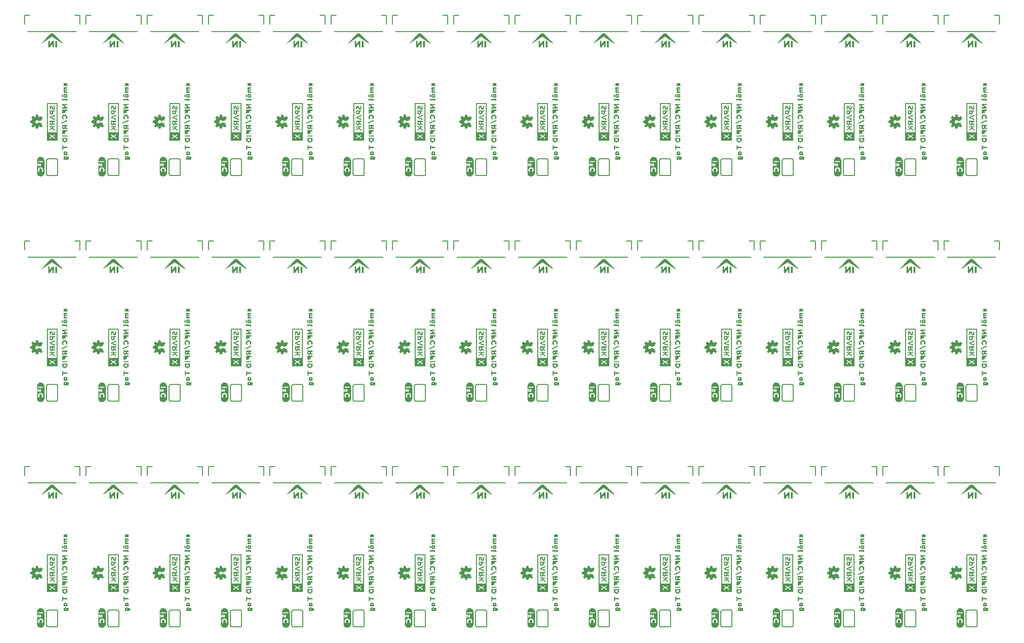
<source format=gbo>
G04 EAGLE Gerber RS-274X export*
G75*
%MOMM*%
%FSLAX34Y34*%
%LPD*%
%INSilkscreen Bottom*%
%IPPOS*%
%AMOC8*
5,1,8,0,0,1.08239X$1,22.5*%
G01*
%ADD10C,0.152400*%

G36*
X1403999Y991857D02*
X1403999Y991857D01*
X1403993Y991864D01*
X1404001Y991870D01*
X1404001Y1060450D01*
X1403965Y1060497D01*
X1403957Y1060492D01*
X1403951Y1060499D01*
X1384969Y1060499D01*
X1384921Y1060463D01*
X1384927Y1060456D01*
X1384919Y1060450D01*
X1384919Y991870D01*
X1384955Y991823D01*
X1384963Y991828D01*
X1384969Y991821D01*
X1403951Y991821D01*
X1403999Y991857D01*
G37*
G36*
X286399Y168897D02*
X286399Y168897D01*
X286393Y168904D01*
X286401Y168910D01*
X286401Y237490D01*
X286365Y237537D01*
X286357Y237532D01*
X286351Y237539D01*
X267369Y237539D01*
X267321Y237503D01*
X267327Y237496D01*
X267319Y237490D01*
X267319Y168910D01*
X267355Y168863D01*
X267363Y168868D01*
X267369Y168861D01*
X286351Y168861D01*
X286399Y168897D01*
G37*
G36*
X1068719Y991857D02*
X1068719Y991857D01*
X1068713Y991864D01*
X1068721Y991870D01*
X1068721Y1060450D01*
X1068685Y1060497D01*
X1068677Y1060492D01*
X1068671Y1060499D01*
X1049689Y1060499D01*
X1049641Y1060463D01*
X1049647Y1060456D01*
X1049639Y1060450D01*
X1049639Y991870D01*
X1049675Y991823D01*
X1049683Y991828D01*
X1049689Y991821D01*
X1068671Y991821D01*
X1068719Y991857D01*
G37*
G36*
X62879Y991857D02*
X62879Y991857D01*
X62873Y991864D01*
X62881Y991870D01*
X62881Y1060450D01*
X62845Y1060497D01*
X62837Y1060492D01*
X62831Y1060499D01*
X43849Y1060499D01*
X43801Y1060463D01*
X43807Y1060456D01*
X43799Y1060450D01*
X43799Y991870D01*
X43835Y991823D01*
X43843Y991828D01*
X43849Y991821D01*
X62831Y991821D01*
X62879Y991857D01*
G37*
G36*
X845199Y991857D02*
X845199Y991857D01*
X845193Y991864D01*
X845201Y991870D01*
X845201Y1060450D01*
X845165Y1060497D01*
X845157Y1060492D01*
X845151Y1060499D01*
X826169Y1060499D01*
X826121Y1060463D01*
X826127Y1060456D01*
X826119Y1060450D01*
X826119Y991870D01*
X826155Y991823D01*
X826163Y991828D01*
X826169Y991821D01*
X845151Y991821D01*
X845199Y991857D01*
G37*
G36*
X1292239Y991857D02*
X1292239Y991857D01*
X1292233Y991864D01*
X1292241Y991870D01*
X1292241Y1060450D01*
X1292205Y1060497D01*
X1292197Y1060492D01*
X1292191Y1060499D01*
X1273209Y1060499D01*
X1273161Y1060463D01*
X1273167Y1060456D01*
X1273159Y1060450D01*
X1273159Y991870D01*
X1273195Y991823D01*
X1273203Y991828D01*
X1273209Y991821D01*
X1292191Y991821D01*
X1292239Y991857D01*
G37*
G36*
X286399Y991857D02*
X286399Y991857D01*
X286393Y991864D01*
X286401Y991870D01*
X286401Y1060450D01*
X286365Y1060497D01*
X286357Y1060492D01*
X286351Y1060499D01*
X267369Y1060499D01*
X267321Y1060463D01*
X267327Y1060456D01*
X267319Y1060450D01*
X267319Y991870D01*
X267355Y991823D01*
X267363Y991828D01*
X267369Y991821D01*
X286351Y991821D01*
X286399Y991857D01*
G37*
G36*
X956959Y991857D02*
X956959Y991857D01*
X956953Y991864D01*
X956961Y991870D01*
X956961Y1060450D01*
X956925Y1060497D01*
X956917Y1060492D01*
X956911Y1060499D01*
X937929Y1060499D01*
X937881Y1060463D01*
X937887Y1060456D01*
X937879Y1060450D01*
X937879Y991870D01*
X937915Y991823D01*
X937923Y991828D01*
X937929Y991821D01*
X956911Y991821D01*
X956959Y991857D01*
G37*
G36*
X509919Y991857D02*
X509919Y991857D01*
X509913Y991864D01*
X509921Y991870D01*
X509921Y1060450D01*
X509885Y1060497D01*
X509877Y1060492D01*
X509871Y1060499D01*
X490889Y1060499D01*
X490841Y1060463D01*
X490847Y1060456D01*
X490839Y1060450D01*
X490839Y991870D01*
X490875Y991823D01*
X490883Y991828D01*
X490889Y991821D01*
X509871Y991821D01*
X509919Y991857D01*
G37*
G36*
X733439Y991857D02*
X733439Y991857D01*
X733433Y991864D01*
X733441Y991870D01*
X733441Y1060450D01*
X733405Y1060497D01*
X733397Y1060492D01*
X733391Y1060499D01*
X714409Y1060499D01*
X714361Y1060463D01*
X714367Y1060456D01*
X714359Y1060450D01*
X714359Y991870D01*
X714395Y991823D01*
X714403Y991828D01*
X714409Y991821D01*
X733391Y991821D01*
X733439Y991857D01*
G37*
G36*
X398159Y991857D02*
X398159Y991857D01*
X398153Y991864D01*
X398161Y991870D01*
X398161Y1060450D01*
X398125Y1060497D01*
X398117Y1060492D01*
X398111Y1060499D01*
X379129Y1060499D01*
X379081Y1060463D01*
X379087Y1060456D01*
X379079Y1060450D01*
X379079Y991870D01*
X379115Y991823D01*
X379123Y991828D01*
X379129Y991821D01*
X398111Y991821D01*
X398159Y991857D01*
G37*
G36*
X1515759Y991857D02*
X1515759Y991857D01*
X1515753Y991864D01*
X1515761Y991870D01*
X1515761Y1060450D01*
X1515725Y1060497D01*
X1515717Y1060492D01*
X1515711Y1060499D01*
X1496729Y1060499D01*
X1496681Y1060463D01*
X1496687Y1060456D01*
X1496679Y1060450D01*
X1496679Y991870D01*
X1496715Y991823D01*
X1496723Y991828D01*
X1496729Y991821D01*
X1515711Y991821D01*
X1515759Y991857D01*
G37*
G36*
X174639Y991857D02*
X174639Y991857D01*
X174633Y991864D01*
X174641Y991870D01*
X174641Y1060450D01*
X174605Y1060497D01*
X174597Y1060492D01*
X174591Y1060499D01*
X155609Y1060499D01*
X155561Y1060463D01*
X155567Y1060456D01*
X155559Y1060450D01*
X155559Y991870D01*
X155595Y991823D01*
X155603Y991828D01*
X155609Y991821D01*
X174591Y991821D01*
X174639Y991857D01*
G37*
G36*
X1739279Y991857D02*
X1739279Y991857D01*
X1739273Y991864D01*
X1739281Y991870D01*
X1739281Y1060450D01*
X1739245Y1060497D01*
X1739237Y1060492D01*
X1739231Y1060499D01*
X1720249Y1060499D01*
X1720201Y1060463D01*
X1720207Y1060456D01*
X1720199Y1060450D01*
X1720199Y991870D01*
X1720235Y991823D01*
X1720243Y991828D01*
X1720249Y991821D01*
X1739231Y991821D01*
X1739279Y991857D01*
G37*
G36*
X733439Y168897D02*
X733439Y168897D01*
X733433Y168904D01*
X733441Y168910D01*
X733441Y237490D01*
X733405Y237537D01*
X733397Y237532D01*
X733391Y237539D01*
X714409Y237539D01*
X714361Y237503D01*
X714367Y237496D01*
X714359Y237490D01*
X714359Y168910D01*
X714395Y168863D01*
X714403Y168868D01*
X714409Y168861D01*
X733391Y168861D01*
X733439Y168897D01*
G37*
G36*
X1292239Y168897D02*
X1292239Y168897D01*
X1292233Y168904D01*
X1292241Y168910D01*
X1292241Y237490D01*
X1292205Y237537D01*
X1292197Y237532D01*
X1292191Y237539D01*
X1273209Y237539D01*
X1273161Y237503D01*
X1273167Y237496D01*
X1273159Y237490D01*
X1273159Y168910D01*
X1273195Y168863D01*
X1273203Y168868D01*
X1273209Y168861D01*
X1292191Y168861D01*
X1292239Y168897D01*
G37*
G36*
X956959Y168897D02*
X956959Y168897D01*
X956953Y168904D01*
X956961Y168910D01*
X956961Y237490D01*
X956925Y237537D01*
X956917Y237532D01*
X956911Y237539D01*
X937929Y237539D01*
X937881Y237503D01*
X937887Y237496D01*
X937879Y237490D01*
X937879Y168910D01*
X937915Y168863D01*
X937923Y168868D01*
X937929Y168861D01*
X956911Y168861D01*
X956959Y168897D01*
G37*
G36*
X1403999Y168897D02*
X1403999Y168897D01*
X1403993Y168904D01*
X1404001Y168910D01*
X1404001Y237490D01*
X1403965Y237537D01*
X1403957Y237532D01*
X1403951Y237539D01*
X1384969Y237539D01*
X1384921Y237503D01*
X1384927Y237496D01*
X1384919Y237490D01*
X1384919Y168910D01*
X1384955Y168863D01*
X1384963Y168868D01*
X1384969Y168861D01*
X1403951Y168861D01*
X1403999Y168897D01*
G37*
G36*
X1068719Y580377D02*
X1068719Y580377D01*
X1068713Y580384D01*
X1068721Y580390D01*
X1068721Y648970D01*
X1068685Y649017D01*
X1068677Y649012D01*
X1068671Y649019D01*
X1049689Y649019D01*
X1049641Y648983D01*
X1049647Y648976D01*
X1049639Y648970D01*
X1049639Y580390D01*
X1049675Y580343D01*
X1049683Y580348D01*
X1049689Y580341D01*
X1068671Y580341D01*
X1068719Y580377D01*
G37*
G36*
X621679Y168897D02*
X621679Y168897D01*
X621673Y168904D01*
X621681Y168910D01*
X621681Y237490D01*
X621645Y237537D01*
X621637Y237532D01*
X621631Y237539D01*
X602649Y237539D01*
X602601Y237503D01*
X602607Y237496D01*
X602599Y237490D01*
X602599Y168910D01*
X602635Y168863D01*
X602643Y168868D01*
X602649Y168861D01*
X621631Y168861D01*
X621679Y168897D01*
G37*
G36*
X509919Y168897D02*
X509919Y168897D01*
X509913Y168904D01*
X509921Y168910D01*
X509921Y237490D01*
X509885Y237537D01*
X509877Y237532D01*
X509871Y237539D01*
X490889Y237539D01*
X490841Y237503D01*
X490847Y237496D01*
X490839Y237490D01*
X490839Y168910D01*
X490875Y168863D01*
X490883Y168868D01*
X490889Y168861D01*
X509871Y168861D01*
X509919Y168897D01*
G37*
G36*
X845199Y168897D02*
X845199Y168897D01*
X845193Y168904D01*
X845201Y168910D01*
X845201Y237490D01*
X845165Y237537D01*
X845157Y237532D01*
X845151Y237539D01*
X826169Y237539D01*
X826121Y237503D01*
X826127Y237496D01*
X826119Y237490D01*
X826119Y168910D01*
X826155Y168863D01*
X826163Y168868D01*
X826169Y168861D01*
X845151Y168861D01*
X845199Y168897D01*
G37*
G36*
X398159Y168897D02*
X398159Y168897D01*
X398153Y168904D01*
X398161Y168910D01*
X398161Y237490D01*
X398125Y237537D01*
X398117Y237532D01*
X398111Y237539D01*
X379129Y237539D01*
X379081Y237503D01*
X379087Y237496D01*
X379079Y237490D01*
X379079Y168910D01*
X379115Y168863D01*
X379123Y168868D01*
X379129Y168861D01*
X398111Y168861D01*
X398159Y168897D01*
G37*
G36*
X1068719Y168897D02*
X1068719Y168897D01*
X1068713Y168904D01*
X1068721Y168910D01*
X1068721Y237490D01*
X1068685Y237537D01*
X1068677Y237532D01*
X1068671Y237539D01*
X1049689Y237539D01*
X1049641Y237503D01*
X1049647Y237496D01*
X1049639Y237490D01*
X1049639Y168910D01*
X1049675Y168863D01*
X1049683Y168868D01*
X1049689Y168861D01*
X1068671Y168861D01*
X1068719Y168897D01*
G37*
G36*
X1627519Y168897D02*
X1627519Y168897D01*
X1627513Y168904D01*
X1627521Y168910D01*
X1627521Y237490D01*
X1627485Y237537D01*
X1627477Y237532D01*
X1627471Y237539D01*
X1608489Y237539D01*
X1608441Y237503D01*
X1608447Y237496D01*
X1608439Y237490D01*
X1608439Y168910D01*
X1608475Y168863D01*
X1608483Y168868D01*
X1608489Y168861D01*
X1627471Y168861D01*
X1627519Y168897D01*
G37*
G36*
X62845Y237537D02*
X62845Y237537D01*
X62837Y237532D01*
X62831Y237539D01*
X43849Y237539D01*
X43801Y237503D01*
X43807Y237496D01*
X43799Y237490D01*
X43799Y168910D01*
X43835Y168863D01*
X43843Y168868D01*
X43849Y168861D01*
X62831Y168861D01*
X62879Y168897D01*
X62873Y168904D01*
X62881Y168910D01*
X62881Y237490D01*
X62845Y237537D01*
G37*
G36*
X1180479Y168897D02*
X1180479Y168897D01*
X1180473Y168904D01*
X1180481Y168910D01*
X1180481Y237490D01*
X1180445Y237537D01*
X1180437Y237532D01*
X1180431Y237539D01*
X1161449Y237539D01*
X1161401Y237503D01*
X1161407Y237496D01*
X1161399Y237490D01*
X1161399Y168910D01*
X1161435Y168863D01*
X1161443Y168868D01*
X1161449Y168861D01*
X1180431Y168861D01*
X1180479Y168897D01*
G37*
G36*
X1515759Y168897D02*
X1515759Y168897D01*
X1515753Y168904D01*
X1515761Y168910D01*
X1515761Y237490D01*
X1515725Y237537D01*
X1515717Y237532D01*
X1515711Y237539D01*
X1496729Y237539D01*
X1496681Y237503D01*
X1496687Y237496D01*
X1496679Y237490D01*
X1496679Y168910D01*
X1496715Y168863D01*
X1496723Y168868D01*
X1496729Y168861D01*
X1515711Y168861D01*
X1515759Y168897D01*
G37*
G36*
X174639Y580377D02*
X174639Y580377D01*
X174633Y580384D01*
X174641Y580390D01*
X174641Y648970D01*
X174605Y649017D01*
X174597Y649012D01*
X174591Y649019D01*
X155609Y649019D01*
X155561Y648983D01*
X155567Y648976D01*
X155559Y648970D01*
X155559Y580390D01*
X155595Y580343D01*
X155603Y580348D01*
X155609Y580341D01*
X174591Y580341D01*
X174639Y580377D01*
G37*
G36*
X174639Y168897D02*
X174639Y168897D01*
X174633Y168904D01*
X174641Y168910D01*
X174641Y237490D01*
X174605Y237537D01*
X174597Y237532D01*
X174591Y237539D01*
X155609Y237539D01*
X155561Y237503D01*
X155567Y237496D01*
X155559Y237490D01*
X155559Y168910D01*
X155595Y168863D01*
X155603Y168868D01*
X155609Y168861D01*
X174591Y168861D01*
X174639Y168897D01*
G37*
G36*
X509919Y580377D02*
X509919Y580377D01*
X509913Y580384D01*
X509921Y580390D01*
X509921Y648970D01*
X509885Y649017D01*
X509877Y649012D01*
X509871Y649019D01*
X490889Y649019D01*
X490841Y648983D01*
X490847Y648976D01*
X490839Y648970D01*
X490839Y580390D01*
X490875Y580343D01*
X490883Y580348D01*
X490889Y580341D01*
X509871Y580341D01*
X509919Y580377D01*
G37*
G36*
X1515759Y580377D02*
X1515759Y580377D01*
X1515753Y580384D01*
X1515761Y580390D01*
X1515761Y648970D01*
X1515725Y649017D01*
X1515717Y649012D01*
X1515711Y649019D01*
X1496729Y649019D01*
X1496681Y648983D01*
X1496687Y648976D01*
X1496679Y648970D01*
X1496679Y580390D01*
X1496715Y580343D01*
X1496723Y580348D01*
X1496729Y580341D01*
X1515711Y580341D01*
X1515759Y580377D01*
G37*
G36*
X845199Y580377D02*
X845199Y580377D01*
X845193Y580384D01*
X845201Y580390D01*
X845201Y648970D01*
X845165Y649017D01*
X845157Y649012D01*
X845151Y649019D01*
X826169Y649019D01*
X826121Y648983D01*
X826127Y648976D01*
X826119Y648970D01*
X826119Y580390D01*
X826155Y580343D01*
X826163Y580348D01*
X826169Y580341D01*
X845151Y580341D01*
X845199Y580377D01*
G37*
G36*
X1180479Y580377D02*
X1180479Y580377D01*
X1180473Y580384D01*
X1180481Y580390D01*
X1180481Y648970D01*
X1180445Y649017D01*
X1180437Y649012D01*
X1180431Y649019D01*
X1161449Y649019D01*
X1161401Y648983D01*
X1161407Y648976D01*
X1161399Y648970D01*
X1161399Y580390D01*
X1161435Y580343D01*
X1161443Y580348D01*
X1161449Y580341D01*
X1180431Y580341D01*
X1180479Y580377D01*
G37*
G36*
X286399Y580377D02*
X286399Y580377D01*
X286393Y580384D01*
X286401Y580390D01*
X286401Y648970D01*
X286365Y649017D01*
X286357Y649012D01*
X286351Y649019D01*
X267369Y649019D01*
X267321Y648983D01*
X267327Y648976D01*
X267319Y648970D01*
X267319Y580390D01*
X267355Y580343D01*
X267363Y580348D01*
X267369Y580341D01*
X286351Y580341D01*
X286399Y580377D01*
G37*
G36*
X1403999Y580377D02*
X1403999Y580377D01*
X1403993Y580384D01*
X1404001Y580390D01*
X1404001Y648970D01*
X1403965Y649017D01*
X1403957Y649012D01*
X1403951Y649019D01*
X1384969Y649019D01*
X1384921Y648983D01*
X1384927Y648976D01*
X1384919Y648970D01*
X1384919Y580390D01*
X1384955Y580343D01*
X1384963Y580348D01*
X1384969Y580341D01*
X1403951Y580341D01*
X1403999Y580377D01*
G37*
G36*
X1739279Y580377D02*
X1739279Y580377D01*
X1739273Y580384D01*
X1739281Y580390D01*
X1739281Y648970D01*
X1739245Y649017D01*
X1739237Y649012D01*
X1739231Y649019D01*
X1720249Y649019D01*
X1720201Y648983D01*
X1720207Y648976D01*
X1720199Y648970D01*
X1720199Y580390D01*
X1720235Y580343D01*
X1720243Y580348D01*
X1720249Y580341D01*
X1739231Y580341D01*
X1739279Y580377D01*
G37*
G36*
X1627519Y580377D02*
X1627519Y580377D01*
X1627513Y580384D01*
X1627521Y580390D01*
X1627521Y648970D01*
X1627485Y649017D01*
X1627477Y649012D01*
X1627471Y649019D01*
X1608489Y649019D01*
X1608441Y648983D01*
X1608447Y648976D01*
X1608439Y648970D01*
X1608439Y580390D01*
X1608475Y580343D01*
X1608483Y580348D01*
X1608489Y580341D01*
X1627471Y580341D01*
X1627519Y580377D01*
G37*
G36*
X1180479Y991857D02*
X1180479Y991857D01*
X1180473Y991864D01*
X1180481Y991870D01*
X1180481Y1060450D01*
X1180445Y1060497D01*
X1180437Y1060492D01*
X1180431Y1060499D01*
X1161449Y1060499D01*
X1161401Y1060463D01*
X1161407Y1060456D01*
X1161399Y1060450D01*
X1161399Y991870D01*
X1161435Y991823D01*
X1161443Y991828D01*
X1161449Y991821D01*
X1180431Y991821D01*
X1180479Y991857D01*
G37*
G36*
X1627519Y991857D02*
X1627519Y991857D01*
X1627513Y991864D01*
X1627521Y991870D01*
X1627521Y1060450D01*
X1627485Y1060497D01*
X1627477Y1060492D01*
X1627471Y1060499D01*
X1608489Y1060499D01*
X1608441Y1060463D01*
X1608447Y1060456D01*
X1608439Y1060450D01*
X1608439Y991870D01*
X1608475Y991823D01*
X1608483Y991828D01*
X1608489Y991821D01*
X1627471Y991821D01*
X1627519Y991857D01*
G37*
G36*
X621679Y991857D02*
X621679Y991857D01*
X621673Y991864D01*
X621681Y991870D01*
X621681Y1060450D01*
X621645Y1060497D01*
X621637Y1060492D01*
X621631Y1060499D01*
X602649Y1060499D01*
X602601Y1060463D01*
X602607Y1060456D01*
X602599Y1060450D01*
X602599Y991870D01*
X602635Y991823D01*
X602643Y991828D01*
X602649Y991821D01*
X621631Y991821D01*
X621679Y991857D01*
G37*
G36*
X621679Y580377D02*
X621679Y580377D01*
X621673Y580384D01*
X621681Y580390D01*
X621681Y648970D01*
X621645Y649017D01*
X621637Y649012D01*
X621631Y649019D01*
X602649Y649019D01*
X602601Y648983D01*
X602607Y648976D01*
X602599Y648970D01*
X602599Y580390D01*
X602635Y580343D01*
X602643Y580348D01*
X602649Y580341D01*
X621631Y580341D01*
X621679Y580377D01*
G37*
G36*
X398159Y580377D02*
X398159Y580377D01*
X398153Y580384D01*
X398161Y580390D01*
X398161Y648970D01*
X398125Y649017D01*
X398117Y649012D01*
X398111Y649019D01*
X379129Y649019D01*
X379081Y648983D01*
X379087Y648976D01*
X379079Y648970D01*
X379079Y580390D01*
X379115Y580343D01*
X379123Y580348D01*
X379129Y580341D01*
X398111Y580341D01*
X398159Y580377D01*
G37*
G36*
X62879Y580377D02*
X62879Y580377D01*
X62873Y580384D01*
X62881Y580390D01*
X62881Y648970D01*
X62845Y649017D01*
X62837Y649012D01*
X62831Y649019D01*
X43849Y649019D01*
X43801Y648983D01*
X43807Y648976D01*
X43799Y648970D01*
X43799Y580390D01*
X43835Y580343D01*
X43843Y580348D01*
X43849Y580341D01*
X62831Y580341D01*
X62879Y580377D01*
G37*
G36*
X1292239Y580377D02*
X1292239Y580377D01*
X1292233Y580384D01*
X1292241Y580390D01*
X1292241Y648970D01*
X1292205Y649017D01*
X1292197Y649012D01*
X1292191Y649019D01*
X1273209Y649019D01*
X1273161Y648983D01*
X1273167Y648976D01*
X1273159Y648970D01*
X1273159Y580390D01*
X1273195Y580343D01*
X1273203Y580348D01*
X1273209Y580341D01*
X1292191Y580341D01*
X1292239Y580377D01*
G37*
G36*
X733439Y580377D02*
X733439Y580377D01*
X733433Y580384D01*
X733441Y580390D01*
X733441Y648970D01*
X733405Y649017D01*
X733397Y649012D01*
X733391Y649019D01*
X714409Y649019D01*
X714361Y648983D01*
X714367Y648976D01*
X714359Y648970D01*
X714359Y580390D01*
X714395Y580343D01*
X714403Y580348D01*
X714409Y580341D01*
X733391Y580341D01*
X733439Y580377D01*
G37*
G36*
X956959Y580377D02*
X956959Y580377D01*
X956953Y580384D01*
X956961Y580390D01*
X956961Y648970D01*
X956925Y649017D01*
X956917Y649012D01*
X956911Y649019D01*
X937929Y649019D01*
X937881Y648983D01*
X937887Y648976D01*
X937879Y648970D01*
X937879Y580390D01*
X937915Y580343D01*
X937923Y580348D01*
X937929Y580341D01*
X956911Y580341D01*
X956959Y580377D01*
G37*
G36*
X1739279Y168897D02*
X1739279Y168897D01*
X1739273Y168904D01*
X1739281Y168910D01*
X1739281Y237490D01*
X1739245Y237537D01*
X1739237Y237532D01*
X1739231Y237539D01*
X1720249Y237539D01*
X1720201Y237503D01*
X1720207Y237496D01*
X1720199Y237490D01*
X1720199Y168910D01*
X1720235Y168863D01*
X1720243Y168868D01*
X1720249Y168861D01*
X1739231Y168861D01*
X1739279Y168897D01*
G37*
%LPC*%
G36*
X939740Y1007240D02*
X939740Y1007240D01*
X939740Y1058638D01*
X955100Y1058638D01*
X955100Y1007240D01*
X939740Y1007240D01*
G37*
%LPD*%
%LPC*%
G36*
X157420Y1007240D02*
X157420Y1007240D01*
X157420Y1058638D01*
X172780Y1058638D01*
X172780Y1007240D01*
X157420Y1007240D01*
G37*
%LPD*%
%LPC*%
G36*
X604460Y1007240D02*
X604460Y1007240D01*
X604460Y1058638D01*
X619820Y1058638D01*
X619820Y1007240D01*
X604460Y1007240D01*
G37*
%LPD*%
%LPC*%
G36*
X1275020Y1007240D02*
X1275020Y1007240D01*
X1275020Y1058638D01*
X1290380Y1058638D01*
X1290380Y1007240D01*
X1275020Y1007240D01*
G37*
%LPD*%
%LPC*%
G36*
X269180Y1007240D02*
X269180Y1007240D01*
X269180Y1058638D01*
X284540Y1058638D01*
X284540Y1007240D01*
X269180Y1007240D01*
G37*
%LPD*%
%LPC*%
G36*
X1386780Y1007240D02*
X1386780Y1007240D01*
X1386780Y1058638D01*
X1402140Y1058638D01*
X1402140Y1007240D01*
X1386780Y1007240D01*
G37*
%LPD*%
%LPC*%
G36*
X716220Y1007240D02*
X716220Y1007240D01*
X716220Y1058638D01*
X731580Y1058638D01*
X731580Y1007240D01*
X716220Y1007240D01*
G37*
%LPD*%
%LPC*%
G36*
X492700Y1007240D02*
X492700Y1007240D01*
X492700Y1058638D01*
X508060Y1058638D01*
X508060Y1007240D01*
X492700Y1007240D01*
G37*
%LPD*%
%LPC*%
G36*
X1163260Y1007240D02*
X1163260Y1007240D01*
X1163260Y1058638D01*
X1178620Y1058638D01*
X1178620Y1007240D01*
X1163260Y1007240D01*
G37*
%LPD*%
%LPC*%
G36*
X45660Y1007240D02*
X45660Y1007240D01*
X45660Y1058638D01*
X61020Y1058638D01*
X61020Y1007240D01*
X45660Y1007240D01*
G37*
%LPD*%
%LPC*%
G36*
X716220Y595760D02*
X716220Y595760D01*
X716220Y647158D01*
X731580Y647158D01*
X731580Y595760D01*
X716220Y595760D01*
G37*
%LPD*%
%LPC*%
G36*
X1051500Y1007240D02*
X1051500Y1007240D01*
X1051500Y1058638D01*
X1066860Y1058638D01*
X1066860Y1007240D01*
X1051500Y1007240D01*
G37*
%LPD*%
%LPC*%
G36*
X380940Y1007240D02*
X380940Y1007240D01*
X380940Y1058638D01*
X396300Y1058638D01*
X396300Y1007240D01*
X380940Y1007240D01*
G37*
%LPD*%
%LPC*%
G36*
X827980Y1007240D02*
X827980Y1007240D01*
X827980Y1058638D01*
X843340Y1058638D01*
X843340Y1007240D01*
X827980Y1007240D01*
G37*
%LPD*%
%LPC*%
G36*
X1610300Y1007240D02*
X1610300Y1007240D01*
X1610300Y1058638D01*
X1625660Y1058638D01*
X1625660Y1007240D01*
X1610300Y1007240D01*
G37*
%LPD*%
%LPC*%
G36*
X1498540Y1007240D02*
X1498540Y1007240D01*
X1498540Y1058638D01*
X1513900Y1058638D01*
X1513900Y1007240D01*
X1498540Y1007240D01*
G37*
%LPD*%
%LPC*%
G36*
X1722060Y595760D02*
X1722060Y595760D01*
X1722060Y647158D01*
X1737420Y647158D01*
X1737420Y595760D01*
X1722060Y595760D01*
G37*
%LPD*%
%LPC*%
G36*
X716220Y184280D02*
X716220Y184280D01*
X716220Y235678D01*
X731580Y235678D01*
X731580Y184280D01*
X716220Y184280D01*
G37*
%LPD*%
%LPC*%
G36*
X1498540Y184280D02*
X1498540Y184280D01*
X1498540Y235678D01*
X1513900Y235678D01*
X1513900Y184280D01*
X1498540Y184280D01*
G37*
%LPD*%
%LPC*%
G36*
X45660Y184280D02*
X45660Y184280D01*
X45660Y235678D01*
X61020Y235678D01*
X61020Y184280D01*
X45660Y184280D01*
G37*
%LPD*%
%LPC*%
G36*
X1610300Y184280D02*
X1610300Y184280D01*
X1610300Y235678D01*
X1625660Y235678D01*
X1625660Y184280D01*
X1610300Y184280D01*
G37*
%LPD*%
%LPC*%
G36*
X1163260Y184280D02*
X1163260Y184280D01*
X1163260Y235678D01*
X1178620Y235678D01*
X1178620Y184280D01*
X1163260Y184280D01*
G37*
%LPD*%
%LPC*%
G36*
X827980Y184280D02*
X827980Y184280D01*
X827980Y235678D01*
X843340Y235678D01*
X843340Y184280D01*
X827980Y184280D01*
G37*
%LPD*%
%LPC*%
G36*
X269180Y184280D02*
X269180Y184280D01*
X269180Y235678D01*
X284540Y235678D01*
X284540Y184280D01*
X269180Y184280D01*
G37*
%LPD*%
%LPC*%
G36*
X1722060Y1007240D02*
X1722060Y1007240D01*
X1722060Y1058638D01*
X1737420Y1058638D01*
X1737420Y1007240D01*
X1722060Y1007240D01*
G37*
%LPD*%
%LPC*%
G36*
X604460Y595760D02*
X604460Y595760D01*
X604460Y647158D01*
X619820Y647158D01*
X619820Y595760D01*
X604460Y595760D01*
G37*
%LPD*%
%LPC*%
G36*
X1610300Y595760D02*
X1610300Y595760D01*
X1610300Y647158D01*
X1625660Y647158D01*
X1625660Y595760D01*
X1610300Y595760D01*
G37*
%LPD*%
%LPC*%
G36*
X269180Y595760D02*
X269180Y595760D01*
X269180Y647158D01*
X284540Y647158D01*
X284540Y595760D01*
X269180Y595760D01*
G37*
%LPD*%
%LPC*%
G36*
X45660Y595760D02*
X45660Y595760D01*
X45660Y647158D01*
X61020Y647158D01*
X61020Y595760D01*
X45660Y595760D01*
G37*
%LPD*%
%LPC*%
G36*
X492700Y595760D02*
X492700Y595760D01*
X492700Y647158D01*
X508060Y647158D01*
X508060Y595760D01*
X492700Y595760D01*
G37*
%LPD*%
%LPC*%
G36*
X1386780Y595760D02*
X1386780Y595760D01*
X1386780Y647158D01*
X1402140Y647158D01*
X1402140Y595760D01*
X1386780Y595760D01*
G37*
%LPD*%
%LPC*%
G36*
X380940Y595760D02*
X380940Y595760D01*
X380940Y647158D01*
X396300Y647158D01*
X396300Y595760D01*
X380940Y595760D01*
G37*
%LPD*%
%LPC*%
G36*
X1163260Y595760D02*
X1163260Y595760D01*
X1163260Y647158D01*
X1178620Y647158D01*
X1178620Y595760D01*
X1163260Y595760D01*
G37*
%LPD*%
%LPC*%
G36*
X1498540Y595760D02*
X1498540Y595760D01*
X1498540Y647158D01*
X1513900Y647158D01*
X1513900Y595760D01*
X1498540Y595760D01*
G37*
%LPD*%
%LPC*%
G36*
X1051500Y595760D02*
X1051500Y595760D01*
X1051500Y647158D01*
X1066860Y647158D01*
X1066860Y595760D01*
X1051500Y595760D01*
G37*
%LPD*%
%LPC*%
G36*
X827980Y595760D02*
X827980Y595760D01*
X827980Y647158D01*
X843340Y647158D01*
X843340Y595760D01*
X827980Y595760D01*
G37*
%LPD*%
%LPC*%
G36*
X939740Y595760D02*
X939740Y595760D01*
X939740Y647158D01*
X955100Y647158D01*
X955100Y595760D01*
X939740Y595760D01*
G37*
%LPD*%
%LPC*%
G36*
X1275020Y595760D02*
X1275020Y595760D01*
X1275020Y647158D01*
X1290380Y647158D01*
X1290380Y595760D01*
X1275020Y595760D01*
G37*
%LPD*%
%LPC*%
G36*
X157420Y595760D02*
X157420Y595760D01*
X157420Y647158D01*
X172780Y647158D01*
X172780Y595760D01*
X157420Y595760D01*
G37*
%LPD*%
%LPC*%
G36*
X492700Y184280D02*
X492700Y184280D01*
X492700Y235678D01*
X508060Y235678D01*
X508060Y184280D01*
X492700Y184280D01*
G37*
%LPD*%
%LPC*%
G36*
X1051500Y184280D02*
X1051500Y184280D01*
X1051500Y235678D01*
X1066860Y235678D01*
X1066860Y184280D01*
X1051500Y184280D01*
G37*
%LPD*%
%LPC*%
G36*
X1275020Y184280D02*
X1275020Y184280D01*
X1275020Y235678D01*
X1290380Y235678D01*
X1290380Y184280D01*
X1275020Y184280D01*
G37*
%LPD*%
%LPC*%
G36*
X380940Y184280D02*
X380940Y184280D01*
X380940Y235678D01*
X396300Y235678D01*
X396300Y184280D01*
X380940Y184280D01*
G37*
%LPD*%
%LPC*%
G36*
X939740Y184280D02*
X939740Y184280D01*
X939740Y235678D01*
X955100Y235678D01*
X955100Y184280D01*
X939740Y184280D01*
G37*
%LPD*%
%LPC*%
G36*
X604460Y184280D02*
X604460Y184280D01*
X604460Y235678D01*
X619820Y235678D01*
X619820Y184280D01*
X604460Y184280D01*
G37*
%LPD*%
%LPC*%
G36*
X1722060Y184280D02*
X1722060Y184280D01*
X1722060Y235678D01*
X1737420Y235678D01*
X1737420Y184280D01*
X1722060Y184280D01*
G37*
%LPD*%
%LPC*%
G36*
X1386780Y184280D02*
X1386780Y184280D01*
X1386780Y235678D01*
X1402140Y235678D01*
X1402140Y184280D01*
X1386780Y184280D01*
G37*
%LPD*%
%LPC*%
G36*
X157420Y184280D02*
X157420Y184280D01*
X157420Y235678D01*
X172780Y235678D01*
X172780Y184280D01*
X157420Y184280D01*
G37*
%LPD*%
G36*
X1262350Y515019D02*
X1262350Y515019D01*
X1262353Y515016D01*
X1262953Y515116D01*
X1263652Y515216D01*
X1263657Y515221D01*
X1263661Y515218D01*
X1264261Y515418D01*
X1264264Y515423D01*
X1264267Y515421D01*
X1264867Y515721D01*
X1264869Y515725D01*
X1264872Y515724D01*
X1266072Y516524D01*
X1266073Y516527D01*
X1266076Y516527D01*
X1266576Y516927D01*
X1266578Y516934D01*
X1266583Y516934D01*
X1266983Y517434D01*
X1266984Y517438D01*
X1266986Y517438D01*
X1267385Y518036D01*
X1267783Y518534D01*
X1267784Y518544D01*
X1267790Y518546D01*
X1268090Y519246D01*
X1268090Y519249D01*
X1268092Y519249D01*
X1268292Y519849D01*
X1268291Y519851D01*
X1268292Y519851D01*
X1268300Y519878D01*
X1268342Y520026D01*
X1268356Y520075D01*
X1268398Y520223D01*
X1268399Y520223D01*
X1268398Y520223D01*
X1268441Y520371D01*
X1268455Y520420D01*
X1268492Y520551D01*
X1268489Y520561D01*
X1268494Y520565D01*
X1268494Y521162D01*
X1268594Y521858D01*
X1268591Y521863D01*
X1268594Y521865D01*
X1268594Y544165D01*
X1268591Y544169D01*
X1268594Y544172D01*
X1268494Y544872D01*
X1268490Y544876D01*
X1268492Y544879D01*
X1268292Y545579D01*
X1268291Y545580D01*
X1268292Y545581D01*
X1268092Y546181D01*
X1268087Y546184D01*
X1268089Y546187D01*
X1267489Y547387D01*
X1267485Y547389D01*
X1267486Y547392D01*
X1267086Y547992D01*
X1267083Y547993D01*
X1267083Y547996D01*
X1266683Y548496D01*
X1266676Y548498D01*
X1266676Y548503D01*
X1265676Y549303D01*
X1265672Y549304D01*
X1265672Y549306D01*
X1265072Y549706D01*
X1265068Y549706D01*
X1265067Y549709D01*
X1264467Y550009D01*
X1264460Y550008D01*
X1264459Y550012D01*
X1263760Y550212D01*
X1263161Y550412D01*
X1263154Y550410D01*
X1263152Y550414D01*
X1262452Y550514D01*
X1262447Y550511D01*
X1262445Y550514D01*
X1261145Y550514D01*
X1261141Y550511D01*
X1261138Y550514D01*
X1259738Y550314D01*
X1259730Y550306D01*
X1259723Y550309D01*
X1257923Y549409D01*
X1257920Y549402D01*
X1257914Y549403D01*
X1257414Y549003D01*
X1257413Y548999D01*
X1257410Y549000D01*
X1256410Y548000D01*
X1256410Y547996D01*
X1256407Y547996D01*
X1256007Y547496D01*
X1256006Y547488D01*
X1256001Y547487D01*
X1255401Y546287D01*
X1255402Y546280D01*
X1255398Y546279D01*
X1255391Y546254D01*
X1255348Y546106D01*
X1255334Y546057D01*
X1255292Y545909D01*
X1255250Y545761D01*
X1255236Y545712D01*
X1255198Y545580D01*
X1254998Y544981D01*
X1255000Y544975D01*
X1254997Y544973D01*
X1254996Y544972D01*
X1254896Y544272D01*
X1254899Y544267D01*
X1254896Y544265D01*
X1254896Y521365D01*
X1254899Y521360D01*
X1254896Y521357D01*
X1254996Y520757D01*
X1255096Y520058D01*
X1255104Y520050D01*
X1255101Y520043D01*
X1255399Y519447D01*
X1255598Y518751D01*
X1255605Y518746D01*
X1255603Y518740D01*
X1255903Y518240D01*
X1255904Y518239D01*
X1255904Y518238D01*
X1256304Y517638D01*
X1256311Y517635D01*
X1256310Y517630D01*
X1257310Y516630D01*
X1257314Y516630D01*
X1257314Y516627D01*
X1257814Y516227D01*
X1257818Y516226D01*
X1257818Y516224D01*
X1258418Y515824D01*
X1258422Y515824D01*
X1258423Y515821D01*
X1259023Y515521D01*
X1259028Y515522D01*
X1259029Y515518D01*
X1260229Y515118D01*
X1260236Y515120D01*
X1260238Y515116D01*
X1260938Y515016D01*
X1260943Y515019D01*
X1260945Y515016D01*
X1262345Y515016D01*
X1262350Y515019D01*
G37*
G36*
X368270Y926499D02*
X368270Y926499D01*
X368273Y926496D01*
X368873Y926596D01*
X369572Y926696D01*
X369577Y926701D01*
X369581Y926698D01*
X370181Y926898D01*
X370184Y926903D01*
X370187Y926901D01*
X370787Y927201D01*
X370789Y927205D01*
X370792Y927204D01*
X371992Y928004D01*
X371993Y928007D01*
X371996Y928007D01*
X372496Y928407D01*
X372498Y928414D01*
X372503Y928414D01*
X372903Y928914D01*
X372904Y928918D01*
X372906Y928918D01*
X373305Y929516D01*
X373703Y930014D01*
X373704Y930024D01*
X373710Y930026D01*
X374010Y930726D01*
X374010Y930729D01*
X374012Y930729D01*
X374212Y931329D01*
X374211Y931331D01*
X374212Y931331D01*
X374220Y931358D01*
X374262Y931506D01*
X374276Y931555D01*
X374318Y931703D01*
X374319Y931703D01*
X374318Y931703D01*
X374361Y931851D01*
X374375Y931900D01*
X374412Y932031D01*
X374409Y932041D01*
X374414Y932045D01*
X374414Y932642D01*
X374514Y933338D01*
X374511Y933343D01*
X374514Y933345D01*
X374514Y955645D01*
X374511Y955649D01*
X374514Y955652D01*
X374414Y956352D01*
X374410Y956356D01*
X374412Y956359D01*
X374212Y957059D01*
X374211Y957060D01*
X374212Y957061D01*
X374012Y957661D01*
X374007Y957664D01*
X374009Y957667D01*
X373409Y958867D01*
X373405Y958869D01*
X373406Y958872D01*
X373006Y959472D01*
X373003Y959473D01*
X373003Y959476D01*
X372603Y959976D01*
X372596Y959978D01*
X372596Y959983D01*
X371596Y960783D01*
X371592Y960784D01*
X371592Y960786D01*
X370992Y961186D01*
X370988Y961186D01*
X370987Y961189D01*
X370387Y961489D01*
X370380Y961488D01*
X370379Y961492D01*
X369680Y961692D01*
X369081Y961892D01*
X369074Y961890D01*
X369072Y961894D01*
X368372Y961994D01*
X368367Y961991D01*
X368365Y961994D01*
X367065Y961994D01*
X367061Y961991D01*
X367058Y961994D01*
X365658Y961794D01*
X365650Y961786D01*
X365643Y961789D01*
X363843Y960889D01*
X363840Y960882D01*
X363834Y960883D01*
X363334Y960483D01*
X363333Y960479D01*
X363330Y960480D01*
X362330Y959480D01*
X362330Y959476D01*
X362327Y959476D01*
X361927Y958976D01*
X361926Y958968D01*
X361921Y958967D01*
X361321Y957767D01*
X361322Y957760D01*
X361318Y957759D01*
X361311Y957734D01*
X361268Y957586D01*
X361254Y957537D01*
X361212Y957389D01*
X361170Y957241D01*
X361156Y957192D01*
X361118Y957060D01*
X360918Y956461D01*
X360920Y956455D01*
X360917Y956453D01*
X360916Y956452D01*
X360816Y955752D01*
X360819Y955747D01*
X360816Y955745D01*
X360816Y932845D01*
X360819Y932840D01*
X360816Y932837D01*
X360916Y932237D01*
X361016Y931538D01*
X361024Y931530D01*
X361021Y931523D01*
X361319Y930927D01*
X361518Y930231D01*
X361525Y930226D01*
X361523Y930220D01*
X361823Y929720D01*
X361824Y929719D01*
X361824Y929718D01*
X362224Y929118D01*
X362231Y929115D01*
X362230Y929110D01*
X363230Y928110D01*
X363234Y928110D01*
X363234Y928107D01*
X363734Y927707D01*
X363738Y927706D01*
X363738Y927704D01*
X364338Y927304D01*
X364342Y927304D01*
X364343Y927301D01*
X364943Y927001D01*
X364948Y927002D01*
X364949Y926998D01*
X366149Y926598D01*
X366156Y926600D01*
X366158Y926596D01*
X366858Y926496D01*
X366863Y926499D01*
X366865Y926496D01*
X368265Y926496D01*
X368270Y926499D01*
G37*
G36*
X1374110Y926499D02*
X1374110Y926499D01*
X1374113Y926496D01*
X1374713Y926596D01*
X1375412Y926696D01*
X1375417Y926701D01*
X1375421Y926698D01*
X1376021Y926898D01*
X1376024Y926903D01*
X1376027Y926901D01*
X1376627Y927201D01*
X1376629Y927205D01*
X1376632Y927204D01*
X1377832Y928004D01*
X1377833Y928007D01*
X1377836Y928007D01*
X1378336Y928407D01*
X1378338Y928414D01*
X1378343Y928414D01*
X1378743Y928914D01*
X1378744Y928918D01*
X1378746Y928918D01*
X1379145Y929516D01*
X1379543Y930014D01*
X1379544Y930024D01*
X1379550Y930026D01*
X1379850Y930726D01*
X1379850Y930729D01*
X1379852Y930729D01*
X1380052Y931329D01*
X1380051Y931331D01*
X1380052Y931331D01*
X1380060Y931358D01*
X1380102Y931506D01*
X1380116Y931555D01*
X1380158Y931703D01*
X1380159Y931703D01*
X1380158Y931703D01*
X1380201Y931851D01*
X1380215Y931900D01*
X1380252Y932031D01*
X1380249Y932041D01*
X1380254Y932045D01*
X1380254Y932642D01*
X1380354Y933338D01*
X1380351Y933343D01*
X1380354Y933345D01*
X1380354Y955645D01*
X1380351Y955649D01*
X1380354Y955652D01*
X1380254Y956352D01*
X1380250Y956356D01*
X1380252Y956359D01*
X1380052Y957059D01*
X1380051Y957060D01*
X1380052Y957061D01*
X1379852Y957661D01*
X1379847Y957664D01*
X1379849Y957667D01*
X1379249Y958867D01*
X1379245Y958869D01*
X1379246Y958872D01*
X1378846Y959472D01*
X1378843Y959473D01*
X1378843Y959476D01*
X1378443Y959976D01*
X1378436Y959978D01*
X1378436Y959983D01*
X1377436Y960783D01*
X1377432Y960784D01*
X1377432Y960786D01*
X1376832Y961186D01*
X1376828Y961186D01*
X1376827Y961189D01*
X1376227Y961489D01*
X1376220Y961488D01*
X1376219Y961492D01*
X1375520Y961692D01*
X1374921Y961892D01*
X1374914Y961890D01*
X1374912Y961894D01*
X1374212Y961994D01*
X1374207Y961991D01*
X1374205Y961994D01*
X1372905Y961994D01*
X1372901Y961991D01*
X1372898Y961994D01*
X1371498Y961794D01*
X1371490Y961786D01*
X1371483Y961789D01*
X1369683Y960889D01*
X1369680Y960882D01*
X1369674Y960883D01*
X1369174Y960483D01*
X1369173Y960479D01*
X1369170Y960480D01*
X1368170Y959480D01*
X1368170Y959476D01*
X1368167Y959476D01*
X1367767Y958976D01*
X1367766Y958968D01*
X1367761Y958967D01*
X1367161Y957767D01*
X1367162Y957760D01*
X1367158Y957759D01*
X1367151Y957734D01*
X1367108Y957586D01*
X1367094Y957537D01*
X1367052Y957389D01*
X1367010Y957241D01*
X1366996Y957192D01*
X1366958Y957060D01*
X1366758Y956461D01*
X1366760Y956455D01*
X1366757Y956453D01*
X1366756Y956452D01*
X1366656Y955752D01*
X1366659Y955747D01*
X1366656Y955745D01*
X1366656Y932845D01*
X1366659Y932840D01*
X1366656Y932837D01*
X1366756Y932237D01*
X1366856Y931538D01*
X1366864Y931530D01*
X1366861Y931523D01*
X1367159Y930927D01*
X1367358Y930231D01*
X1367365Y930226D01*
X1367363Y930220D01*
X1367663Y929720D01*
X1367664Y929719D01*
X1367664Y929718D01*
X1368064Y929118D01*
X1368071Y929115D01*
X1368070Y929110D01*
X1369070Y928110D01*
X1369074Y928110D01*
X1369074Y928107D01*
X1369574Y927707D01*
X1369578Y927706D01*
X1369578Y927704D01*
X1370178Y927304D01*
X1370182Y927304D01*
X1370183Y927301D01*
X1370783Y927001D01*
X1370788Y927002D01*
X1370789Y926998D01*
X1371989Y926598D01*
X1371996Y926600D01*
X1371998Y926596D01*
X1372698Y926496D01*
X1372703Y926499D01*
X1372705Y926496D01*
X1374105Y926496D01*
X1374110Y926499D01*
G37*
G36*
X256510Y926499D02*
X256510Y926499D01*
X256513Y926496D01*
X257113Y926596D01*
X257812Y926696D01*
X257817Y926701D01*
X257821Y926698D01*
X258421Y926898D01*
X258424Y926903D01*
X258427Y926901D01*
X259027Y927201D01*
X259029Y927205D01*
X259032Y927204D01*
X260232Y928004D01*
X260233Y928007D01*
X260236Y928007D01*
X260736Y928407D01*
X260738Y928414D01*
X260743Y928414D01*
X261143Y928914D01*
X261144Y928918D01*
X261146Y928918D01*
X261545Y929516D01*
X261943Y930014D01*
X261944Y930024D01*
X261950Y930026D01*
X262250Y930726D01*
X262250Y930729D01*
X262252Y930729D01*
X262452Y931329D01*
X262451Y931331D01*
X262452Y931331D01*
X262460Y931358D01*
X262502Y931506D01*
X262516Y931555D01*
X262558Y931703D01*
X262559Y931703D01*
X262558Y931703D01*
X262601Y931851D01*
X262615Y931900D01*
X262652Y932031D01*
X262649Y932041D01*
X262654Y932045D01*
X262654Y932642D01*
X262754Y933338D01*
X262751Y933343D01*
X262754Y933345D01*
X262754Y955645D01*
X262751Y955649D01*
X262754Y955652D01*
X262654Y956352D01*
X262650Y956356D01*
X262652Y956359D01*
X262452Y957059D01*
X262451Y957060D01*
X262452Y957061D01*
X262252Y957661D01*
X262247Y957664D01*
X262249Y957667D01*
X261649Y958867D01*
X261645Y958869D01*
X261646Y958872D01*
X261246Y959472D01*
X261243Y959473D01*
X261243Y959476D01*
X260843Y959976D01*
X260836Y959978D01*
X260836Y959983D01*
X259836Y960783D01*
X259832Y960784D01*
X259832Y960786D01*
X259232Y961186D01*
X259228Y961186D01*
X259227Y961189D01*
X258627Y961489D01*
X258620Y961488D01*
X258619Y961492D01*
X257920Y961692D01*
X257321Y961892D01*
X257314Y961890D01*
X257312Y961894D01*
X256612Y961994D01*
X256607Y961991D01*
X256605Y961994D01*
X255305Y961994D01*
X255301Y961991D01*
X255298Y961994D01*
X253898Y961794D01*
X253890Y961786D01*
X253883Y961789D01*
X252083Y960889D01*
X252080Y960882D01*
X252074Y960883D01*
X251574Y960483D01*
X251573Y960479D01*
X251570Y960480D01*
X250570Y959480D01*
X250570Y959476D01*
X250567Y959476D01*
X250167Y958976D01*
X250166Y958968D01*
X250161Y958967D01*
X249561Y957767D01*
X249562Y957760D01*
X249558Y957759D01*
X249551Y957734D01*
X249508Y957586D01*
X249494Y957537D01*
X249452Y957389D01*
X249410Y957241D01*
X249396Y957192D01*
X249358Y957060D01*
X249158Y956461D01*
X249160Y956455D01*
X249157Y956453D01*
X249156Y956452D01*
X249056Y955752D01*
X249059Y955747D01*
X249056Y955745D01*
X249056Y932845D01*
X249059Y932840D01*
X249056Y932837D01*
X249156Y932237D01*
X249256Y931538D01*
X249264Y931530D01*
X249261Y931523D01*
X249559Y930927D01*
X249758Y930231D01*
X249765Y930226D01*
X249763Y930220D01*
X250063Y929720D01*
X250064Y929719D01*
X250064Y929718D01*
X250464Y929118D01*
X250471Y929115D01*
X250470Y929110D01*
X251470Y928110D01*
X251474Y928110D01*
X251474Y928107D01*
X251974Y927707D01*
X251978Y927706D01*
X251978Y927704D01*
X252578Y927304D01*
X252582Y927304D01*
X252583Y927301D01*
X253183Y927001D01*
X253188Y927002D01*
X253189Y926998D01*
X254389Y926598D01*
X254396Y926600D01*
X254398Y926596D01*
X255098Y926496D01*
X255103Y926499D01*
X255105Y926496D01*
X256505Y926496D01*
X256510Y926499D01*
G37*
G36*
X1262350Y926499D02*
X1262350Y926499D01*
X1262353Y926496D01*
X1262953Y926596D01*
X1263652Y926696D01*
X1263657Y926701D01*
X1263661Y926698D01*
X1264261Y926898D01*
X1264264Y926903D01*
X1264267Y926901D01*
X1264867Y927201D01*
X1264869Y927205D01*
X1264872Y927204D01*
X1266072Y928004D01*
X1266073Y928007D01*
X1266076Y928007D01*
X1266576Y928407D01*
X1266578Y928414D01*
X1266583Y928414D01*
X1266983Y928914D01*
X1266984Y928918D01*
X1266986Y928918D01*
X1267385Y929516D01*
X1267783Y930014D01*
X1267784Y930024D01*
X1267790Y930026D01*
X1268090Y930726D01*
X1268090Y930729D01*
X1268092Y930729D01*
X1268292Y931329D01*
X1268291Y931331D01*
X1268292Y931331D01*
X1268300Y931358D01*
X1268342Y931506D01*
X1268356Y931555D01*
X1268398Y931703D01*
X1268399Y931703D01*
X1268398Y931703D01*
X1268441Y931851D01*
X1268455Y931900D01*
X1268492Y932031D01*
X1268489Y932041D01*
X1268494Y932045D01*
X1268494Y932642D01*
X1268594Y933338D01*
X1268591Y933343D01*
X1268594Y933345D01*
X1268594Y955645D01*
X1268591Y955649D01*
X1268594Y955652D01*
X1268494Y956352D01*
X1268490Y956356D01*
X1268492Y956359D01*
X1268292Y957059D01*
X1268291Y957060D01*
X1268292Y957061D01*
X1268092Y957661D01*
X1268087Y957664D01*
X1268089Y957667D01*
X1267489Y958867D01*
X1267485Y958869D01*
X1267486Y958872D01*
X1267086Y959472D01*
X1267083Y959473D01*
X1267083Y959476D01*
X1266683Y959976D01*
X1266676Y959978D01*
X1266676Y959983D01*
X1265676Y960783D01*
X1265672Y960784D01*
X1265672Y960786D01*
X1265072Y961186D01*
X1265068Y961186D01*
X1265067Y961189D01*
X1264467Y961489D01*
X1264460Y961488D01*
X1264459Y961492D01*
X1263760Y961692D01*
X1263161Y961892D01*
X1263154Y961890D01*
X1263152Y961894D01*
X1262452Y961994D01*
X1262447Y961991D01*
X1262445Y961994D01*
X1261145Y961994D01*
X1261141Y961991D01*
X1261138Y961994D01*
X1259738Y961794D01*
X1259730Y961786D01*
X1259723Y961789D01*
X1257923Y960889D01*
X1257920Y960882D01*
X1257914Y960883D01*
X1257414Y960483D01*
X1257413Y960479D01*
X1257410Y960480D01*
X1256410Y959480D01*
X1256410Y959476D01*
X1256407Y959476D01*
X1256007Y958976D01*
X1256006Y958968D01*
X1256001Y958967D01*
X1255401Y957767D01*
X1255402Y957760D01*
X1255398Y957759D01*
X1255391Y957734D01*
X1255348Y957586D01*
X1255334Y957537D01*
X1255292Y957389D01*
X1255250Y957241D01*
X1255236Y957192D01*
X1255198Y957060D01*
X1254998Y956461D01*
X1255000Y956455D01*
X1254997Y956453D01*
X1254996Y956452D01*
X1254896Y955752D01*
X1254899Y955747D01*
X1254896Y955745D01*
X1254896Y932845D01*
X1254899Y932840D01*
X1254896Y932837D01*
X1254996Y932237D01*
X1255096Y931538D01*
X1255104Y931530D01*
X1255101Y931523D01*
X1255399Y930927D01*
X1255598Y930231D01*
X1255605Y930226D01*
X1255603Y930220D01*
X1255903Y929720D01*
X1255904Y929719D01*
X1255904Y929718D01*
X1256304Y929118D01*
X1256311Y929115D01*
X1256310Y929110D01*
X1257310Y928110D01*
X1257314Y928110D01*
X1257314Y928107D01*
X1257814Y927707D01*
X1257818Y927706D01*
X1257818Y927704D01*
X1258418Y927304D01*
X1258422Y927304D01*
X1258423Y927301D01*
X1259023Y927001D01*
X1259028Y927002D01*
X1259029Y926998D01*
X1260229Y926598D01*
X1260236Y926600D01*
X1260238Y926596D01*
X1260938Y926496D01*
X1260943Y926499D01*
X1260945Y926496D01*
X1262345Y926496D01*
X1262350Y926499D01*
G37*
G36*
X1597630Y926499D02*
X1597630Y926499D01*
X1597633Y926496D01*
X1598233Y926596D01*
X1598932Y926696D01*
X1598937Y926701D01*
X1598941Y926698D01*
X1599541Y926898D01*
X1599544Y926903D01*
X1599547Y926901D01*
X1600147Y927201D01*
X1600149Y927205D01*
X1600152Y927204D01*
X1601352Y928004D01*
X1601353Y928007D01*
X1601356Y928007D01*
X1601856Y928407D01*
X1601858Y928414D01*
X1601863Y928414D01*
X1602263Y928914D01*
X1602264Y928918D01*
X1602266Y928918D01*
X1602665Y929516D01*
X1603063Y930014D01*
X1603064Y930024D01*
X1603070Y930026D01*
X1603370Y930726D01*
X1603370Y930729D01*
X1603372Y930729D01*
X1603572Y931329D01*
X1603571Y931331D01*
X1603572Y931331D01*
X1603580Y931358D01*
X1603622Y931506D01*
X1603636Y931555D01*
X1603678Y931703D01*
X1603679Y931703D01*
X1603678Y931703D01*
X1603721Y931851D01*
X1603735Y931900D01*
X1603772Y932031D01*
X1603769Y932041D01*
X1603774Y932045D01*
X1603774Y932642D01*
X1603874Y933338D01*
X1603871Y933343D01*
X1603874Y933345D01*
X1603874Y955645D01*
X1603871Y955649D01*
X1603874Y955652D01*
X1603774Y956352D01*
X1603770Y956356D01*
X1603772Y956359D01*
X1603572Y957059D01*
X1603571Y957060D01*
X1603572Y957061D01*
X1603372Y957661D01*
X1603367Y957664D01*
X1603369Y957667D01*
X1602769Y958867D01*
X1602765Y958869D01*
X1602766Y958872D01*
X1602366Y959472D01*
X1602363Y959473D01*
X1602363Y959476D01*
X1601963Y959976D01*
X1601956Y959978D01*
X1601956Y959983D01*
X1600956Y960783D01*
X1600952Y960784D01*
X1600952Y960786D01*
X1600352Y961186D01*
X1600348Y961186D01*
X1600347Y961189D01*
X1599747Y961489D01*
X1599740Y961488D01*
X1599739Y961492D01*
X1599040Y961692D01*
X1598441Y961892D01*
X1598434Y961890D01*
X1598432Y961894D01*
X1597732Y961994D01*
X1597727Y961991D01*
X1597725Y961994D01*
X1596425Y961994D01*
X1596421Y961991D01*
X1596418Y961994D01*
X1595018Y961794D01*
X1595010Y961786D01*
X1595003Y961789D01*
X1593203Y960889D01*
X1593200Y960882D01*
X1593194Y960883D01*
X1592694Y960483D01*
X1592693Y960479D01*
X1592690Y960480D01*
X1591690Y959480D01*
X1591690Y959476D01*
X1591687Y959476D01*
X1591287Y958976D01*
X1591286Y958968D01*
X1591281Y958967D01*
X1590681Y957767D01*
X1590682Y957760D01*
X1590678Y957759D01*
X1590671Y957734D01*
X1590628Y957586D01*
X1590614Y957537D01*
X1590572Y957389D01*
X1590530Y957241D01*
X1590516Y957192D01*
X1590478Y957060D01*
X1590278Y956461D01*
X1590280Y956455D01*
X1590277Y956453D01*
X1590276Y956452D01*
X1590176Y955752D01*
X1590179Y955747D01*
X1590176Y955745D01*
X1590176Y932845D01*
X1590179Y932840D01*
X1590176Y932837D01*
X1590276Y932237D01*
X1590376Y931538D01*
X1590384Y931530D01*
X1590381Y931523D01*
X1590679Y930927D01*
X1590878Y930231D01*
X1590885Y930226D01*
X1590883Y930220D01*
X1591183Y929720D01*
X1591184Y929719D01*
X1591184Y929718D01*
X1591584Y929118D01*
X1591591Y929115D01*
X1591590Y929110D01*
X1592590Y928110D01*
X1592594Y928110D01*
X1592594Y928107D01*
X1593094Y927707D01*
X1593098Y927706D01*
X1593098Y927704D01*
X1593698Y927304D01*
X1593702Y927304D01*
X1593703Y927301D01*
X1594303Y927001D01*
X1594308Y927002D01*
X1594309Y926998D01*
X1595509Y926598D01*
X1595516Y926600D01*
X1595518Y926596D01*
X1596218Y926496D01*
X1596223Y926499D01*
X1596225Y926496D01*
X1597625Y926496D01*
X1597630Y926499D01*
G37*
G36*
X927070Y926499D02*
X927070Y926499D01*
X927073Y926496D01*
X927673Y926596D01*
X928372Y926696D01*
X928377Y926701D01*
X928381Y926698D01*
X928981Y926898D01*
X928984Y926903D01*
X928987Y926901D01*
X929587Y927201D01*
X929589Y927205D01*
X929592Y927204D01*
X930792Y928004D01*
X930793Y928007D01*
X930796Y928007D01*
X931296Y928407D01*
X931298Y928414D01*
X931303Y928414D01*
X931703Y928914D01*
X931704Y928918D01*
X931706Y928918D01*
X932105Y929516D01*
X932503Y930014D01*
X932504Y930024D01*
X932510Y930026D01*
X932810Y930726D01*
X932810Y930729D01*
X932812Y930729D01*
X933012Y931329D01*
X933011Y931331D01*
X933012Y931331D01*
X933020Y931358D01*
X933062Y931506D01*
X933076Y931555D01*
X933118Y931703D01*
X933119Y931703D01*
X933118Y931703D01*
X933161Y931851D01*
X933175Y931900D01*
X933212Y932031D01*
X933209Y932041D01*
X933214Y932045D01*
X933214Y932642D01*
X933314Y933338D01*
X933311Y933343D01*
X933314Y933345D01*
X933314Y955645D01*
X933311Y955649D01*
X933314Y955652D01*
X933214Y956352D01*
X933210Y956356D01*
X933212Y956359D01*
X933012Y957059D01*
X933011Y957060D01*
X933012Y957061D01*
X932812Y957661D01*
X932807Y957664D01*
X932809Y957667D01*
X932209Y958867D01*
X932205Y958869D01*
X932206Y958872D01*
X931806Y959472D01*
X931803Y959473D01*
X931803Y959476D01*
X931403Y959976D01*
X931396Y959978D01*
X931396Y959983D01*
X930396Y960783D01*
X930392Y960784D01*
X930392Y960786D01*
X929792Y961186D01*
X929788Y961186D01*
X929787Y961189D01*
X929187Y961489D01*
X929180Y961488D01*
X929179Y961492D01*
X928480Y961692D01*
X927881Y961892D01*
X927874Y961890D01*
X927872Y961894D01*
X927172Y961994D01*
X927167Y961991D01*
X927165Y961994D01*
X925865Y961994D01*
X925861Y961991D01*
X925858Y961994D01*
X924458Y961794D01*
X924450Y961786D01*
X924443Y961789D01*
X922643Y960889D01*
X922640Y960882D01*
X922634Y960883D01*
X922134Y960483D01*
X922133Y960479D01*
X922130Y960480D01*
X921130Y959480D01*
X921130Y959476D01*
X921127Y959476D01*
X920727Y958976D01*
X920726Y958968D01*
X920721Y958967D01*
X920121Y957767D01*
X920122Y957760D01*
X920118Y957759D01*
X920111Y957734D01*
X920068Y957586D01*
X920054Y957537D01*
X920012Y957389D01*
X919970Y957241D01*
X919956Y957192D01*
X919918Y957060D01*
X919718Y956461D01*
X919720Y956455D01*
X919717Y956453D01*
X919716Y956452D01*
X919616Y955752D01*
X919619Y955747D01*
X919616Y955745D01*
X919616Y932845D01*
X919619Y932840D01*
X919616Y932837D01*
X919716Y932237D01*
X919816Y931538D01*
X919824Y931530D01*
X919821Y931523D01*
X920119Y930927D01*
X920318Y930231D01*
X920325Y930226D01*
X920323Y930220D01*
X920623Y929720D01*
X920624Y929719D01*
X920624Y929718D01*
X921024Y929118D01*
X921031Y929115D01*
X921030Y929110D01*
X922030Y928110D01*
X922034Y928110D01*
X922034Y928107D01*
X922534Y927707D01*
X922538Y927706D01*
X922538Y927704D01*
X923138Y927304D01*
X923142Y927304D01*
X923143Y927301D01*
X923743Y927001D01*
X923748Y927002D01*
X923749Y926998D01*
X924949Y926598D01*
X924956Y926600D01*
X924958Y926596D01*
X925658Y926496D01*
X925663Y926499D01*
X925665Y926496D01*
X927065Y926496D01*
X927070Y926499D01*
G37*
G36*
X1485870Y926499D02*
X1485870Y926499D01*
X1485873Y926496D01*
X1486473Y926596D01*
X1487172Y926696D01*
X1487177Y926701D01*
X1487181Y926698D01*
X1487781Y926898D01*
X1487784Y926903D01*
X1487787Y926901D01*
X1488387Y927201D01*
X1488389Y927205D01*
X1488392Y927204D01*
X1489592Y928004D01*
X1489593Y928007D01*
X1489596Y928007D01*
X1490096Y928407D01*
X1490098Y928414D01*
X1490103Y928414D01*
X1490503Y928914D01*
X1490504Y928918D01*
X1490506Y928918D01*
X1490905Y929516D01*
X1491303Y930014D01*
X1491304Y930024D01*
X1491310Y930026D01*
X1491610Y930726D01*
X1491610Y930729D01*
X1491612Y930729D01*
X1491812Y931329D01*
X1491811Y931331D01*
X1491812Y931331D01*
X1491820Y931358D01*
X1491862Y931506D01*
X1491876Y931555D01*
X1491918Y931703D01*
X1491919Y931703D01*
X1491918Y931703D01*
X1491961Y931851D01*
X1491975Y931900D01*
X1492012Y932031D01*
X1492009Y932041D01*
X1492014Y932045D01*
X1492014Y932642D01*
X1492114Y933338D01*
X1492111Y933343D01*
X1492114Y933345D01*
X1492114Y955645D01*
X1492111Y955649D01*
X1492114Y955652D01*
X1492014Y956352D01*
X1492010Y956356D01*
X1492012Y956359D01*
X1491812Y957059D01*
X1491811Y957060D01*
X1491812Y957061D01*
X1491612Y957661D01*
X1491607Y957664D01*
X1491609Y957667D01*
X1491009Y958867D01*
X1491005Y958869D01*
X1491006Y958872D01*
X1490606Y959472D01*
X1490603Y959473D01*
X1490603Y959476D01*
X1490203Y959976D01*
X1490196Y959978D01*
X1490196Y959983D01*
X1489196Y960783D01*
X1489192Y960784D01*
X1489192Y960786D01*
X1488592Y961186D01*
X1488588Y961186D01*
X1488587Y961189D01*
X1487987Y961489D01*
X1487980Y961488D01*
X1487979Y961492D01*
X1487280Y961692D01*
X1486681Y961892D01*
X1486674Y961890D01*
X1486672Y961894D01*
X1485972Y961994D01*
X1485967Y961991D01*
X1485965Y961994D01*
X1484665Y961994D01*
X1484661Y961991D01*
X1484658Y961994D01*
X1483258Y961794D01*
X1483250Y961786D01*
X1483243Y961789D01*
X1481443Y960889D01*
X1481440Y960882D01*
X1481434Y960883D01*
X1480934Y960483D01*
X1480933Y960479D01*
X1480930Y960480D01*
X1479930Y959480D01*
X1479930Y959476D01*
X1479927Y959476D01*
X1479527Y958976D01*
X1479526Y958968D01*
X1479521Y958967D01*
X1478921Y957767D01*
X1478922Y957760D01*
X1478918Y957759D01*
X1478911Y957734D01*
X1478868Y957586D01*
X1478854Y957537D01*
X1478812Y957389D01*
X1478770Y957241D01*
X1478756Y957192D01*
X1478718Y957060D01*
X1478518Y956461D01*
X1478520Y956455D01*
X1478517Y956453D01*
X1478516Y956452D01*
X1478416Y955752D01*
X1478419Y955747D01*
X1478416Y955745D01*
X1478416Y932845D01*
X1478419Y932840D01*
X1478416Y932837D01*
X1478516Y932237D01*
X1478616Y931538D01*
X1478624Y931530D01*
X1478621Y931523D01*
X1478919Y930927D01*
X1479118Y930231D01*
X1479125Y930226D01*
X1479123Y930220D01*
X1479423Y929720D01*
X1479424Y929719D01*
X1479424Y929718D01*
X1479824Y929118D01*
X1479831Y929115D01*
X1479830Y929110D01*
X1480830Y928110D01*
X1480834Y928110D01*
X1480834Y928107D01*
X1481334Y927707D01*
X1481338Y927706D01*
X1481338Y927704D01*
X1481938Y927304D01*
X1481942Y927304D01*
X1481943Y927301D01*
X1482543Y927001D01*
X1482548Y927002D01*
X1482549Y926998D01*
X1483749Y926598D01*
X1483756Y926600D01*
X1483758Y926596D01*
X1484458Y926496D01*
X1484463Y926499D01*
X1484465Y926496D01*
X1485865Y926496D01*
X1485870Y926499D01*
G37*
G36*
X815310Y926499D02*
X815310Y926499D01*
X815313Y926496D01*
X815913Y926596D01*
X816612Y926696D01*
X816617Y926701D01*
X816621Y926698D01*
X817221Y926898D01*
X817224Y926903D01*
X817227Y926901D01*
X817827Y927201D01*
X817829Y927205D01*
X817832Y927204D01*
X819032Y928004D01*
X819033Y928007D01*
X819036Y928007D01*
X819536Y928407D01*
X819538Y928414D01*
X819543Y928414D01*
X819943Y928914D01*
X819944Y928918D01*
X819946Y928918D01*
X820345Y929516D01*
X820743Y930014D01*
X820744Y930024D01*
X820750Y930026D01*
X821050Y930726D01*
X821050Y930729D01*
X821052Y930729D01*
X821252Y931329D01*
X821251Y931331D01*
X821252Y931331D01*
X821260Y931358D01*
X821302Y931506D01*
X821316Y931555D01*
X821358Y931703D01*
X821359Y931703D01*
X821358Y931703D01*
X821401Y931851D01*
X821415Y931900D01*
X821452Y932031D01*
X821449Y932041D01*
X821454Y932045D01*
X821454Y932642D01*
X821554Y933338D01*
X821551Y933343D01*
X821554Y933345D01*
X821554Y955645D01*
X821551Y955649D01*
X821554Y955652D01*
X821454Y956352D01*
X821450Y956356D01*
X821452Y956359D01*
X821252Y957059D01*
X821251Y957060D01*
X821252Y957061D01*
X821052Y957661D01*
X821047Y957664D01*
X821049Y957667D01*
X820449Y958867D01*
X820445Y958869D01*
X820446Y958872D01*
X820046Y959472D01*
X820043Y959473D01*
X820043Y959476D01*
X819643Y959976D01*
X819636Y959978D01*
X819636Y959983D01*
X818636Y960783D01*
X818632Y960784D01*
X818632Y960786D01*
X818032Y961186D01*
X818028Y961186D01*
X818027Y961189D01*
X817427Y961489D01*
X817420Y961488D01*
X817419Y961492D01*
X816720Y961692D01*
X816121Y961892D01*
X816114Y961890D01*
X816112Y961894D01*
X815412Y961994D01*
X815407Y961991D01*
X815405Y961994D01*
X814105Y961994D01*
X814101Y961991D01*
X814098Y961994D01*
X812698Y961794D01*
X812690Y961786D01*
X812683Y961789D01*
X810883Y960889D01*
X810880Y960882D01*
X810874Y960883D01*
X810374Y960483D01*
X810373Y960479D01*
X810370Y960480D01*
X809370Y959480D01*
X809370Y959476D01*
X809367Y959476D01*
X808967Y958976D01*
X808966Y958968D01*
X808961Y958967D01*
X808361Y957767D01*
X808362Y957760D01*
X808358Y957759D01*
X808351Y957734D01*
X808308Y957586D01*
X808294Y957537D01*
X808252Y957389D01*
X808210Y957241D01*
X808196Y957192D01*
X808158Y957060D01*
X807958Y956461D01*
X807960Y956455D01*
X807957Y956453D01*
X807956Y956452D01*
X807856Y955752D01*
X807859Y955747D01*
X807856Y955745D01*
X807856Y932845D01*
X807859Y932840D01*
X807856Y932837D01*
X807956Y932237D01*
X808056Y931538D01*
X808064Y931530D01*
X808061Y931523D01*
X808359Y930927D01*
X808558Y930231D01*
X808565Y930226D01*
X808563Y930220D01*
X808863Y929720D01*
X808864Y929719D01*
X808864Y929718D01*
X809264Y929118D01*
X809271Y929115D01*
X809270Y929110D01*
X810270Y928110D01*
X810274Y928110D01*
X810274Y928107D01*
X810774Y927707D01*
X810778Y927706D01*
X810778Y927704D01*
X811378Y927304D01*
X811382Y927304D01*
X811383Y927301D01*
X811983Y927001D01*
X811988Y927002D01*
X811989Y926998D01*
X813189Y926598D01*
X813196Y926600D01*
X813198Y926596D01*
X813898Y926496D01*
X813903Y926499D01*
X813905Y926496D01*
X815305Y926496D01*
X815310Y926499D01*
G37*
G36*
X703550Y926499D02*
X703550Y926499D01*
X703553Y926496D01*
X704153Y926596D01*
X704852Y926696D01*
X704857Y926701D01*
X704861Y926698D01*
X705461Y926898D01*
X705464Y926903D01*
X705467Y926901D01*
X706067Y927201D01*
X706069Y927205D01*
X706072Y927204D01*
X707272Y928004D01*
X707273Y928007D01*
X707276Y928007D01*
X707776Y928407D01*
X707778Y928414D01*
X707783Y928414D01*
X708183Y928914D01*
X708184Y928918D01*
X708186Y928918D01*
X708585Y929516D01*
X708983Y930014D01*
X708984Y930024D01*
X708990Y930026D01*
X709290Y930726D01*
X709290Y930729D01*
X709292Y930729D01*
X709492Y931329D01*
X709491Y931331D01*
X709492Y931331D01*
X709500Y931358D01*
X709542Y931506D01*
X709556Y931555D01*
X709598Y931703D01*
X709599Y931703D01*
X709598Y931703D01*
X709641Y931851D01*
X709655Y931900D01*
X709692Y932031D01*
X709689Y932041D01*
X709694Y932045D01*
X709694Y932642D01*
X709794Y933338D01*
X709791Y933343D01*
X709794Y933345D01*
X709794Y955645D01*
X709791Y955649D01*
X709794Y955652D01*
X709694Y956352D01*
X709690Y956356D01*
X709692Y956359D01*
X709492Y957059D01*
X709491Y957060D01*
X709492Y957061D01*
X709292Y957661D01*
X709287Y957664D01*
X709289Y957667D01*
X708689Y958867D01*
X708685Y958869D01*
X708686Y958872D01*
X708286Y959472D01*
X708283Y959473D01*
X708283Y959476D01*
X707883Y959976D01*
X707876Y959978D01*
X707876Y959983D01*
X706876Y960783D01*
X706872Y960784D01*
X706872Y960786D01*
X706272Y961186D01*
X706268Y961186D01*
X706267Y961189D01*
X705667Y961489D01*
X705660Y961488D01*
X705659Y961492D01*
X704960Y961692D01*
X704361Y961892D01*
X704354Y961890D01*
X704352Y961894D01*
X703652Y961994D01*
X703647Y961991D01*
X703645Y961994D01*
X702345Y961994D01*
X702341Y961991D01*
X702338Y961994D01*
X700938Y961794D01*
X700930Y961786D01*
X700923Y961789D01*
X699123Y960889D01*
X699120Y960882D01*
X699114Y960883D01*
X698614Y960483D01*
X698613Y960479D01*
X698610Y960480D01*
X697610Y959480D01*
X697610Y959476D01*
X697607Y959476D01*
X697207Y958976D01*
X697206Y958968D01*
X697201Y958967D01*
X696601Y957767D01*
X696602Y957760D01*
X696598Y957759D01*
X696591Y957734D01*
X696548Y957586D01*
X696534Y957537D01*
X696492Y957389D01*
X696450Y957241D01*
X696436Y957192D01*
X696398Y957060D01*
X696198Y956461D01*
X696200Y956455D01*
X696197Y956453D01*
X696196Y956452D01*
X696096Y955752D01*
X696099Y955747D01*
X696096Y955745D01*
X696096Y932845D01*
X696099Y932840D01*
X696096Y932837D01*
X696196Y932237D01*
X696296Y931538D01*
X696304Y931530D01*
X696301Y931523D01*
X696599Y930927D01*
X696798Y930231D01*
X696805Y930226D01*
X696803Y930220D01*
X697103Y929720D01*
X697104Y929719D01*
X697104Y929718D01*
X697504Y929118D01*
X697511Y929115D01*
X697510Y929110D01*
X698510Y928110D01*
X698514Y928110D01*
X698514Y928107D01*
X699014Y927707D01*
X699018Y927706D01*
X699018Y927704D01*
X699618Y927304D01*
X699622Y927304D01*
X699623Y927301D01*
X700223Y927001D01*
X700228Y927002D01*
X700229Y926998D01*
X701429Y926598D01*
X701436Y926600D01*
X701438Y926596D01*
X702138Y926496D01*
X702143Y926499D01*
X702145Y926496D01*
X703545Y926496D01*
X703550Y926499D01*
G37*
G36*
X32990Y926499D02*
X32990Y926499D01*
X32993Y926496D01*
X33593Y926596D01*
X34292Y926696D01*
X34297Y926701D01*
X34301Y926698D01*
X34901Y926898D01*
X34904Y926903D01*
X34907Y926901D01*
X35507Y927201D01*
X35509Y927205D01*
X35512Y927204D01*
X36712Y928004D01*
X36713Y928007D01*
X36716Y928007D01*
X37216Y928407D01*
X37218Y928414D01*
X37223Y928414D01*
X37623Y928914D01*
X37624Y928918D01*
X37626Y928918D01*
X38025Y929516D01*
X38423Y930014D01*
X38424Y930024D01*
X38430Y930026D01*
X38730Y930726D01*
X38730Y930729D01*
X38732Y930729D01*
X38932Y931329D01*
X38931Y931331D01*
X38932Y931331D01*
X38940Y931358D01*
X38982Y931506D01*
X38996Y931555D01*
X39038Y931703D01*
X39039Y931703D01*
X39038Y931703D01*
X39081Y931851D01*
X39095Y931900D01*
X39132Y932031D01*
X39129Y932041D01*
X39134Y932045D01*
X39134Y932642D01*
X39234Y933338D01*
X39231Y933343D01*
X39234Y933345D01*
X39234Y955645D01*
X39231Y955649D01*
X39234Y955652D01*
X39134Y956352D01*
X39130Y956356D01*
X39132Y956359D01*
X38932Y957059D01*
X38931Y957060D01*
X38932Y957061D01*
X38732Y957661D01*
X38727Y957664D01*
X38729Y957667D01*
X38129Y958867D01*
X38125Y958869D01*
X38126Y958872D01*
X37726Y959472D01*
X37723Y959473D01*
X37723Y959476D01*
X37323Y959976D01*
X37316Y959978D01*
X37316Y959983D01*
X36316Y960783D01*
X36312Y960784D01*
X36312Y960786D01*
X35712Y961186D01*
X35708Y961186D01*
X35707Y961189D01*
X35107Y961489D01*
X35100Y961488D01*
X35099Y961492D01*
X34400Y961692D01*
X33801Y961892D01*
X33794Y961890D01*
X33792Y961894D01*
X33092Y961994D01*
X33087Y961991D01*
X33085Y961994D01*
X31785Y961994D01*
X31781Y961991D01*
X31778Y961994D01*
X30378Y961794D01*
X30370Y961786D01*
X30363Y961789D01*
X28563Y960889D01*
X28560Y960882D01*
X28554Y960883D01*
X28054Y960483D01*
X28053Y960479D01*
X28050Y960480D01*
X27050Y959480D01*
X27050Y959476D01*
X27047Y959476D01*
X26647Y958976D01*
X26646Y958968D01*
X26641Y958967D01*
X26041Y957767D01*
X26042Y957760D01*
X26038Y957759D01*
X26031Y957734D01*
X25988Y957586D01*
X25974Y957537D01*
X25932Y957389D01*
X25890Y957241D01*
X25876Y957192D01*
X25838Y957060D01*
X25638Y956461D01*
X25640Y956455D01*
X25637Y956453D01*
X25636Y956452D01*
X25536Y955752D01*
X25539Y955747D01*
X25536Y955745D01*
X25536Y932845D01*
X25539Y932840D01*
X25536Y932837D01*
X25636Y932237D01*
X25736Y931538D01*
X25744Y931530D01*
X25741Y931523D01*
X26039Y930927D01*
X26238Y930231D01*
X26245Y930226D01*
X26243Y930220D01*
X26543Y929720D01*
X26544Y929719D01*
X26544Y929718D01*
X26944Y929118D01*
X26951Y929115D01*
X26950Y929110D01*
X27950Y928110D01*
X27954Y928110D01*
X27954Y928107D01*
X28454Y927707D01*
X28458Y927706D01*
X28458Y927704D01*
X29058Y927304D01*
X29062Y927304D01*
X29063Y927301D01*
X29663Y927001D01*
X29668Y927002D01*
X29669Y926998D01*
X30869Y926598D01*
X30876Y926600D01*
X30878Y926596D01*
X31578Y926496D01*
X31583Y926499D01*
X31585Y926496D01*
X32985Y926496D01*
X32990Y926499D01*
G37*
G36*
X1150590Y926499D02*
X1150590Y926499D01*
X1150593Y926496D01*
X1151193Y926596D01*
X1151892Y926696D01*
X1151897Y926701D01*
X1151901Y926698D01*
X1152501Y926898D01*
X1152504Y926903D01*
X1152507Y926901D01*
X1153107Y927201D01*
X1153109Y927205D01*
X1153112Y927204D01*
X1154312Y928004D01*
X1154313Y928007D01*
X1154316Y928007D01*
X1154816Y928407D01*
X1154818Y928414D01*
X1154823Y928414D01*
X1155223Y928914D01*
X1155224Y928918D01*
X1155226Y928918D01*
X1155625Y929516D01*
X1156023Y930014D01*
X1156024Y930024D01*
X1156030Y930026D01*
X1156330Y930726D01*
X1156330Y930729D01*
X1156332Y930729D01*
X1156532Y931329D01*
X1156531Y931331D01*
X1156532Y931331D01*
X1156540Y931358D01*
X1156582Y931506D01*
X1156596Y931555D01*
X1156638Y931703D01*
X1156639Y931703D01*
X1156638Y931703D01*
X1156681Y931851D01*
X1156695Y931900D01*
X1156732Y932031D01*
X1156729Y932041D01*
X1156734Y932045D01*
X1156734Y932642D01*
X1156834Y933338D01*
X1156831Y933343D01*
X1156834Y933345D01*
X1156834Y955645D01*
X1156831Y955649D01*
X1156834Y955652D01*
X1156734Y956352D01*
X1156730Y956356D01*
X1156732Y956359D01*
X1156532Y957059D01*
X1156531Y957060D01*
X1156532Y957061D01*
X1156332Y957661D01*
X1156327Y957664D01*
X1156329Y957667D01*
X1155729Y958867D01*
X1155725Y958869D01*
X1155726Y958872D01*
X1155326Y959472D01*
X1155323Y959473D01*
X1155323Y959476D01*
X1154923Y959976D01*
X1154916Y959978D01*
X1154916Y959983D01*
X1153916Y960783D01*
X1153912Y960784D01*
X1153912Y960786D01*
X1153312Y961186D01*
X1153308Y961186D01*
X1153307Y961189D01*
X1152707Y961489D01*
X1152700Y961488D01*
X1152699Y961492D01*
X1152000Y961692D01*
X1151401Y961892D01*
X1151394Y961890D01*
X1151392Y961894D01*
X1150692Y961994D01*
X1150687Y961991D01*
X1150685Y961994D01*
X1149385Y961994D01*
X1149381Y961991D01*
X1149378Y961994D01*
X1147978Y961794D01*
X1147970Y961786D01*
X1147963Y961789D01*
X1146163Y960889D01*
X1146160Y960882D01*
X1146154Y960883D01*
X1145654Y960483D01*
X1145653Y960479D01*
X1145650Y960480D01*
X1144650Y959480D01*
X1144650Y959476D01*
X1144647Y959476D01*
X1144247Y958976D01*
X1144246Y958968D01*
X1144241Y958967D01*
X1143641Y957767D01*
X1143642Y957760D01*
X1143638Y957759D01*
X1143631Y957734D01*
X1143588Y957586D01*
X1143574Y957537D01*
X1143532Y957389D01*
X1143490Y957241D01*
X1143476Y957192D01*
X1143438Y957060D01*
X1143238Y956461D01*
X1143240Y956455D01*
X1143237Y956453D01*
X1143236Y956452D01*
X1143136Y955752D01*
X1143139Y955747D01*
X1143136Y955745D01*
X1143136Y932845D01*
X1143139Y932840D01*
X1143136Y932837D01*
X1143236Y932237D01*
X1143336Y931538D01*
X1143344Y931530D01*
X1143341Y931523D01*
X1143639Y930927D01*
X1143838Y930231D01*
X1143845Y930226D01*
X1143843Y930220D01*
X1144143Y929720D01*
X1144144Y929719D01*
X1144144Y929718D01*
X1144544Y929118D01*
X1144551Y929115D01*
X1144550Y929110D01*
X1145550Y928110D01*
X1145554Y928110D01*
X1145554Y928107D01*
X1146054Y927707D01*
X1146058Y927706D01*
X1146058Y927704D01*
X1146658Y927304D01*
X1146662Y927304D01*
X1146663Y927301D01*
X1147263Y927001D01*
X1147268Y927002D01*
X1147269Y926998D01*
X1148469Y926598D01*
X1148476Y926600D01*
X1148478Y926596D01*
X1149178Y926496D01*
X1149183Y926499D01*
X1149185Y926496D01*
X1150585Y926496D01*
X1150590Y926499D01*
G37*
G36*
X1709390Y926499D02*
X1709390Y926499D01*
X1709393Y926496D01*
X1709993Y926596D01*
X1710692Y926696D01*
X1710697Y926701D01*
X1710701Y926698D01*
X1711301Y926898D01*
X1711304Y926903D01*
X1711307Y926901D01*
X1711907Y927201D01*
X1711909Y927205D01*
X1711912Y927204D01*
X1713112Y928004D01*
X1713113Y928007D01*
X1713116Y928007D01*
X1713616Y928407D01*
X1713618Y928414D01*
X1713623Y928414D01*
X1714023Y928914D01*
X1714024Y928918D01*
X1714026Y928918D01*
X1714425Y929516D01*
X1714823Y930014D01*
X1714824Y930024D01*
X1714830Y930026D01*
X1715130Y930726D01*
X1715130Y930729D01*
X1715132Y930729D01*
X1715332Y931329D01*
X1715331Y931331D01*
X1715332Y931331D01*
X1715340Y931358D01*
X1715382Y931506D01*
X1715396Y931555D01*
X1715438Y931703D01*
X1715439Y931703D01*
X1715438Y931703D01*
X1715481Y931851D01*
X1715495Y931900D01*
X1715532Y932031D01*
X1715529Y932041D01*
X1715534Y932045D01*
X1715534Y932642D01*
X1715634Y933338D01*
X1715631Y933343D01*
X1715634Y933345D01*
X1715634Y955645D01*
X1715631Y955649D01*
X1715634Y955652D01*
X1715534Y956352D01*
X1715530Y956356D01*
X1715532Y956359D01*
X1715332Y957059D01*
X1715331Y957060D01*
X1715332Y957061D01*
X1715132Y957661D01*
X1715127Y957664D01*
X1715129Y957667D01*
X1714529Y958867D01*
X1714525Y958869D01*
X1714526Y958872D01*
X1714126Y959472D01*
X1714123Y959473D01*
X1714123Y959476D01*
X1713723Y959976D01*
X1713716Y959978D01*
X1713716Y959983D01*
X1712716Y960783D01*
X1712712Y960784D01*
X1712712Y960786D01*
X1712112Y961186D01*
X1712108Y961186D01*
X1712107Y961189D01*
X1711507Y961489D01*
X1711500Y961488D01*
X1711499Y961492D01*
X1710800Y961692D01*
X1710201Y961892D01*
X1710194Y961890D01*
X1710192Y961894D01*
X1709492Y961994D01*
X1709487Y961991D01*
X1709485Y961994D01*
X1708185Y961994D01*
X1708181Y961991D01*
X1708178Y961994D01*
X1706778Y961794D01*
X1706770Y961786D01*
X1706763Y961789D01*
X1704963Y960889D01*
X1704960Y960882D01*
X1704954Y960883D01*
X1704454Y960483D01*
X1704453Y960479D01*
X1704450Y960480D01*
X1703450Y959480D01*
X1703450Y959476D01*
X1703447Y959476D01*
X1703047Y958976D01*
X1703046Y958968D01*
X1703041Y958967D01*
X1702441Y957767D01*
X1702442Y957760D01*
X1702438Y957759D01*
X1702431Y957734D01*
X1702388Y957586D01*
X1702374Y957537D01*
X1702332Y957389D01*
X1702290Y957241D01*
X1702276Y957192D01*
X1702238Y957060D01*
X1702038Y956461D01*
X1702040Y956455D01*
X1702037Y956453D01*
X1702036Y956452D01*
X1701936Y955752D01*
X1701939Y955747D01*
X1701936Y955745D01*
X1701936Y932845D01*
X1701939Y932840D01*
X1701936Y932837D01*
X1702036Y932237D01*
X1702136Y931538D01*
X1702144Y931530D01*
X1702141Y931523D01*
X1702439Y930927D01*
X1702638Y930231D01*
X1702645Y930226D01*
X1702643Y930220D01*
X1702943Y929720D01*
X1702944Y929719D01*
X1702944Y929718D01*
X1703344Y929118D01*
X1703351Y929115D01*
X1703350Y929110D01*
X1704350Y928110D01*
X1704354Y928110D01*
X1704354Y928107D01*
X1704854Y927707D01*
X1704858Y927706D01*
X1704858Y927704D01*
X1705458Y927304D01*
X1705462Y927304D01*
X1705463Y927301D01*
X1706063Y927001D01*
X1706068Y927002D01*
X1706069Y926998D01*
X1707269Y926598D01*
X1707276Y926600D01*
X1707278Y926596D01*
X1707978Y926496D01*
X1707983Y926499D01*
X1707985Y926496D01*
X1709385Y926496D01*
X1709390Y926499D01*
G37*
G36*
X591790Y926499D02*
X591790Y926499D01*
X591793Y926496D01*
X592393Y926596D01*
X593092Y926696D01*
X593097Y926701D01*
X593101Y926698D01*
X593701Y926898D01*
X593704Y926903D01*
X593707Y926901D01*
X594307Y927201D01*
X594309Y927205D01*
X594312Y927204D01*
X595512Y928004D01*
X595513Y928007D01*
X595516Y928007D01*
X596016Y928407D01*
X596018Y928414D01*
X596023Y928414D01*
X596423Y928914D01*
X596424Y928918D01*
X596426Y928918D01*
X596825Y929516D01*
X597223Y930014D01*
X597224Y930024D01*
X597230Y930026D01*
X597530Y930726D01*
X597530Y930729D01*
X597532Y930729D01*
X597732Y931329D01*
X597731Y931331D01*
X597732Y931331D01*
X597740Y931358D01*
X597782Y931506D01*
X597796Y931555D01*
X597838Y931703D01*
X597839Y931703D01*
X597838Y931703D01*
X597881Y931851D01*
X597895Y931900D01*
X597932Y932031D01*
X597929Y932041D01*
X597934Y932045D01*
X597934Y932642D01*
X598034Y933338D01*
X598031Y933343D01*
X598034Y933345D01*
X598034Y955645D01*
X598031Y955649D01*
X598034Y955652D01*
X597934Y956352D01*
X597930Y956356D01*
X597932Y956359D01*
X597732Y957059D01*
X597731Y957060D01*
X597732Y957061D01*
X597532Y957661D01*
X597527Y957664D01*
X597529Y957667D01*
X596929Y958867D01*
X596925Y958869D01*
X596926Y958872D01*
X596526Y959472D01*
X596523Y959473D01*
X596523Y959476D01*
X596123Y959976D01*
X596116Y959978D01*
X596116Y959983D01*
X595116Y960783D01*
X595112Y960784D01*
X595112Y960786D01*
X594512Y961186D01*
X594508Y961186D01*
X594507Y961189D01*
X593907Y961489D01*
X593900Y961488D01*
X593899Y961492D01*
X593200Y961692D01*
X592601Y961892D01*
X592594Y961890D01*
X592592Y961894D01*
X591892Y961994D01*
X591887Y961991D01*
X591885Y961994D01*
X590585Y961994D01*
X590581Y961991D01*
X590578Y961994D01*
X589178Y961794D01*
X589170Y961786D01*
X589163Y961789D01*
X587363Y960889D01*
X587360Y960882D01*
X587354Y960883D01*
X586854Y960483D01*
X586853Y960479D01*
X586850Y960480D01*
X585850Y959480D01*
X585850Y959476D01*
X585847Y959476D01*
X585447Y958976D01*
X585446Y958968D01*
X585441Y958967D01*
X584841Y957767D01*
X584842Y957760D01*
X584838Y957759D01*
X584831Y957734D01*
X584788Y957586D01*
X584774Y957537D01*
X584732Y957389D01*
X584690Y957241D01*
X584676Y957192D01*
X584638Y957060D01*
X584438Y956461D01*
X584440Y956455D01*
X584437Y956453D01*
X584436Y956452D01*
X584336Y955752D01*
X584339Y955747D01*
X584336Y955745D01*
X584336Y932845D01*
X584339Y932840D01*
X584336Y932837D01*
X584436Y932237D01*
X584536Y931538D01*
X584544Y931530D01*
X584541Y931523D01*
X584839Y930927D01*
X585038Y930231D01*
X585045Y930226D01*
X585043Y930220D01*
X585343Y929720D01*
X585344Y929719D01*
X585344Y929718D01*
X585744Y929118D01*
X585751Y929115D01*
X585750Y929110D01*
X586750Y928110D01*
X586754Y928110D01*
X586754Y928107D01*
X587254Y927707D01*
X587258Y927706D01*
X587258Y927704D01*
X587858Y927304D01*
X587862Y927304D01*
X587863Y927301D01*
X588463Y927001D01*
X588468Y927002D01*
X588469Y926998D01*
X589669Y926598D01*
X589676Y926600D01*
X589678Y926596D01*
X590378Y926496D01*
X590383Y926499D01*
X590385Y926496D01*
X591785Y926496D01*
X591790Y926499D01*
G37*
G36*
X480030Y926499D02*
X480030Y926499D01*
X480033Y926496D01*
X480633Y926596D01*
X481332Y926696D01*
X481337Y926701D01*
X481341Y926698D01*
X481941Y926898D01*
X481944Y926903D01*
X481947Y926901D01*
X482547Y927201D01*
X482549Y927205D01*
X482552Y927204D01*
X483752Y928004D01*
X483753Y928007D01*
X483756Y928007D01*
X484256Y928407D01*
X484258Y928414D01*
X484263Y928414D01*
X484663Y928914D01*
X484664Y928918D01*
X484666Y928918D01*
X485065Y929516D01*
X485463Y930014D01*
X485464Y930024D01*
X485470Y930026D01*
X485770Y930726D01*
X485770Y930729D01*
X485772Y930729D01*
X485972Y931329D01*
X485971Y931331D01*
X485972Y931331D01*
X485980Y931358D01*
X486022Y931506D01*
X486036Y931555D01*
X486078Y931703D01*
X486079Y931703D01*
X486078Y931703D01*
X486121Y931851D01*
X486135Y931900D01*
X486172Y932031D01*
X486169Y932041D01*
X486174Y932045D01*
X486174Y932642D01*
X486274Y933338D01*
X486271Y933343D01*
X486274Y933345D01*
X486274Y955645D01*
X486271Y955649D01*
X486274Y955652D01*
X486174Y956352D01*
X486170Y956356D01*
X486172Y956359D01*
X485972Y957059D01*
X485971Y957060D01*
X485972Y957061D01*
X485772Y957661D01*
X485767Y957664D01*
X485769Y957667D01*
X485169Y958867D01*
X485165Y958869D01*
X485166Y958872D01*
X484766Y959472D01*
X484763Y959473D01*
X484763Y959476D01*
X484363Y959976D01*
X484356Y959978D01*
X484356Y959983D01*
X483356Y960783D01*
X483352Y960784D01*
X483352Y960786D01*
X482752Y961186D01*
X482748Y961186D01*
X482747Y961189D01*
X482147Y961489D01*
X482140Y961488D01*
X482139Y961492D01*
X481440Y961692D01*
X480841Y961892D01*
X480834Y961890D01*
X480832Y961894D01*
X480132Y961994D01*
X480127Y961991D01*
X480125Y961994D01*
X478825Y961994D01*
X478821Y961991D01*
X478818Y961994D01*
X477418Y961794D01*
X477410Y961786D01*
X477403Y961789D01*
X475603Y960889D01*
X475600Y960882D01*
X475594Y960883D01*
X475094Y960483D01*
X475093Y960479D01*
X475090Y960480D01*
X474090Y959480D01*
X474090Y959476D01*
X474087Y959476D01*
X473687Y958976D01*
X473686Y958968D01*
X473681Y958967D01*
X473081Y957767D01*
X473082Y957760D01*
X473078Y957759D01*
X473071Y957734D01*
X473028Y957586D01*
X473014Y957537D01*
X472972Y957389D01*
X472930Y957241D01*
X472916Y957192D01*
X472878Y957060D01*
X472678Y956461D01*
X472680Y956455D01*
X472677Y956453D01*
X472676Y956452D01*
X472576Y955752D01*
X472579Y955747D01*
X472576Y955745D01*
X472576Y932845D01*
X472579Y932840D01*
X472576Y932837D01*
X472676Y932237D01*
X472776Y931538D01*
X472784Y931530D01*
X472781Y931523D01*
X473079Y930927D01*
X473278Y930231D01*
X473285Y930226D01*
X473283Y930220D01*
X473583Y929720D01*
X473584Y929719D01*
X473584Y929718D01*
X473984Y929118D01*
X473991Y929115D01*
X473990Y929110D01*
X474990Y928110D01*
X474994Y928110D01*
X474994Y928107D01*
X475494Y927707D01*
X475498Y927706D01*
X475498Y927704D01*
X476098Y927304D01*
X476102Y927304D01*
X476103Y927301D01*
X476703Y927001D01*
X476708Y927002D01*
X476709Y926998D01*
X477909Y926598D01*
X477916Y926600D01*
X477918Y926596D01*
X478618Y926496D01*
X478623Y926499D01*
X478625Y926496D01*
X480025Y926496D01*
X480030Y926499D01*
G37*
G36*
X1038830Y926499D02*
X1038830Y926499D01*
X1038833Y926496D01*
X1039433Y926596D01*
X1040132Y926696D01*
X1040137Y926701D01*
X1040141Y926698D01*
X1040741Y926898D01*
X1040744Y926903D01*
X1040747Y926901D01*
X1041347Y927201D01*
X1041349Y927205D01*
X1041352Y927204D01*
X1042552Y928004D01*
X1042553Y928007D01*
X1042556Y928007D01*
X1043056Y928407D01*
X1043058Y928414D01*
X1043063Y928414D01*
X1043463Y928914D01*
X1043464Y928918D01*
X1043466Y928918D01*
X1043865Y929516D01*
X1044263Y930014D01*
X1044264Y930024D01*
X1044270Y930026D01*
X1044570Y930726D01*
X1044570Y930729D01*
X1044572Y930729D01*
X1044772Y931329D01*
X1044771Y931331D01*
X1044772Y931331D01*
X1044780Y931358D01*
X1044822Y931506D01*
X1044836Y931555D01*
X1044878Y931703D01*
X1044879Y931703D01*
X1044878Y931703D01*
X1044921Y931851D01*
X1044935Y931900D01*
X1044972Y932031D01*
X1044969Y932041D01*
X1044974Y932045D01*
X1044974Y932642D01*
X1045074Y933338D01*
X1045071Y933343D01*
X1045074Y933345D01*
X1045074Y955645D01*
X1045071Y955649D01*
X1045074Y955652D01*
X1044974Y956352D01*
X1044970Y956356D01*
X1044972Y956359D01*
X1044772Y957059D01*
X1044771Y957060D01*
X1044772Y957061D01*
X1044572Y957661D01*
X1044567Y957664D01*
X1044569Y957667D01*
X1043969Y958867D01*
X1043965Y958869D01*
X1043966Y958872D01*
X1043566Y959472D01*
X1043563Y959473D01*
X1043563Y959476D01*
X1043163Y959976D01*
X1043156Y959978D01*
X1043156Y959983D01*
X1042156Y960783D01*
X1042152Y960784D01*
X1042152Y960786D01*
X1041552Y961186D01*
X1041548Y961186D01*
X1041547Y961189D01*
X1040947Y961489D01*
X1040940Y961488D01*
X1040939Y961492D01*
X1040240Y961692D01*
X1039641Y961892D01*
X1039634Y961890D01*
X1039632Y961894D01*
X1038932Y961994D01*
X1038927Y961991D01*
X1038925Y961994D01*
X1037625Y961994D01*
X1037621Y961991D01*
X1037618Y961994D01*
X1036218Y961794D01*
X1036210Y961786D01*
X1036203Y961789D01*
X1034403Y960889D01*
X1034400Y960882D01*
X1034394Y960883D01*
X1033894Y960483D01*
X1033893Y960479D01*
X1033890Y960480D01*
X1032890Y959480D01*
X1032890Y959476D01*
X1032887Y959476D01*
X1032487Y958976D01*
X1032486Y958968D01*
X1032481Y958967D01*
X1031881Y957767D01*
X1031882Y957760D01*
X1031878Y957759D01*
X1031871Y957734D01*
X1031828Y957586D01*
X1031814Y957537D01*
X1031772Y957389D01*
X1031730Y957241D01*
X1031716Y957192D01*
X1031678Y957060D01*
X1031478Y956461D01*
X1031480Y956455D01*
X1031477Y956453D01*
X1031476Y956452D01*
X1031376Y955752D01*
X1031379Y955747D01*
X1031376Y955745D01*
X1031376Y932845D01*
X1031379Y932840D01*
X1031376Y932837D01*
X1031476Y932237D01*
X1031576Y931538D01*
X1031584Y931530D01*
X1031581Y931523D01*
X1031879Y930927D01*
X1032078Y930231D01*
X1032085Y930226D01*
X1032083Y930220D01*
X1032383Y929720D01*
X1032384Y929719D01*
X1032384Y929718D01*
X1032784Y929118D01*
X1032791Y929115D01*
X1032790Y929110D01*
X1033790Y928110D01*
X1033794Y928110D01*
X1033794Y928107D01*
X1034294Y927707D01*
X1034298Y927706D01*
X1034298Y927704D01*
X1034898Y927304D01*
X1034902Y927304D01*
X1034903Y927301D01*
X1035503Y927001D01*
X1035508Y927002D01*
X1035509Y926998D01*
X1036709Y926598D01*
X1036716Y926600D01*
X1036718Y926596D01*
X1037418Y926496D01*
X1037423Y926499D01*
X1037425Y926496D01*
X1038825Y926496D01*
X1038830Y926499D01*
G37*
G36*
X1374110Y103539D02*
X1374110Y103539D01*
X1374113Y103536D01*
X1374713Y103636D01*
X1375412Y103736D01*
X1375417Y103741D01*
X1375421Y103738D01*
X1376021Y103938D01*
X1376024Y103943D01*
X1376027Y103941D01*
X1376627Y104241D01*
X1376629Y104245D01*
X1376632Y104244D01*
X1377832Y105044D01*
X1377833Y105047D01*
X1377836Y105047D01*
X1378336Y105447D01*
X1378338Y105454D01*
X1378343Y105454D01*
X1378743Y105954D01*
X1378744Y105958D01*
X1378746Y105958D01*
X1379145Y106556D01*
X1379543Y107054D01*
X1379544Y107064D01*
X1379550Y107066D01*
X1379850Y107766D01*
X1379850Y107769D01*
X1379852Y107769D01*
X1380052Y108369D01*
X1380051Y108371D01*
X1380052Y108371D01*
X1380060Y108398D01*
X1380102Y108546D01*
X1380116Y108595D01*
X1380158Y108743D01*
X1380159Y108743D01*
X1380158Y108743D01*
X1380201Y108891D01*
X1380215Y108940D01*
X1380252Y109071D01*
X1380249Y109081D01*
X1380254Y109085D01*
X1380254Y109682D01*
X1380354Y110378D01*
X1380351Y110383D01*
X1380354Y110385D01*
X1380354Y132685D01*
X1380351Y132689D01*
X1380354Y132692D01*
X1380254Y133392D01*
X1380250Y133396D01*
X1380252Y133399D01*
X1380052Y134099D01*
X1380051Y134100D01*
X1380052Y134101D01*
X1379852Y134701D01*
X1379847Y134704D01*
X1379849Y134707D01*
X1379249Y135907D01*
X1379245Y135909D01*
X1379246Y135912D01*
X1378846Y136512D01*
X1378843Y136513D01*
X1378843Y136516D01*
X1378443Y137016D01*
X1378436Y137018D01*
X1378436Y137023D01*
X1377436Y137823D01*
X1377432Y137824D01*
X1377432Y137826D01*
X1376832Y138226D01*
X1376828Y138226D01*
X1376827Y138229D01*
X1376227Y138529D01*
X1376220Y138528D01*
X1376219Y138532D01*
X1375520Y138732D01*
X1374921Y138932D01*
X1374914Y138930D01*
X1374912Y138934D01*
X1374212Y139034D01*
X1374207Y139031D01*
X1374205Y139034D01*
X1372905Y139034D01*
X1372901Y139031D01*
X1372898Y139034D01*
X1371498Y138834D01*
X1371490Y138826D01*
X1371483Y138829D01*
X1369683Y137929D01*
X1369680Y137922D01*
X1369674Y137923D01*
X1369174Y137523D01*
X1369173Y137519D01*
X1369170Y137520D01*
X1368170Y136520D01*
X1368170Y136516D01*
X1368167Y136516D01*
X1367767Y136016D01*
X1367766Y136008D01*
X1367761Y136007D01*
X1367161Y134807D01*
X1367162Y134800D01*
X1367158Y134799D01*
X1367151Y134774D01*
X1367108Y134626D01*
X1367094Y134577D01*
X1367052Y134429D01*
X1367010Y134281D01*
X1366996Y134232D01*
X1366958Y134100D01*
X1366758Y133501D01*
X1366760Y133495D01*
X1366757Y133493D01*
X1366756Y133492D01*
X1366656Y132792D01*
X1366659Y132787D01*
X1366656Y132785D01*
X1366656Y109885D01*
X1366659Y109880D01*
X1366656Y109877D01*
X1366756Y109277D01*
X1366856Y108578D01*
X1366864Y108570D01*
X1366861Y108563D01*
X1367159Y107967D01*
X1367358Y107271D01*
X1367365Y107266D01*
X1367363Y107260D01*
X1367663Y106760D01*
X1367664Y106759D01*
X1367664Y106758D01*
X1368064Y106158D01*
X1368071Y106155D01*
X1368070Y106150D01*
X1369070Y105150D01*
X1369074Y105150D01*
X1369074Y105147D01*
X1369574Y104747D01*
X1369578Y104746D01*
X1369578Y104744D01*
X1370178Y104344D01*
X1370182Y104344D01*
X1370183Y104341D01*
X1370783Y104041D01*
X1370788Y104042D01*
X1370789Y104038D01*
X1371989Y103638D01*
X1371996Y103640D01*
X1371998Y103636D01*
X1372698Y103536D01*
X1372703Y103539D01*
X1372705Y103536D01*
X1374105Y103536D01*
X1374110Y103539D01*
G37*
G36*
X1485870Y103539D02*
X1485870Y103539D01*
X1485873Y103536D01*
X1486473Y103636D01*
X1487172Y103736D01*
X1487177Y103741D01*
X1487181Y103738D01*
X1487781Y103938D01*
X1487784Y103943D01*
X1487787Y103941D01*
X1488387Y104241D01*
X1488389Y104245D01*
X1488392Y104244D01*
X1489592Y105044D01*
X1489593Y105047D01*
X1489596Y105047D01*
X1490096Y105447D01*
X1490098Y105454D01*
X1490103Y105454D01*
X1490503Y105954D01*
X1490504Y105958D01*
X1490506Y105958D01*
X1490905Y106556D01*
X1491303Y107054D01*
X1491304Y107064D01*
X1491310Y107066D01*
X1491610Y107766D01*
X1491610Y107769D01*
X1491612Y107769D01*
X1491812Y108369D01*
X1491811Y108371D01*
X1491812Y108371D01*
X1491820Y108398D01*
X1491862Y108546D01*
X1491876Y108595D01*
X1491918Y108743D01*
X1491919Y108743D01*
X1491918Y108743D01*
X1491961Y108891D01*
X1491975Y108940D01*
X1492012Y109071D01*
X1492009Y109081D01*
X1492014Y109085D01*
X1492014Y109682D01*
X1492114Y110378D01*
X1492111Y110383D01*
X1492114Y110385D01*
X1492114Y132685D01*
X1492111Y132689D01*
X1492114Y132692D01*
X1492014Y133392D01*
X1492010Y133396D01*
X1492012Y133399D01*
X1491812Y134099D01*
X1491811Y134100D01*
X1491812Y134101D01*
X1491612Y134701D01*
X1491607Y134704D01*
X1491609Y134707D01*
X1491009Y135907D01*
X1491005Y135909D01*
X1491006Y135912D01*
X1490606Y136512D01*
X1490603Y136513D01*
X1490603Y136516D01*
X1490203Y137016D01*
X1490196Y137018D01*
X1490196Y137023D01*
X1489196Y137823D01*
X1489192Y137824D01*
X1489192Y137826D01*
X1488592Y138226D01*
X1488588Y138226D01*
X1488587Y138229D01*
X1487987Y138529D01*
X1487980Y138528D01*
X1487979Y138532D01*
X1487280Y138732D01*
X1486681Y138932D01*
X1486674Y138930D01*
X1486672Y138934D01*
X1485972Y139034D01*
X1485967Y139031D01*
X1485965Y139034D01*
X1484665Y139034D01*
X1484661Y139031D01*
X1484658Y139034D01*
X1483258Y138834D01*
X1483250Y138826D01*
X1483243Y138829D01*
X1481443Y137929D01*
X1481440Y137922D01*
X1481434Y137923D01*
X1480934Y137523D01*
X1480933Y137519D01*
X1480930Y137520D01*
X1479930Y136520D01*
X1479930Y136516D01*
X1479927Y136516D01*
X1479527Y136016D01*
X1479526Y136008D01*
X1479521Y136007D01*
X1478921Y134807D01*
X1478922Y134800D01*
X1478918Y134799D01*
X1478911Y134774D01*
X1478868Y134626D01*
X1478854Y134577D01*
X1478812Y134429D01*
X1478770Y134281D01*
X1478756Y134232D01*
X1478718Y134100D01*
X1478518Y133501D01*
X1478520Y133495D01*
X1478517Y133493D01*
X1478516Y133492D01*
X1478416Y132792D01*
X1478419Y132787D01*
X1478416Y132785D01*
X1478416Y109885D01*
X1478419Y109880D01*
X1478416Y109877D01*
X1478516Y109277D01*
X1478616Y108578D01*
X1478624Y108570D01*
X1478621Y108563D01*
X1478919Y107967D01*
X1479118Y107271D01*
X1479125Y107266D01*
X1479123Y107260D01*
X1479423Y106760D01*
X1479424Y106759D01*
X1479424Y106758D01*
X1479824Y106158D01*
X1479831Y106155D01*
X1479830Y106150D01*
X1480830Y105150D01*
X1480834Y105150D01*
X1480834Y105147D01*
X1481334Y104747D01*
X1481338Y104746D01*
X1481338Y104744D01*
X1481938Y104344D01*
X1481942Y104344D01*
X1481943Y104341D01*
X1482543Y104041D01*
X1482548Y104042D01*
X1482549Y104038D01*
X1483749Y103638D01*
X1483756Y103640D01*
X1483758Y103636D01*
X1484458Y103536D01*
X1484463Y103539D01*
X1484465Y103536D01*
X1485865Y103536D01*
X1485870Y103539D01*
G37*
G36*
X480030Y103539D02*
X480030Y103539D01*
X480033Y103536D01*
X480633Y103636D01*
X481332Y103736D01*
X481337Y103741D01*
X481341Y103738D01*
X481941Y103938D01*
X481944Y103943D01*
X481947Y103941D01*
X482547Y104241D01*
X482549Y104245D01*
X482552Y104244D01*
X483752Y105044D01*
X483753Y105047D01*
X483756Y105047D01*
X484256Y105447D01*
X484258Y105454D01*
X484263Y105454D01*
X484663Y105954D01*
X484664Y105958D01*
X484666Y105958D01*
X485065Y106556D01*
X485463Y107054D01*
X485464Y107064D01*
X485470Y107066D01*
X485770Y107766D01*
X485770Y107769D01*
X485772Y107769D01*
X485972Y108369D01*
X485971Y108371D01*
X485972Y108371D01*
X485980Y108398D01*
X486022Y108546D01*
X486036Y108595D01*
X486078Y108743D01*
X486079Y108743D01*
X486078Y108743D01*
X486121Y108891D01*
X486135Y108940D01*
X486172Y109071D01*
X486169Y109081D01*
X486174Y109085D01*
X486174Y109682D01*
X486274Y110378D01*
X486271Y110383D01*
X486274Y110385D01*
X486274Y132685D01*
X486271Y132689D01*
X486274Y132692D01*
X486174Y133392D01*
X486170Y133396D01*
X486172Y133399D01*
X485972Y134099D01*
X485971Y134100D01*
X485972Y134101D01*
X485772Y134701D01*
X485767Y134704D01*
X485769Y134707D01*
X485169Y135907D01*
X485165Y135909D01*
X485166Y135912D01*
X484766Y136512D01*
X484763Y136513D01*
X484763Y136516D01*
X484363Y137016D01*
X484356Y137018D01*
X484356Y137023D01*
X483356Y137823D01*
X483352Y137824D01*
X483352Y137826D01*
X482752Y138226D01*
X482748Y138226D01*
X482747Y138229D01*
X482147Y138529D01*
X482140Y138528D01*
X482139Y138532D01*
X481440Y138732D01*
X480841Y138932D01*
X480834Y138930D01*
X480832Y138934D01*
X480132Y139034D01*
X480127Y139031D01*
X480125Y139034D01*
X478825Y139034D01*
X478821Y139031D01*
X478818Y139034D01*
X477418Y138834D01*
X477410Y138826D01*
X477403Y138829D01*
X475603Y137929D01*
X475600Y137922D01*
X475594Y137923D01*
X475094Y137523D01*
X475093Y137519D01*
X475090Y137520D01*
X474090Y136520D01*
X474090Y136516D01*
X474087Y136516D01*
X473687Y136016D01*
X473686Y136008D01*
X473681Y136007D01*
X473081Y134807D01*
X473082Y134800D01*
X473078Y134799D01*
X473071Y134774D01*
X473028Y134626D01*
X473014Y134577D01*
X472972Y134429D01*
X472930Y134281D01*
X472916Y134232D01*
X472878Y134100D01*
X472678Y133501D01*
X472680Y133495D01*
X472677Y133493D01*
X472676Y133492D01*
X472576Y132792D01*
X472579Y132787D01*
X472576Y132785D01*
X472576Y109885D01*
X472579Y109880D01*
X472576Y109877D01*
X472676Y109277D01*
X472776Y108578D01*
X472784Y108570D01*
X472781Y108563D01*
X473079Y107967D01*
X473278Y107271D01*
X473285Y107266D01*
X473283Y107260D01*
X473583Y106760D01*
X473584Y106759D01*
X473584Y106758D01*
X473984Y106158D01*
X473991Y106155D01*
X473990Y106150D01*
X474990Y105150D01*
X474994Y105150D01*
X474994Y105147D01*
X475494Y104747D01*
X475498Y104746D01*
X475498Y104744D01*
X476098Y104344D01*
X476102Y104344D01*
X476103Y104341D01*
X476703Y104041D01*
X476708Y104042D01*
X476709Y104038D01*
X477909Y103638D01*
X477916Y103640D01*
X477918Y103636D01*
X478618Y103536D01*
X478623Y103539D01*
X478625Y103536D01*
X480025Y103536D01*
X480030Y103539D01*
G37*
G36*
X703550Y103539D02*
X703550Y103539D01*
X703553Y103536D01*
X704153Y103636D01*
X704852Y103736D01*
X704857Y103741D01*
X704861Y103738D01*
X705461Y103938D01*
X705464Y103943D01*
X705467Y103941D01*
X706067Y104241D01*
X706069Y104245D01*
X706072Y104244D01*
X707272Y105044D01*
X707273Y105047D01*
X707276Y105047D01*
X707776Y105447D01*
X707778Y105454D01*
X707783Y105454D01*
X708183Y105954D01*
X708184Y105958D01*
X708186Y105958D01*
X708585Y106556D01*
X708983Y107054D01*
X708984Y107064D01*
X708990Y107066D01*
X709290Y107766D01*
X709290Y107769D01*
X709292Y107769D01*
X709492Y108369D01*
X709491Y108371D01*
X709492Y108371D01*
X709500Y108398D01*
X709542Y108546D01*
X709556Y108595D01*
X709598Y108743D01*
X709599Y108743D01*
X709598Y108743D01*
X709641Y108891D01*
X709655Y108940D01*
X709692Y109071D01*
X709689Y109081D01*
X709694Y109085D01*
X709694Y109682D01*
X709794Y110378D01*
X709791Y110383D01*
X709794Y110385D01*
X709794Y132685D01*
X709791Y132689D01*
X709794Y132692D01*
X709694Y133392D01*
X709690Y133396D01*
X709692Y133399D01*
X709492Y134099D01*
X709491Y134100D01*
X709492Y134101D01*
X709292Y134701D01*
X709287Y134704D01*
X709289Y134707D01*
X708689Y135907D01*
X708685Y135909D01*
X708686Y135912D01*
X708286Y136512D01*
X708283Y136513D01*
X708283Y136516D01*
X707883Y137016D01*
X707876Y137018D01*
X707876Y137023D01*
X706876Y137823D01*
X706872Y137824D01*
X706872Y137826D01*
X706272Y138226D01*
X706268Y138226D01*
X706267Y138229D01*
X705667Y138529D01*
X705660Y138528D01*
X705659Y138532D01*
X704960Y138732D01*
X704361Y138932D01*
X704354Y138930D01*
X704352Y138934D01*
X703652Y139034D01*
X703647Y139031D01*
X703645Y139034D01*
X702345Y139034D01*
X702341Y139031D01*
X702338Y139034D01*
X700938Y138834D01*
X700930Y138826D01*
X700923Y138829D01*
X699123Y137929D01*
X699120Y137922D01*
X699114Y137923D01*
X698614Y137523D01*
X698613Y137519D01*
X698610Y137520D01*
X697610Y136520D01*
X697610Y136516D01*
X697607Y136516D01*
X697207Y136016D01*
X697206Y136008D01*
X697201Y136007D01*
X696601Y134807D01*
X696602Y134800D01*
X696598Y134799D01*
X696591Y134774D01*
X696548Y134626D01*
X696534Y134577D01*
X696492Y134429D01*
X696450Y134281D01*
X696436Y134232D01*
X696398Y134100D01*
X696198Y133501D01*
X696200Y133495D01*
X696197Y133493D01*
X696196Y133492D01*
X696096Y132792D01*
X696099Y132787D01*
X696096Y132785D01*
X696096Y109885D01*
X696099Y109880D01*
X696096Y109877D01*
X696196Y109277D01*
X696296Y108578D01*
X696304Y108570D01*
X696301Y108563D01*
X696599Y107967D01*
X696798Y107271D01*
X696805Y107266D01*
X696803Y107260D01*
X697103Y106760D01*
X697104Y106759D01*
X697104Y106758D01*
X697504Y106158D01*
X697511Y106155D01*
X697510Y106150D01*
X698510Y105150D01*
X698514Y105150D01*
X698514Y105147D01*
X699014Y104747D01*
X699018Y104746D01*
X699018Y104744D01*
X699618Y104344D01*
X699622Y104344D01*
X699623Y104341D01*
X700223Y104041D01*
X700228Y104042D01*
X700229Y104038D01*
X701429Y103638D01*
X701436Y103640D01*
X701438Y103636D01*
X702138Y103536D01*
X702143Y103539D01*
X702145Y103536D01*
X703545Y103536D01*
X703550Y103539D01*
G37*
G36*
X256510Y103539D02*
X256510Y103539D01*
X256513Y103536D01*
X257113Y103636D01*
X257812Y103736D01*
X257817Y103741D01*
X257821Y103738D01*
X258421Y103938D01*
X258424Y103943D01*
X258427Y103941D01*
X259027Y104241D01*
X259029Y104245D01*
X259032Y104244D01*
X260232Y105044D01*
X260233Y105047D01*
X260236Y105047D01*
X260736Y105447D01*
X260738Y105454D01*
X260743Y105454D01*
X261143Y105954D01*
X261144Y105958D01*
X261146Y105958D01*
X261545Y106556D01*
X261943Y107054D01*
X261944Y107064D01*
X261950Y107066D01*
X262250Y107766D01*
X262250Y107769D01*
X262252Y107769D01*
X262452Y108369D01*
X262451Y108371D01*
X262452Y108371D01*
X262460Y108398D01*
X262502Y108546D01*
X262516Y108595D01*
X262558Y108743D01*
X262559Y108743D01*
X262558Y108743D01*
X262601Y108891D01*
X262615Y108940D01*
X262652Y109071D01*
X262649Y109081D01*
X262654Y109085D01*
X262654Y109682D01*
X262754Y110378D01*
X262751Y110383D01*
X262754Y110385D01*
X262754Y132685D01*
X262751Y132689D01*
X262754Y132692D01*
X262654Y133392D01*
X262650Y133396D01*
X262652Y133399D01*
X262452Y134099D01*
X262451Y134100D01*
X262452Y134101D01*
X262252Y134701D01*
X262247Y134704D01*
X262249Y134707D01*
X261649Y135907D01*
X261645Y135909D01*
X261646Y135912D01*
X261246Y136512D01*
X261243Y136513D01*
X261243Y136516D01*
X260843Y137016D01*
X260836Y137018D01*
X260836Y137023D01*
X259836Y137823D01*
X259832Y137824D01*
X259832Y137826D01*
X259232Y138226D01*
X259228Y138226D01*
X259227Y138229D01*
X258627Y138529D01*
X258620Y138528D01*
X258619Y138532D01*
X257920Y138732D01*
X257321Y138932D01*
X257314Y138930D01*
X257312Y138934D01*
X256612Y139034D01*
X256607Y139031D01*
X256605Y139034D01*
X255305Y139034D01*
X255301Y139031D01*
X255298Y139034D01*
X253898Y138834D01*
X253890Y138826D01*
X253883Y138829D01*
X252083Y137929D01*
X252080Y137922D01*
X252074Y137923D01*
X251574Y137523D01*
X251573Y137519D01*
X251570Y137520D01*
X250570Y136520D01*
X250570Y136516D01*
X250567Y136516D01*
X250167Y136016D01*
X250166Y136008D01*
X250161Y136007D01*
X249561Y134807D01*
X249562Y134800D01*
X249558Y134799D01*
X249551Y134774D01*
X249508Y134626D01*
X249494Y134577D01*
X249452Y134429D01*
X249410Y134281D01*
X249396Y134232D01*
X249358Y134100D01*
X249158Y133501D01*
X249160Y133495D01*
X249157Y133493D01*
X249156Y133492D01*
X249056Y132792D01*
X249059Y132787D01*
X249056Y132785D01*
X249056Y109885D01*
X249059Y109880D01*
X249056Y109877D01*
X249156Y109277D01*
X249256Y108578D01*
X249264Y108570D01*
X249261Y108563D01*
X249559Y107967D01*
X249758Y107271D01*
X249765Y107266D01*
X249763Y107260D01*
X250063Y106760D01*
X250064Y106759D01*
X250064Y106758D01*
X250464Y106158D01*
X250471Y106155D01*
X250470Y106150D01*
X251470Y105150D01*
X251474Y105150D01*
X251474Y105147D01*
X251974Y104747D01*
X251978Y104746D01*
X251978Y104744D01*
X252578Y104344D01*
X252582Y104344D01*
X252583Y104341D01*
X253183Y104041D01*
X253188Y104042D01*
X253189Y104038D01*
X254389Y103638D01*
X254396Y103640D01*
X254398Y103636D01*
X255098Y103536D01*
X255103Y103539D01*
X255105Y103536D01*
X256505Y103536D01*
X256510Y103539D01*
G37*
G36*
X1038830Y103539D02*
X1038830Y103539D01*
X1038833Y103536D01*
X1039433Y103636D01*
X1040132Y103736D01*
X1040137Y103741D01*
X1040141Y103738D01*
X1040741Y103938D01*
X1040744Y103943D01*
X1040747Y103941D01*
X1041347Y104241D01*
X1041349Y104245D01*
X1041352Y104244D01*
X1042552Y105044D01*
X1042553Y105047D01*
X1042556Y105047D01*
X1043056Y105447D01*
X1043058Y105454D01*
X1043063Y105454D01*
X1043463Y105954D01*
X1043464Y105958D01*
X1043466Y105958D01*
X1043865Y106556D01*
X1044263Y107054D01*
X1044264Y107064D01*
X1044270Y107066D01*
X1044570Y107766D01*
X1044570Y107769D01*
X1044572Y107769D01*
X1044772Y108369D01*
X1044771Y108371D01*
X1044772Y108371D01*
X1044780Y108398D01*
X1044822Y108546D01*
X1044836Y108595D01*
X1044878Y108743D01*
X1044879Y108743D01*
X1044878Y108743D01*
X1044921Y108891D01*
X1044935Y108940D01*
X1044972Y109071D01*
X1044969Y109081D01*
X1044974Y109085D01*
X1044974Y109682D01*
X1045074Y110378D01*
X1045071Y110383D01*
X1045074Y110385D01*
X1045074Y132685D01*
X1045071Y132689D01*
X1045074Y132692D01*
X1044974Y133392D01*
X1044970Y133396D01*
X1044972Y133399D01*
X1044772Y134099D01*
X1044771Y134100D01*
X1044772Y134101D01*
X1044572Y134701D01*
X1044567Y134704D01*
X1044569Y134707D01*
X1043969Y135907D01*
X1043965Y135909D01*
X1043966Y135912D01*
X1043566Y136512D01*
X1043563Y136513D01*
X1043563Y136516D01*
X1043163Y137016D01*
X1043156Y137018D01*
X1043156Y137023D01*
X1042156Y137823D01*
X1042152Y137824D01*
X1042152Y137826D01*
X1041552Y138226D01*
X1041548Y138226D01*
X1041547Y138229D01*
X1040947Y138529D01*
X1040940Y138528D01*
X1040939Y138532D01*
X1040240Y138732D01*
X1039641Y138932D01*
X1039634Y138930D01*
X1039632Y138934D01*
X1038932Y139034D01*
X1038927Y139031D01*
X1038925Y139034D01*
X1037625Y139034D01*
X1037621Y139031D01*
X1037618Y139034D01*
X1036218Y138834D01*
X1036210Y138826D01*
X1036203Y138829D01*
X1034403Y137929D01*
X1034400Y137922D01*
X1034394Y137923D01*
X1033894Y137523D01*
X1033893Y137519D01*
X1033890Y137520D01*
X1032890Y136520D01*
X1032890Y136516D01*
X1032887Y136516D01*
X1032487Y136016D01*
X1032486Y136008D01*
X1032481Y136007D01*
X1031881Y134807D01*
X1031882Y134800D01*
X1031878Y134799D01*
X1031871Y134774D01*
X1031828Y134626D01*
X1031814Y134577D01*
X1031772Y134429D01*
X1031730Y134281D01*
X1031716Y134232D01*
X1031678Y134100D01*
X1031478Y133501D01*
X1031480Y133495D01*
X1031477Y133493D01*
X1031476Y133492D01*
X1031376Y132792D01*
X1031379Y132787D01*
X1031376Y132785D01*
X1031376Y109885D01*
X1031379Y109880D01*
X1031376Y109877D01*
X1031476Y109277D01*
X1031576Y108578D01*
X1031584Y108570D01*
X1031581Y108563D01*
X1031879Y107967D01*
X1032078Y107271D01*
X1032085Y107266D01*
X1032083Y107260D01*
X1032383Y106760D01*
X1032384Y106759D01*
X1032384Y106758D01*
X1032784Y106158D01*
X1032791Y106155D01*
X1032790Y106150D01*
X1033790Y105150D01*
X1033794Y105150D01*
X1033794Y105147D01*
X1034294Y104747D01*
X1034298Y104746D01*
X1034298Y104744D01*
X1034898Y104344D01*
X1034902Y104344D01*
X1034903Y104341D01*
X1035503Y104041D01*
X1035508Y104042D01*
X1035509Y104038D01*
X1036709Y103638D01*
X1036716Y103640D01*
X1036718Y103636D01*
X1037418Y103536D01*
X1037423Y103539D01*
X1037425Y103536D01*
X1038825Y103536D01*
X1038830Y103539D01*
G37*
G36*
X1150590Y103539D02*
X1150590Y103539D01*
X1150593Y103536D01*
X1151193Y103636D01*
X1151892Y103736D01*
X1151897Y103741D01*
X1151901Y103738D01*
X1152501Y103938D01*
X1152504Y103943D01*
X1152507Y103941D01*
X1153107Y104241D01*
X1153109Y104245D01*
X1153112Y104244D01*
X1154312Y105044D01*
X1154313Y105047D01*
X1154316Y105047D01*
X1154816Y105447D01*
X1154818Y105454D01*
X1154823Y105454D01*
X1155223Y105954D01*
X1155224Y105958D01*
X1155226Y105958D01*
X1155625Y106556D01*
X1156023Y107054D01*
X1156024Y107064D01*
X1156030Y107066D01*
X1156330Y107766D01*
X1156330Y107769D01*
X1156332Y107769D01*
X1156532Y108369D01*
X1156531Y108371D01*
X1156532Y108371D01*
X1156540Y108398D01*
X1156582Y108546D01*
X1156596Y108595D01*
X1156638Y108743D01*
X1156639Y108743D01*
X1156638Y108743D01*
X1156681Y108891D01*
X1156695Y108940D01*
X1156732Y109071D01*
X1156729Y109081D01*
X1156734Y109085D01*
X1156734Y109682D01*
X1156834Y110378D01*
X1156831Y110383D01*
X1156834Y110385D01*
X1156834Y132685D01*
X1156831Y132689D01*
X1156834Y132692D01*
X1156734Y133392D01*
X1156730Y133396D01*
X1156732Y133399D01*
X1156532Y134099D01*
X1156531Y134100D01*
X1156532Y134101D01*
X1156332Y134701D01*
X1156327Y134704D01*
X1156329Y134707D01*
X1155729Y135907D01*
X1155725Y135909D01*
X1155726Y135912D01*
X1155326Y136512D01*
X1155323Y136513D01*
X1155323Y136516D01*
X1154923Y137016D01*
X1154916Y137018D01*
X1154916Y137023D01*
X1153916Y137823D01*
X1153912Y137824D01*
X1153912Y137826D01*
X1153312Y138226D01*
X1153308Y138226D01*
X1153307Y138229D01*
X1152707Y138529D01*
X1152700Y138528D01*
X1152699Y138532D01*
X1152000Y138732D01*
X1151401Y138932D01*
X1151394Y138930D01*
X1151392Y138934D01*
X1150692Y139034D01*
X1150687Y139031D01*
X1150685Y139034D01*
X1149385Y139034D01*
X1149381Y139031D01*
X1149378Y139034D01*
X1147978Y138834D01*
X1147970Y138826D01*
X1147963Y138829D01*
X1146163Y137929D01*
X1146160Y137922D01*
X1146154Y137923D01*
X1145654Y137523D01*
X1145653Y137519D01*
X1145650Y137520D01*
X1144650Y136520D01*
X1144650Y136516D01*
X1144647Y136516D01*
X1144247Y136016D01*
X1144246Y136008D01*
X1144241Y136007D01*
X1143641Y134807D01*
X1143642Y134800D01*
X1143638Y134799D01*
X1143631Y134774D01*
X1143588Y134626D01*
X1143574Y134577D01*
X1143532Y134429D01*
X1143490Y134281D01*
X1143476Y134232D01*
X1143438Y134100D01*
X1143238Y133501D01*
X1143240Y133495D01*
X1143237Y133493D01*
X1143236Y133492D01*
X1143136Y132792D01*
X1143139Y132787D01*
X1143136Y132785D01*
X1143136Y109885D01*
X1143139Y109880D01*
X1143136Y109877D01*
X1143236Y109277D01*
X1143336Y108578D01*
X1143344Y108570D01*
X1143341Y108563D01*
X1143639Y107967D01*
X1143838Y107271D01*
X1143845Y107266D01*
X1143843Y107260D01*
X1144143Y106760D01*
X1144144Y106759D01*
X1144144Y106758D01*
X1144544Y106158D01*
X1144551Y106155D01*
X1144550Y106150D01*
X1145550Y105150D01*
X1145554Y105150D01*
X1145554Y105147D01*
X1146054Y104747D01*
X1146058Y104746D01*
X1146058Y104744D01*
X1146658Y104344D01*
X1146662Y104344D01*
X1146663Y104341D01*
X1147263Y104041D01*
X1147268Y104042D01*
X1147269Y104038D01*
X1148469Y103638D01*
X1148476Y103640D01*
X1148478Y103636D01*
X1149178Y103536D01*
X1149183Y103539D01*
X1149185Y103536D01*
X1150585Y103536D01*
X1150590Y103539D01*
G37*
G36*
X1709390Y103539D02*
X1709390Y103539D01*
X1709393Y103536D01*
X1709993Y103636D01*
X1710692Y103736D01*
X1710697Y103741D01*
X1710701Y103738D01*
X1711301Y103938D01*
X1711304Y103943D01*
X1711307Y103941D01*
X1711907Y104241D01*
X1711909Y104245D01*
X1711912Y104244D01*
X1713112Y105044D01*
X1713113Y105047D01*
X1713116Y105047D01*
X1713616Y105447D01*
X1713618Y105454D01*
X1713623Y105454D01*
X1714023Y105954D01*
X1714024Y105958D01*
X1714026Y105958D01*
X1714425Y106556D01*
X1714823Y107054D01*
X1714824Y107064D01*
X1714830Y107066D01*
X1715130Y107766D01*
X1715130Y107769D01*
X1715132Y107769D01*
X1715332Y108369D01*
X1715331Y108371D01*
X1715332Y108371D01*
X1715340Y108398D01*
X1715382Y108546D01*
X1715396Y108595D01*
X1715438Y108743D01*
X1715439Y108743D01*
X1715438Y108743D01*
X1715481Y108891D01*
X1715495Y108940D01*
X1715532Y109071D01*
X1715529Y109081D01*
X1715534Y109085D01*
X1715534Y109682D01*
X1715634Y110378D01*
X1715631Y110383D01*
X1715634Y110385D01*
X1715634Y132685D01*
X1715631Y132689D01*
X1715634Y132692D01*
X1715534Y133392D01*
X1715530Y133396D01*
X1715532Y133399D01*
X1715332Y134099D01*
X1715331Y134100D01*
X1715332Y134101D01*
X1715132Y134701D01*
X1715127Y134704D01*
X1715129Y134707D01*
X1714529Y135907D01*
X1714525Y135909D01*
X1714526Y135912D01*
X1714126Y136512D01*
X1714123Y136513D01*
X1714123Y136516D01*
X1713723Y137016D01*
X1713716Y137018D01*
X1713716Y137023D01*
X1712716Y137823D01*
X1712712Y137824D01*
X1712712Y137826D01*
X1712112Y138226D01*
X1712108Y138226D01*
X1712107Y138229D01*
X1711507Y138529D01*
X1711500Y138528D01*
X1711499Y138532D01*
X1710800Y138732D01*
X1710201Y138932D01*
X1710194Y138930D01*
X1710192Y138934D01*
X1709492Y139034D01*
X1709487Y139031D01*
X1709485Y139034D01*
X1708185Y139034D01*
X1708181Y139031D01*
X1708178Y139034D01*
X1706778Y138834D01*
X1706770Y138826D01*
X1706763Y138829D01*
X1704963Y137929D01*
X1704960Y137922D01*
X1704954Y137923D01*
X1704454Y137523D01*
X1704453Y137519D01*
X1704450Y137520D01*
X1703450Y136520D01*
X1703450Y136516D01*
X1703447Y136516D01*
X1703047Y136016D01*
X1703046Y136008D01*
X1703041Y136007D01*
X1702441Y134807D01*
X1702442Y134800D01*
X1702438Y134799D01*
X1702431Y134774D01*
X1702388Y134626D01*
X1702374Y134577D01*
X1702332Y134429D01*
X1702290Y134281D01*
X1702276Y134232D01*
X1702238Y134100D01*
X1702038Y133501D01*
X1702040Y133495D01*
X1702037Y133493D01*
X1702036Y133492D01*
X1701936Y132792D01*
X1701939Y132787D01*
X1701936Y132785D01*
X1701936Y109885D01*
X1701939Y109880D01*
X1701936Y109877D01*
X1702036Y109277D01*
X1702136Y108578D01*
X1702144Y108570D01*
X1702141Y108563D01*
X1702439Y107967D01*
X1702638Y107271D01*
X1702645Y107266D01*
X1702643Y107260D01*
X1702943Y106760D01*
X1702944Y106759D01*
X1702944Y106758D01*
X1703344Y106158D01*
X1703351Y106155D01*
X1703350Y106150D01*
X1704350Y105150D01*
X1704354Y105150D01*
X1704354Y105147D01*
X1704854Y104747D01*
X1704858Y104746D01*
X1704858Y104744D01*
X1705458Y104344D01*
X1705462Y104344D01*
X1705463Y104341D01*
X1706063Y104041D01*
X1706068Y104042D01*
X1706069Y104038D01*
X1707269Y103638D01*
X1707276Y103640D01*
X1707278Y103636D01*
X1707978Y103536D01*
X1707983Y103539D01*
X1707985Y103536D01*
X1709385Y103536D01*
X1709390Y103539D01*
G37*
G36*
X591790Y103539D02*
X591790Y103539D01*
X591793Y103536D01*
X592393Y103636D01*
X593092Y103736D01*
X593097Y103741D01*
X593101Y103738D01*
X593701Y103938D01*
X593704Y103943D01*
X593707Y103941D01*
X594307Y104241D01*
X594309Y104245D01*
X594312Y104244D01*
X595512Y105044D01*
X595513Y105047D01*
X595516Y105047D01*
X596016Y105447D01*
X596018Y105454D01*
X596023Y105454D01*
X596423Y105954D01*
X596424Y105958D01*
X596426Y105958D01*
X596825Y106556D01*
X597223Y107054D01*
X597224Y107064D01*
X597230Y107066D01*
X597530Y107766D01*
X597530Y107769D01*
X597532Y107769D01*
X597732Y108369D01*
X597731Y108371D01*
X597732Y108371D01*
X597740Y108398D01*
X597782Y108546D01*
X597796Y108595D01*
X597838Y108743D01*
X597839Y108743D01*
X597838Y108743D01*
X597881Y108891D01*
X597895Y108940D01*
X597932Y109071D01*
X597929Y109081D01*
X597934Y109085D01*
X597934Y109682D01*
X598034Y110378D01*
X598031Y110383D01*
X598034Y110385D01*
X598034Y132685D01*
X598031Y132689D01*
X598034Y132692D01*
X597934Y133392D01*
X597930Y133396D01*
X597932Y133399D01*
X597732Y134099D01*
X597731Y134100D01*
X597732Y134101D01*
X597532Y134701D01*
X597527Y134704D01*
X597529Y134707D01*
X596929Y135907D01*
X596925Y135909D01*
X596926Y135912D01*
X596526Y136512D01*
X596523Y136513D01*
X596523Y136516D01*
X596123Y137016D01*
X596116Y137018D01*
X596116Y137023D01*
X595116Y137823D01*
X595112Y137824D01*
X595112Y137826D01*
X594512Y138226D01*
X594508Y138226D01*
X594507Y138229D01*
X593907Y138529D01*
X593900Y138528D01*
X593899Y138532D01*
X593200Y138732D01*
X592601Y138932D01*
X592594Y138930D01*
X592592Y138934D01*
X591892Y139034D01*
X591887Y139031D01*
X591885Y139034D01*
X590585Y139034D01*
X590581Y139031D01*
X590578Y139034D01*
X589178Y138834D01*
X589170Y138826D01*
X589163Y138829D01*
X587363Y137929D01*
X587360Y137922D01*
X587354Y137923D01*
X586854Y137523D01*
X586853Y137519D01*
X586850Y137520D01*
X585850Y136520D01*
X585850Y136516D01*
X585847Y136516D01*
X585447Y136016D01*
X585446Y136008D01*
X585441Y136007D01*
X584841Y134807D01*
X584842Y134800D01*
X584838Y134799D01*
X584831Y134774D01*
X584788Y134626D01*
X584774Y134577D01*
X584732Y134429D01*
X584690Y134281D01*
X584676Y134232D01*
X584638Y134100D01*
X584438Y133501D01*
X584440Y133495D01*
X584437Y133493D01*
X584436Y133492D01*
X584336Y132792D01*
X584339Y132787D01*
X584336Y132785D01*
X584336Y109885D01*
X584339Y109880D01*
X584336Y109877D01*
X584436Y109277D01*
X584536Y108578D01*
X584544Y108570D01*
X584541Y108563D01*
X584839Y107967D01*
X585038Y107271D01*
X585045Y107266D01*
X585043Y107260D01*
X585343Y106760D01*
X585344Y106759D01*
X585344Y106758D01*
X585744Y106158D01*
X585751Y106155D01*
X585750Y106150D01*
X586750Y105150D01*
X586754Y105150D01*
X586754Y105147D01*
X587254Y104747D01*
X587258Y104746D01*
X587258Y104744D01*
X587858Y104344D01*
X587862Y104344D01*
X587863Y104341D01*
X588463Y104041D01*
X588468Y104042D01*
X588469Y104038D01*
X589669Y103638D01*
X589676Y103640D01*
X589678Y103636D01*
X590378Y103536D01*
X590383Y103539D01*
X590385Y103536D01*
X591785Y103536D01*
X591790Y103539D01*
G37*
G36*
X144750Y103539D02*
X144750Y103539D01*
X144753Y103536D01*
X145353Y103636D01*
X146052Y103736D01*
X146057Y103741D01*
X146061Y103738D01*
X146661Y103938D01*
X146664Y103943D01*
X146667Y103941D01*
X147267Y104241D01*
X147269Y104245D01*
X147272Y104244D01*
X148472Y105044D01*
X148473Y105047D01*
X148476Y105047D01*
X148976Y105447D01*
X148978Y105454D01*
X148983Y105454D01*
X149383Y105954D01*
X149384Y105958D01*
X149386Y105958D01*
X149785Y106556D01*
X150183Y107054D01*
X150184Y107064D01*
X150190Y107066D01*
X150490Y107766D01*
X150490Y107769D01*
X150492Y107769D01*
X150692Y108369D01*
X150691Y108371D01*
X150692Y108371D01*
X150700Y108398D01*
X150742Y108546D01*
X150756Y108595D01*
X150798Y108743D01*
X150799Y108743D01*
X150798Y108743D01*
X150841Y108891D01*
X150855Y108940D01*
X150892Y109071D01*
X150889Y109081D01*
X150894Y109085D01*
X150894Y109682D01*
X150994Y110378D01*
X150991Y110383D01*
X150994Y110385D01*
X150994Y132685D01*
X150991Y132689D01*
X150994Y132692D01*
X150894Y133392D01*
X150890Y133396D01*
X150892Y133399D01*
X150692Y134099D01*
X150691Y134100D01*
X150692Y134101D01*
X150492Y134701D01*
X150487Y134704D01*
X150489Y134707D01*
X149889Y135907D01*
X149885Y135909D01*
X149886Y135912D01*
X149486Y136512D01*
X149483Y136513D01*
X149483Y136516D01*
X149083Y137016D01*
X149076Y137018D01*
X149076Y137023D01*
X148076Y137823D01*
X148072Y137824D01*
X148072Y137826D01*
X147472Y138226D01*
X147468Y138226D01*
X147467Y138229D01*
X146867Y138529D01*
X146860Y138528D01*
X146859Y138532D01*
X146160Y138732D01*
X145561Y138932D01*
X145554Y138930D01*
X145552Y138934D01*
X144852Y139034D01*
X144847Y139031D01*
X144845Y139034D01*
X143545Y139034D01*
X143541Y139031D01*
X143538Y139034D01*
X142138Y138834D01*
X142130Y138826D01*
X142123Y138829D01*
X140323Y137929D01*
X140320Y137922D01*
X140314Y137923D01*
X139814Y137523D01*
X139813Y137519D01*
X139810Y137520D01*
X138810Y136520D01*
X138810Y136516D01*
X138807Y136516D01*
X138407Y136016D01*
X138406Y136008D01*
X138401Y136007D01*
X137801Y134807D01*
X137802Y134800D01*
X137798Y134799D01*
X137791Y134774D01*
X137748Y134626D01*
X137734Y134577D01*
X137692Y134429D01*
X137650Y134281D01*
X137636Y134232D01*
X137598Y134100D01*
X137398Y133501D01*
X137400Y133495D01*
X137397Y133493D01*
X137396Y133492D01*
X137296Y132792D01*
X137299Y132787D01*
X137296Y132785D01*
X137296Y109885D01*
X137299Y109880D01*
X137296Y109877D01*
X137396Y109277D01*
X137496Y108578D01*
X137504Y108570D01*
X137501Y108563D01*
X137799Y107967D01*
X137998Y107271D01*
X138005Y107266D01*
X138003Y107260D01*
X138303Y106760D01*
X138304Y106759D01*
X138304Y106758D01*
X138704Y106158D01*
X138711Y106155D01*
X138710Y106150D01*
X139710Y105150D01*
X139714Y105150D01*
X139714Y105147D01*
X140214Y104747D01*
X140218Y104746D01*
X140218Y104744D01*
X140818Y104344D01*
X140822Y104344D01*
X140823Y104341D01*
X141423Y104041D01*
X141428Y104042D01*
X141429Y104038D01*
X142629Y103638D01*
X142636Y103640D01*
X142638Y103636D01*
X143338Y103536D01*
X143343Y103539D01*
X143345Y103536D01*
X144745Y103536D01*
X144750Y103539D01*
G37*
G36*
X32990Y103539D02*
X32990Y103539D01*
X32993Y103536D01*
X33593Y103636D01*
X34292Y103736D01*
X34297Y103741D01*
X34301Y103738D01*
X34901Y103938D01*
X34904Y103943D01*
X34907Y103941D01*
X35507Y104241D01*
X35509Y104245D01*
X35512Y104244D01*
X36712Y105044D01*
X36713Y105047D01*
X36716Y105047D01*
X37216Y105447D01*
X37218Y105454D01*
X37223Y105454D01*
X37623Y105954D01*
X37624Y105958D01*
X37626Y105958D01*
X38025Y106556D01*
X38423Y107054D01*
X38424Y107064D01*
X38430Y107066D01*
X38730Y107766D01*
X38730Y107769D01*
X38732Y107769D01*
X38932Y108369D01*
X38931Y108371D01*
X38932Y108371D01*
X38940Y108398D01*
X38982Y108546D01*
X38996Y108595D01*
X39038Y108743D01*
X39039Y108743D01*
X39038Y108743D01*
X39081Y108891D01*
X39095Y108940D01*
X39132Y109071D01*
X39129Y109081D01*
X39134Y109085D01*
X39134Y109682D01*
X39234Y110378D01*
X39231Y110383D01*
X39234Y110385D01*
X39234Y132685D01*
X39231Y132689D01*
X39234Y132692D01*
X39134Y133392D01*
X39130Y133396D01*
X39132Y133399D01*
X38932Y134099D01*
X38931Y134100D01*
X38932Y134101D01*
X38732Y134701D01*
X38727Y134704D01*
X38729Y134707D01*
X38129Y135907D01*
X38125Y135909D01*
X38126Y135912D01*
X37726Y136512D01*
X37723Y136513D01*
X37723Y136516D01*
X37323Y137016D01*
X37316Y137018D01*
X37316Y137023D01*
X36316Y137823D01*
X36312Y137824D01*
X36312Y137826D01*
X35712Y138226D01*
X35708Y138226D01*
X35707Y138229D01*
X35107Y138529D01*
X35100Y138528D01*
X35099Y138532D01*
X34400Y138732D01*
X33801Y138932D01*
X33794Y138930D01*
X33792Y138934D01*
X33092Y139034D01*
X33087Y139031D01*
X33085Y139034D01*
X31785Y139034D01*
X31781Y139031D01*
X31778Y139034D01*
X30378Y138834D01*
X30370Y138826D01*
X30363Y138829D01*
X28563Y137929D01*
X28560Y137922D01*
X28554Y137923D01*
X28054Y137523D01*
X28053Y137519D01*
X28050Y137520D01*
X27050Y136520D01*
X27050Y136516D01*
X27047Y136516D01*
X26647Y136016D01*
X26646Y136008D01*
X26641Y136007D01*
X26041Y134807D01*
X26042Y134800D01*
X26038Y134799D01*
X26031Y134774D01*
X25988Y134626D01*
X25974Y134577D01*
X25932Y134429D01*
X25890Y134281D01*
X25876Y134232D01*
X25838Y134100D01*
X25638Y133501D01*
X25640Y133495D01*
X25637Y133493D01*
X25636Y133492D01*
X25536Y132792D01*
X25539Y132787D01*
X25536Y132785D01*
X25536Y109885D01*
X25539Y109880D01*
X25536Y109877D01*
X25636Y109277D01*
X25736Y108578D01*
X25744Y108570D01*
X25741Y108563D01*
X26039Y107967D01*
X26238Y107271D01*
X26245Y107266D01*
X26243Y107260D01*
X26543Y106760D01*
X26544Y106759D01*
X26544Y106758D01*
X26944Y106158D01*
X26951Y106155D01*
X26950Y106150D01*
X27950Y105150D01*
X27954Y105150D01*
X27954Y105147D01*
X28454Y104747D01*
X28458Y104746D01*
X28458Y104744D01*
X29058Y104344D01*
X29062Y104344D01*
X29063Y104341D01*
X29663Y104041D01*
X29668Y104042D01*
X29669Y104038D01*
X30869Y103638D01*
X30876Y103640D01*
X30878Y103636D01*
X31578Y103536D01*
X31583Y103539D01*
X31585Y103536D01*
X32985Y103536D01*
X32990Y103539D01*
G37*
G36*
X256510Y515019D02*
X256510Y515019D01*
X256513Y515016D01*
X257113Y515116D01*
X257812Y515216D01*
X257817Y515221D01*
X257821Y515218D01*
X258421Y515418D01*
X258424Y515423D01*
X258427Y515421D01*
X259027Y515721D01*
X259029Y515725D01*
X259032Y515724D01*
X260232Y516524D01*
X260233Y516527D01*
X260236Y516527D01*
X260736Y516927D01*
X260738Y516934D01*
X260743Y516934D01*
X261143Y517434D01*
X261144Y517438D01*
X261146Y517438D01*
X261545Y518036D01*
X261943Y518534D01*
X261944Y518544D01*
X261950Y518546D01*
X262250Y519246D01*
X262250Y519249D01*
X262252Y519249D01*
X262452Y519849D01*
X262451Y519851D01*
X262452Y519851D01*
X262460Y519878D01*
X262502Y520026D01*
X262516Y520075D01*
X262558Y520223D01*
X262559Y520223D01*
X262558Y520223D01*
X262601Y520371D01*
X262615Y520420D01*
X262652Y520551D01*
X262649Y520561D01*
X262654Y520565D01*
X262654Y521162D01*
X262754Y521858D01*
X262751Y521863D01*
X262754Y521865D01*
X262754Y544165D01*
X262751Y544169D01*
X262754Y544172D01*
X262654Y544872D01*
X262650Y544876D01*
X262652Y544879D01*
X262452Y545579D01*
X262451Y545580D01*
X262452Y545581D01*
X262252Y546181D01*
X262247Y546184D01*
X262249Y546187D01*
X261649Y547387D01*
X261645Y547389D01*
X261646Y547392D01*
X261246Y547992D01*
X261243Y547993D01*
X261243Y547996D01*
X260843Y548496D01*
X260836Y548498D01*
X260836Y548503D01*
X259836Y549303D01*
X259832Y549304D01*
X259832Y549306D01*
X259232Y549706D01*
X259228Y549706D01*
X259227Y549709D01*
X258627Y550009D01*
X258620Y550008D01*
X258619Y550012D01*
X257920Y550212D01*
X257321Y550412D01*
X257314Y550410D01*
X257312Y550414D01*
X256612Y550514D01*
X256607Y550511D01*
X256605Y550514D01*
X255305Y550514D01*
X255301Y550511D01*
X255298Y550514D01*
X253898Y550314D01*
X253890Y550306D01*
X253883Y550309D01*
X252083Y549409D01*
X252080Y549402D01*
X252074Y549403D01*
X251574Y549003D01*
X251573Y548999D01*
X251570Y549000D01*
X250570Y548000D01*
X250570Y547996D01*
X250567Y547996D01*
X250167Y547496D01*
X250166Y547488D01*
X250161Y547487D01*
X249561Y546287D01*
X249562Y546280D01*
X249558Y546279D01*
X249551Y546254D01*
X249508Y546106D01*
X249494Y546057D01*
X249452Y545909D01*
X249410Y545761D01*
X249396Y545712D01*
X249358Y545580D01*
X249158Y544981D01*
X249160Y544975D01*
X249157Y544973D01*
X249156Y544972D01*
X249056Y544272D01*
X249059Y544267D01*
X249056Y544265D01*
X249056Y521365D01*
X249059Y521360D01*
X249056Y521357D01*
X249156Y520757D01*
X249256Y520058D01*
X249264Y520050D01*
X249261Y520043D01*
X249559Y519447D01*
X249758Y518751D01*
X249765Y518746D01*
X249763Y518740D01*
X250063Y518240D01*
X250064Y518239D01*
X250064Y518238D01*
X250464Y517638D01*
X250471Y517635D01*
X250470Y517630D01*
X251470Y516630D01*
X251474Y516630D01*
X251474Y516627D01*
X251974Y516227D01*
X251978Y516226D01*
X251978Y516224D01*
X252578Y515824D01*
X252582Y515824D01*
X252583Y515821D01*
X253183Y515521D01*
X253188Y515522D01*
X253189Y515518D01*
X254389Y515118D01*
X254396Y515120D01*
X254398Y515116D01*
X255098Y515016D01*
X255103Y515019D01*
X255105Y515016D01*
X256505Y515016D01*
X256510Y515019D01*
G37*
G36*
X1038830Y515019D02*
X1038830Y515019D01*
X1038833Y515016D01*
X1039433Y515116D01*
X1040132Y515216D01*
X1040137Y515221D01*
X1040141Y515218D01*
X1040741Y515418D01*
X1040744Y515423D01*
X1040747Y515421D01*
X1041347Y515721D01*
X1041349Y515725D01*
X1041352Y515724D01*
X1042552Y516524D01*
X1042553Y516527D01*
X1042556Y516527D01*
X1043056Y516927D01*
X1043058Y516934D01*
X1043063Y516934D01*
X1043463Y517434D01*
X1043464Y517438D01*
X1043466Y517438D01*
X1043865Y518036D01*
X1044263Y518534D01*
X1044264Y518544D01*
X1044270Y518546D01*
X1044570Y519246D01*
X1044570Y519249D01*
X1044572Y519249D01*
X1044772Y519849D01*
X1044771Y519851D01*
X1044772Y519851D01*
X1044780Y519878D01*
X1044822Y520026D01*
X1044836Y520075D01*
X1044878Y520223D01*
X1044879Y520223D01*
X1044878Y520223D01*
X1044921Y520371D01*
X1044935Y520420D01*
X1044972Y520551D01*
X1044969Y520561D01*
X1044974Y520565D01*
X1044974Y521162D01*
X1045074Y521858D01*
X1045071Y521863D01*
X1045074Y521865D01*
X1045074Y544165D01*
X1045071Y544169D01*
X1045074Y544172D01*
X1044974Y544872D01*
X1044970Y544876D01*
X1044972Y544879D01*
X1044772Y545579D01*
X1044771Y545580D01*
X1044772Y545581D01*
X1044572Y546181D01*
X1044567Y546184D01*
X1044569Y546187D01*
X1043969Y547387D01*
X1043965Y547389D01*
X1043966Y547392D01*
X1043566Y547992D01*
X1043563Y547993D01*
X1043563Y547996D01*
X1043163Y548496D01*
X1043156Y548498D01*
X1043156Y548503D01*
X1042156Y549303D01*
X1042152Y549304D01*
X1042152Y549306D01*
X1041552Y549706D01*
X1041548Y549706D01*
X1041547Y549709D01*
X1040947Y550009D01*
X1040940Y550008D01*
X1040939Y550012D01*
X1040240Y550212D01*
X1039641Y550412D01*
X1039634Y550410D01*
X1039632Y550414D01*
X1038932Y550514D01*
X1038927Y550511D01*
X1038925Y550514D01*
X1037625Y550514D01*
X1037621Y550511D01*
X1037618Y550514D01*
X1036218Y550314D01*
X1036210Y550306D01*
X1036203Y550309D01*
X1034403Y549409D01*
X1034400Y549402D01*
X1034394Y549403D01*
X1033894Y549003D01*
X1033893Y548999D01*
X1033890Y549000D01*
X1032890Y548000D01*
X1032890Y547996D01*
X1032887Y547996D01*
X1032487Y547496D01*
X1032486Y547488D01*
X1032481Y547487D01*
X1031881Y546287D01*
X1031882Y546280D01*
X1031878Y546279D01*
X1031871Y546254D01*
X1031828Y546106D01*
X1031814Y546057D01*
X1031772Y545909D01*
X1031730Y545761D01*
X1031716Y545712D01*
X1031678Y545580D01*
X1031478Y544981D01*
X1031480Y544975D01*
X1031477Y544973D01*
X1031476Y544972D01*
X1031376Y544272D01*
X1031379Y544267D01*
X1031376Y544265D01*
X1031376Y521365D01*
X1031379Y521360D01*
X1031376Y521357D01*
X1031476Y520757D01*
X1031576Y520058D01*
X1031584Y520050D01*
X1031581Y520043D01*
X1031879Y519447D01*
X1032078Y518751D01*
X1032085Y518746D01*
X1032083Y518740D01*
X1032383Y518240D01*
X1032384Y518239D01*
X1032384Y518238D01*
X1032784Y517638D01*
X1032791Y517635D01*
X1032790Y517630D01*
X1033790Y516630D01*
X1033794Y516630D01*
X1033794Y516627D01*
X1034294Y516227D01*
X1034298Y516226D01*
X1034298Y516224D01*
X1034898Y515824D01*
X1034902Y515824D01*
X1034903Y515821D01*
X1035503Y515521D01*
X1035508Y515522D01*
X1035509Y515518D01*
X1036709Y515118D01*
X1036716Y515120D01*
X1036718Y515116D01*
X1037418Y515016D01*
X1037423Y515019D01*
X1037425Y515016D01*
X1038825Y515016D01*
X1038830Y515019D01*
G37*
G36*
X144750Y926499D02*
X144750Y926499D01*
X144753Y926496D01*
X145353Y926596D01*
X146052Y926696D01*
X146057Y926701D01*
X146061Y926698D01*
X146661Y926898D01*
X146664Y926903D01*
X146667Y926901D01*
X147267Y927201D01*
X147269Y927205D01*
X147272Y927204D01*
X148472Y928004D01*
X148473Y928007D01*
X148476Y928007D01*
X148976Y928407D01*
X148978Y928414D01*
X148983Y928414D01*
X149383Y928914D01*
X149384Y928918D01*
X149386Y928918D01*
X149785Y929516D01*
X150183Y930014D01*
X150184Y930024D01*
X150190Y930026D01*
X150490Y930726D01*
X150490Y930729D01*
X150492Y930729D01*
X150692Y931329D01*
X150691Y931331D01*
X150692Y931331D01*
X150700Y931358D01*
X150742Y931506D01*
X150756Y931555D01*
X150798Y931703D01*
X150799Y931703D01*
X150798Y931703D01*
X150841Y931851D01*
X150855Y931900D01*
X150892Y932031D01*
X150889Y932041D01*
X150894Y932045D01*
X150894Y932642D01*
X150994Y933338D01*
X150991Y933343D01*
X150994Y933345D01*
X150994Y955645D01*
X150991Y955649D01*
X150994Y955652D01*
X150894Y956352D01*
X150890Y956356D01*
X150892Y956359D01*
X150692Y957059D01*
X150691Y957060D01*
X150692Y957061D01*
X150492Y957661D01*
X150487Y957664D01*
X150489Y957667D01*
X149889Y958867D01*
X149885Y958869D01*
X149886Y958872D01*
X149486Y959472D01*
X149483Y959473D01*
X149483Y959476D01*
X149083Y959976D01*
X149076Y959978D01*
X149076Y959983D01*
X148076Y960783D01*
X148072Y960784D01*
X148072Y960786D01*
X147472Y961186D01*
X147468Y961186D01*
X147467Y961189D01*
X146867Y961489D01*
X146860Y961488D01*
X146859Y961492D01*
X146160Y961692D01*
X145561Y961892D01*
X145554Y961890D01*
X145552Y961894D01*
X144852Y961994D01*
X144847Y961991D01*
X144845Y961994D01*
X143545Y961994D01*
X143541Y961991D01*
X143538Y961994D01*
X142138Y961794D01*
X142130Y961786D01*
X142123Y961789D01*
X140323Y960889D01*
X140320Y960882D01*
X140314Y960883D01*
X139814Y960483D01*
X139813Y960479D01*
X139810Y960480D01*
X138810Y959480D01*
X138810Y959476D01*
X138807Y959476D01*
X138407Y958976D01*
X138406Y958968D01*
X138401Y958967D01*
X137801Y957767D01*
X137802Y957760D01*
X137798Y957759D01*
X137791Y957734D01*
X137748Y957586D01*
X137734Y957537D01*
X137692Y957389D01*
X137650Y957241D01*
X137636Y957192D01*
X137598Y957060D01*
X137398Y956461D01*
X137400Y956455D01*
X137397Y956453D01*
X137396Y956452D01*
X137296Y955752D01*
X137299Y955747D01*
X137296Y955745D01*
X137296Y932845D01*
X137299Y932840D01*
X137296Y932837D01*
X137396Y932237D01*
X137496Y931538D01*
X137504Y931530D01*
X137501Y931523D01*
X137799Y930927D01*
X137998Y930231D01*
X138005Y930226D01*
X138003Y930220D01*
X138303Y929720D01*
X138304Y929719D01*
X138304Y929718D01*
X138704Y929118D01*
X138711Y929115D01*
X138710Y929110D01*
X139710Y928110D01*
X139714Y928110D01*
X139714Y928107D01*
X140214Y927707D01*
X140218Y927706D01*
X140218Y927704D01*
X140818Y927304D01*
X140822Y927304D01*
X140823Y927301D01*
X141423Y927001D01*
X141428Y927002D01*
X141429Y926998D01*
X142629Y926598D01*
X142636Y926600D01*
X142638Y926596D01*
X143338Y926496D01*
X143343Y926499D01*
X143345Y926496D01*
X144745Y926496D01*
X144750Y926499D01*
G37*
G36*
X703550Y515019D02*
X703550Y515019D01*
X703553Y515016D01*
X704153Y515116D01*
X704852Y515216D01*
X704857Y515221D01*
X704861Y515218D01*
X705461Y515418D01*
X705464Y515423D01*
X705467Y515421D01*
X706067Y515721D01*
X706069Y515725D01*
X706072Y515724D01*
X707272Y516524D01*
X707273Y516527D01*
X707276Y516527D01*
X707776Y516927D01*
X707778Y516934D01*
X707783Y516934D01*
X708183Y517434D01*
X708184Y517438D01*
X708186Y517438D01*
X708585Y518036D01*
X708983Y518534D01*
X708984Y518544D01*
X708990Y518546D01*
X709290Y519246D01*
X709290Y519249D01*
X709292Y519249D01*
X709492Y519849D01*
X709491Y519851D01*
X709492Y519851D01*
X709500Y519878D01*
X709542Y520026D01*
X709556Y520075D01*
X709598Y520223D01*
X709599Y520223D01*
X709598Y520223D01*
X709641Y520371D01*
X709655Y520420D01*
X709692Y520551D01*
X709689Y520561D01*
X709694Y520565D01*
X709694Y521162D01*
X709794Y521858D01*
X709791Y521863D01*
X709794Y521865D01*
X709794Y544165D01*
X709791Y544169D01*
X709794Y544172D01*
X709694Y544872D01*
X709690Y544876D01*
X709692Y544879D01*
X709492Y545579D01*
X709491Y545580D01*
X709492Y545581D01*
X709292Y546181D01*
X709287Y546184D01*
X709289Y546187D01*
X708689Y547387D01*
X708685Y547389D01*
X708686Y547392D01*
X708286Y547992D01*
X708283Y547993D01*
X708283Y547996D01*
X707883Y548496D01*
X707876Y548498D01*
X707876Y548503D01*
X706876Y549303D01*
X706872Y549304D01*
X706872Y549306D01*
X706272Y549706D01*
X706268Y549706D01*
X706267Y549709D01*
X705667Y550009D01*
X705660Y550008D01*
X705659Y550012D01*
X704960Y550212D01*
X704361Y550412D01*
X704354Y550410D01*
X704352Y550414D01*
X703652Y550514D01*
X703647Y550511D01*
X703645Y550514D01*
X702345Y550514D01*
X702341Y550511D01*
X702338Y550514D01*
X700938Y550314D01*
X700930Y550306D01*
X700923Y550309D01*
X699123Y549409D01*
X699120Y549402D01*
X699114Y549403D01*
X698614Y549003D01*
X698613Y548999D01*
X698610Y549000D01*
X697610Y548000D01*
X697610Y547996D01*
X697607Y547996D01*
X697207Y547496D01*
X697206Y547488D01*
X697201Y547487D01*
X696601Y546287D01*
X696602Y546280D01*
X696598Y546279D01*
X696591Y546254D01*
X696548Y546106D01*
X696534Y546057D01*
X696492Y545909D01*
X696450Y545761D01*
X696436Y545712D01*
X696398Y545580D01*
X696198Y544981D01*
X696200Y544975D01*
X696197Y544973D01*
X696196Y544972D01*
X696096Y544272D01*
X696099Y544267D01*
X696096Y544265D01*
X696096Y521365D01*
X696099Y521360D01*
X696096Y521357D01*
X696196Y520757D01*
X696296Y520058D01*
X696304Y520050D01*
X696301Y520043D01*
X696599Y519447D01*
X696798Y518751D01*
X696805Y518746D01*
X696803Y518740D01*
X697103Y518240D01*
X697104Y518239D01*
X697104Y518238D01*
X697504Y517638D01*
X697511Y517635D01*
X697510Y517630D01*
X698510Y516630D01*
X698514Y516630D01*
X698514Y516627D01*
X699014Y516227D01*
X699018Y516226D01*
X699018Y516224D01*
X699618Y515824D01*
X699622Y515824D01*
X699623Y515821D01*
X700223Y515521D01*
X700228Y515522D01*
X700229Y515518D01*
X701429Y515118D01*
X701436Y515120D01*
X701438Y515116D01*
X702138Y515016D01*
X702143Y515019D01*
X702145Y515016D01*
X703545Y515016D01*
X703550Y515019D01*
G37*
G36*
X32990Y515019D02*
X32990Y515019D01*
X32993Y515016D01*
X33593Y515116D01*
X34292Y515216D01*
X34297Y515221D01*
X34301Y515218D01*
X34901Y515418D01*
X34904Y515423D01*
X34907Y515421D01*
X35507Y515721D01*
X35509Y515725D01*
X35512Y515724D01*
X36712Y516524D01*
X36713Y516527D01*
X36716Y516527D01*
X37216Y516927D01*
X37218Y516934D01*
X37223Y516934D01*
X37623Y517434D01*
X37624Y517438D01*
X37626Y517438D01*
X38025Y518036D01*
X38423Y518534D01*
X38424Y518544D01*
X38430Y518546D01*
X38730Y519246D01*
X38730Y519249D01*
X38732Y519249D01*
X38932Y519849D01*
X38931Y519851D01*
X38932Y519851D01*
X38940Y519878D01*
X38982Y520026D01*
X38996Y520075D01*
X39038Y520223D01*
X39039Y520223D01*
X39038Y520223D01*
X39081Y520371D01*
X39095Y520420D01*
X39132Y520551D01*
X39129Y520561D01*
X39134Y520565D01*
X39134Y521162D01*
X39234Y521858D01*
X39231Y521863D01*
X39234Y521865D01*
X39234Y544165D01*
X39231Y544169D01*
X39234Y544172D01*
X39134Y544872D01*
X39130Y544876D01*
X39132Y544879D01*
X38932Y545579D01*
X38931Y545580D01*
X38932Y545581D01*
X38732Y546181D01*
X38727Y546184D01*
X38729Y546187D01*
X38129Y547387D01*
X38125Y547389D01*
X38126Y547392D01*
X37726Y547992D01*
X37723Y547993D01*
X37723Y547996D01*
X37323Y548496D01*
X37316Y548498D01*
X37316Y548503D01*
X36316Y549303D01*
X36312Y549304D01*
X36312Y549306D01*
X35712Y549706D01*
X35708Y549706D01*
X35707Y549709D01*
X35107Y550009D01*
X35100Y550008D01*
X35099Y550012D01*
X34400Y550212D01*
X33801Y550412D01*
X33794Y550410D01*
X33792Y550414D01*
X33092Y550514D01*
X33087Y550511D01*
X33085Y550514D01*
X31785Y550514D01*
X31781Y550511D01*
X31778Y550514D01*
X30378Y550314D01*
X30370Y550306D01*
X30363Y550309D01*
X28563Y549409D01*
X28560Y549402D01*
X28554Y549403D01*
X28054Y549003D01*
X28053Y548999D01*
X28050Y549000D01*
X27050Y548000D01*
X27050Y547996D01*
X27047Y547996D01*
X26647Y547496D01*
X26646Y547488D01*
X26641Y547487D01*
X26041Y546287D01*
X26042Y546280D01*
X26038Y546279D01*
X26031Y546254D01*
X25988Y546106D01*
X25974Y546057D01*
X25932Y545909D01*
X25890Y545761D01*
X25876Y545712D01*
X25838Y545580D01*
X25638Y544981D01*
X25640Y544975D01*
X25637Y544973D01*
X25636Y544972D01*
X25536Y544272D01*
X25539Y544267D01*
X25536Y544265D01*
X25536Y521365D01*
X25539Y521360D01*
X25536Y521357D01*
X25636Y520757D01*
X25736Y520058D01*
X25744Y520050D01*
X25741Y520043D01*
X26039Y519447D01*
X26238Y518751D01*
X26245Y518746D01*
X26243Y518740D01*
X26543Y518240D01*
X26544Y518239D01*
X26544Y518238D01*
X26944Y517638D01*
X26951Y517635D01*
X26950Y517630D01*
X27950Y516630D01*
X27954Y516630D01*
X27954Y516627D01*
X28454Y516227D01*
X28458Y516226D01*
X28458Y516224D01*
X29058Y515824D01*
X29062Y515824D01*
X29063Y515821D01*
X29663Y515521D01*
X29668Y515522D01*
X29669Y515518D01*
X30869Y515118D01*
X30876Y515120D01*
X30878Y515116D01*
X31578Y515016D01*
X31583Y515019D01*
X31585Y515016D01*
X32985Y515016D01*
X32990Y515019D01*
G37*
G36*
X1150590Y515019D02*
X1150590Y515019D01*
X1150593Y515016D01*
X1151193Y515116D01*
X1151892Y515216D01*
X1151897Y515221D01*
X1151901Y515218D01*
X1152501Y515418D01*
X1152504Y515423D01*
X1152507Y515421D01*
X1153107Y515721D01*
X1153109Y515725D01*
X1153112Y515724D01*
X1154312Y516524D01*
X1154313Y516527D01*
X1154316Y516527D01*
X1154816Y516927D01*
X1154818Y516934D01*
X1154823Y516934D01*
X1155223Y517434D01*
X1155224Y517438D01*
X1155226Y517438D01*
X1155625Y518036D01*
X1156023Y518534D01*
X1156024Y518544D01*
X1156030Y518546D01*
X1156330Y519246D01*
X1156330Y519249D01*
X1156332Y519249D01*
X1156532Y519849D01*
X1156531Y519851D01*
X1156532Y519851D01*
X1156540Y519878D01*
X1156582Y520026D01*
X1156596Y520075D01*
X1156638Y520223D01*
X1156639Y520223D01*
X1156638Y520223D01*
X1156681Y520371D01*
X1156695Y520420D01*
X1156732Y520551D01*
X1156729Y520561D01*
X1156734Y520565D01*
X1156734Y521162D01*
X1156834Y521858D01*
X1156831Y521863D01*
X1156834Y521865D01*
X1156834Y544165D01*
X1156831Y544169D01*
X1156834Y544172D01*
X1156734Y544872D01*
X1156730Y544876D01*
X1156732Y544879D01*
X1156532Y545579D01*
X1156531Y545580D01*
X1156532Y545581D01*
X1156332Y546181D01*
X1156327Y546184D01*
X1156329Y546187D01*
X1155729Y547387D01*
X1155725Y547389D01*
X1155726Y547392D01*
X1155326Y547992D01*
X1155323Y547993D01*
X1155323Y547996D01*
X1154923Y548496D01*
X1154916Y548498D01*
X1154916Y548503D01*
X1153916Y549303D01*
X1153912Y549304D01*
X1153912Y549306D01*
X1153312Y549706D01*
X1153308Y549706D01*
X1153307Y549709D01*
X1152707Y550009D01*
X1152700Y550008D01*
X1152699Y550012D01*
X1152000Y550212D01*
X1151401Y550412D01*
X1151394Y550410D01*
X1151392Y550414D01*
X1150692Y550514D01*
X1150687Y550511D01*
X1150685Y550514D01*
X1149385Y550514D01*
X1149381Y550511D01*
X1149378Y550514D01*
X1147978Y550314D01*
X1147970Y550306D01*
X1147963Y550309D01*
X1146163Y549409D01*
X1146160Y549402D01*
X1146154Y549403D01*
X1145654Y549003D01*
X1145653Y548999D01*
X1145650Y549000D01*
X1144650Y548000D01*
X1144650Y547996D01*
X1144647Y547996D01*
X1144247Y547496D01*
X1144246Y547488D01*
X1144241Y547487D01*
X1143641Y546287D01*
X1143642Y546280D01*
X1143638Y546279D01*
X1143631Y546254D01*
X1143588Y546106D01*
X1143574Y546057D01*
X1143532Y545909D01*
X1143490Y545761D01*
X1143476Y545712D01*
X1143438Y545580D01*
X1143238Y544981D01*
X1143240Y544975D01*
X1143237Y544973D01*
X1143236Y544972D01*
X1143136Y544272D01*
X1143139Y544267D01*
X1143136Y544265D01*
X1143136Y521365D01*
X1143139Y521360D01*
X1143136Y521357D01*
X1143236Y520757D01*
X1143336Y520058D01*
X1143344Y520050D01*
X1143341Y520043D01*
X1143639Y519447D01*
X1143838Y518751D01*
X1143845Y518746D01*
X1143843Y518740D01*
X1144143Y518240D01*
X1144144Y518239D01*
X1144144Y518238D01*
X1144544Y517638D01*
X1144551Y517635D01*
X1144550Y517630D01*
X1145550Y516630D01*
X1145554Y516630D01*
X1145554Y516627D01*
X1146054Y516227D01*
X1146058Y516226D01*
X1146058Y516224D01*
X1146658Y515824D01*
X1146662Y515824D01*
X1146663Y515821D01*
X1147263Y515521D01*
X1147268Y515522D01*
X1147269Y515518D01*
X1148469Y515118D01*
X1148476Y515120D01*
X1148478Y515116D01*
X1149178Y515016D01*
X1149183Y515019D01*
X1149185Y515016D01*
X1150585Y515016D01*
X1150590Y515019D01*
G37*
G36*
X927070Y515019D02*
X927070Y515019D01*
X927073Y515016D01*
X927673Y515116D01*
X928372Y515216D01*
X928377Y515221D01*
X928381Y515218D01*
X928981Y515418D01*
X928984Y515423D01*
X928987Y515421D01*
X929587Y515721D01*
X929589Y515725D01*
X929592Y515724D01*
X930792Y516524D01*
X930793Y516527D01*
X930796Y516527D01*
X931296Y516927D01*
X931298Y516934D01*
X931303Y516934D01*
X931703Y517434D01*
X931704Y517438D01*
X931706Y517438D01*
X932105Y518036D01*
X932503Y518534D01*
X932504Y518544D01*
X932510Y518546D01*
X932810Y519246D01*
X932810Y519249D01*
X932812Y519249D01*
X933012Y519849D01*
X933011Y519851D01*
X933012Y519851D01*
X933020Y519878D01*
X933062Y520026D01*
X933076Y520075D01*
X933118Y520223D01*
X933119Y520223D01*
X933118Y520223D01*
X933161Y520371D01*
X933175Y520420D01*
X933212Y520551D01*
X933209Y520561D01*
X933214Y520565D01*
X933214Y521162D01*
X933314Y521858D01*
X933311Y521863D01*
X933314Y521865D01*
X933314Y544165D01*
X933311Y544169D01*
X933314Y544172D01*
X933214Y544872D01*
X933210Y544876D01*
X933212Y544879D01*
X933012Y545579D01*
X933011Y545580D01*
X933012Y545581D01*
X932812Y546181D01*
X932807Y546184D01*
X932809Y546187D01*
X932209Y547387D01*
X932205Y547389D01*
X932206Y547392D01*
X931806Y547992D01*
X931803Y547993D01*
X931803Y547996D01*
X931403Y548496D01*
X931396Y548498D01*
X931396Y548503D01*
X930396Y549303D01*
X930392Y549304D01*
X930392Y549306D01*
X929792Y549706D01*
X929788Y549706D01*
X929787Y549709D01*
X929187Y550009D01*
X929180Y550008D01*
X929179Y550012D01*
X928480Y550212D01*
X927881Y550412D01*
X927874Y550410D01*
X927872Y550414D01*
X927172Y550514D01*
X927167Y550511D01*
X927165Y550514D01*
X925865Y550514D01*
X925861Y550511D01*
X925858Y550514D01*
X924458Y550314D01*
X924450Y550306D01*
X924443Y550309D01*
X922643Y549409D01*
X922640Y549402D01*
X922634Y549403D01*
X922134Y549003D01*
X922133Y548999D01*
X922130Y549000D01*
X921130Y548000D01*
X921130Y547996D01*
X921127Y547996D01*
X920727Y547496D01*
X920726Y547488D01*
X920721Y547487D01*
X920121Y546287D01*
X920122Y546280D01*
X920118Y546279D01*
X920111Y546254D01*
X920068Y546106D01*
X920054Y546057D01*
X920012Y545909D01*
X919970Y545761D01*
X919956Y545712D01*
X919918Y545580D01*
X919718Y544981D01*
X919720Y544975D01*
X919717Y544973D01*
X919716Y544972D01*
X919616Y544272D01*
X919619Y544267D01*
X919616Y544265D01*
X919616Y521365D01*
X919619Y521360D01*
X919616Y521357D01*
X919716Y520757D01*
X919816Y520058D01*
X919824Y520050D01*
X919821Y520043D01*
X920119Y519447D01*
X920318Y518751D01*
X920325Y518746D01*
X920323Y518740D01*
X920623Y518240D01*
X920624Y518239D01*
X920624Y518238D01*
X921024Y517638D01*
X921031Y517635D01*
X921030Y517630D01*
X922030Y516630D01*
X922034Y516630D01*
X922034Y516627D01*
X922534Y516227D01*
X922538Y516226D01*
X922538Y516224D01*
X923138Y515824D01*
X923142Y515824D01*
X923143Y515821D01*
X923743Y515521D01*
X923748Y515522D01*
X923749Y515518D01*
X924949Y515118D01*
X924956Y515120D01*
X924958Y515116D01*
X925658Y515016D01*
X925663Y515019D01*
X925665Y515016D01*
X927065Y515016D01*
X927070Y515019D01*
G37*
G36*
X144750Y515019D02*
X144750Y515019D01*
X144753Y515016D01*
X145353Y515116D01*
X146052Y515216D01*
X146057Y515221D01*
X146061Y515218D01*
X146661Y515418D01*
X146664Y515423D01*
X146667Y515421D01*
X147267Y515721D01*
X147269Y515725D01*
X147272Y515724D01*
X148472Y516524D01*
X148473Y516527D01*
X148476Y516527D01*
X148976Y516927D01*
X148978Y516934D01*
X148983Y516934D01*
X149383Y517434D01*
X149384Y517438D01*
X149386Y517438D01*
X149785Y518036D01*
X150183Y518534D01*
X150184Y518544D01*
X150190Y518546D01*
X150490Y519246D01*
X150490Y519249D01*
X150492Y519249D01*
X150692Y519849D01*
X150691Y519851D01*
X150692Y519851D01*
X150700Y519878D01*
X150742Y520026D01*
X150756Y520075D01*
X150798Y520223D01*
X150799Y520223D01*
X150798Y520223D01*
X150841Y520371D01*
X150855Y520420D01*
X150892Y520551D01*
X150889Y520561D01*
X150894Y520565D01*
X150894Y521162D01*
X150994Y521858D01*
X150991Y521863D01*
X150994Y521865D01*
X150994Y544165D01*
X150991Y544169D01*
X150994Y544172D01*
X150894Y544872D01*
X150890Y544876D01*
X150892Y544879D01*
X150692Y545579D01*
X150691Y545580D01*
X150692Y545581D01*
X150492Y546181D01*
X150487Y546184D01*
X150489Y546187D01*
X149889Y547387D01*
X149885Y547389D01*
X149886Y547392D01*
X149486Y547992D01*
X149483Y547993D01*
X149483Y547996D01*
X149083Y548496D01*
X149076Y548498D01*
X149076Y548503D01*
X148076Y549303D01*
X148072Y549304D01*
X148072Y549306D01*
X147472Y549706D01*
X147468Y549706D01*
X147467Y549709D01*
X146867Y550009D01*
X146860Y550008D01*
X146859Y550012D01*
X146160Y550212D01*
X145561Y550412D01*
X145554Y550410D01*
X145552Y550414D01*
X144852Y550514D01*
X144847Y550511D01*
X144845Y550514D01*
X143545Y550514D01*
X143541Y550511D01*
X143538Y550514D01*
X142138Y550314D01*
X142130Y550306D01*
X142123Y550309D01*
X140323Y549409D01*
X140320Y549402D01*
X140314Y549403D01*
X139814Y549003D01*
X139813Y548999D01*
X139810Y549000D01*
X138810Y548000D01*
X138810Y547996D01*
X138807Y547996D01*
X138407Y547496D01*
X138406Y547488D01*
X138401Y547487D01*
X137801Y546287D01*
X137802Y546280D01*
X137798Y546279D01*
X137791Y546254D01*
X137748Y546106D01*
X137734Y546057D01*
X137692Y545909D01*
X137650Y545761D01*
X137636Y545712D01*
X137598Y545580D01*
X137398Y544981D01*
X137400Y544975D01*
X137397Y544973D01*
X137396Y544972D01*
X137296Y544272D01*
X137299Y544267D01*
X137296Y544265D01*
X137296Y521365D01*
X137299Y521360D01*
X137296Y521357D01*
X137396Y520757D01*
X137496Y520058D01*
X137504Y520050D01*
X137501Y520043D01*
X137799Y519447D01*
X137998Y518751D01*
X138005Y518746D01*
X138003Y518740D01*
X138303Y518240D01*
X138304Y518239D01*
X138304Y518238D01*
X138704Y517638D01*
X138711Y517635D01*
X138710Y517630D01*
X139710Y516630D01*
X139714Y516630D01*
X139714Y516627D01*
X140214Y516227D01*
X140218Y516226D01*
X140218Y516224D01*
X140818Y515824D01*
X140822Y515824D01*
X140823Y515821D01*
X141423Y515521D01*
X141428Y515522D01*
X141429Y515518D01*
X142629Y515118D01*
X142636Y515120D01*
X142638Y515116D01*
X143338Y515016D01*
X143343Y515019D01*
X143345Y515016D01*
X144745Y515016D01*
X144750Y515019D01*
G37*
G36*
X815310Y515019D02*
X815310Y515019D01*
X815313Y515016D01*
X815913Y515116D01*
X816612Y515216D01*
X816617Y515221D01*
X816621Y515218D01*
X817221Y515418D01*
X817224Y515423D01*
X817227Y515421D01*
X817827Y515721D01*
X817829Y515725D01*
X817832Y515724D01*
X819032Y516524D01*
X819033Y516527D01*
X819036Y516527D01*
X819536Y516927D01*
X819538Y516934D01*
X819543Y516934D01*
X819943Y517434D01*
X819944Y517438D01*
X819946Y517438D01*
X820345Y518036D01*
X820743Y518534D01*
X820744Y518544D01*
X820750Y518546D01*
X821050Y519246D01*
X821050Y519249D01*
X821052Y519249D01*
X821252Y519849D01*
X821251Y519851D01*
X821252Y519851D01*
X821260Y519878D01*
X821302Y520026D01*
X821316Y520075D01*
X821358Y520223D01*
X821359Y520223D01*
X821358Y520223D01*
X821401Y520371D01*
X821415Y520420D01*
X821452Y520551D01*
X821449Y520561D01*
X821454Y520565D01*
X821454Y521162D01*
X821554Y521858D01*
X821551Y521863D01*
X821554Y521865D01*
X821554Y544165D01*
X821551Y544169D01*
X821554Y544172D01*
X821454Y544872D01*
X821450Y544876D01*
X821452Y544879D01*
X821252Y545579D01*
X821251Y545580D01*
X821252Y545581D01*
X821052Y546181D01*
X821047Y546184D01*
X821049Y546187D01*
X820449Y547387D01*
X820445Y547389D01*
X820446Y547392D01*
X820046Y547992D01*
X820043Y547993D01*
X820043Y547996D01*
X819643Y548496D01*
X819636Y548498D01*
X819636Y548503D01*
X818636Y549303D01*
X818632Y549304D01*
X818632Y549306D01*
X818032Y549706D01*
X818028Y549706D01*
X818027Y549709D01*
X817427Y550009D01*
X817420Y550008D01*
X817419Y550012D01*
X816720Y550212D01*
X816121Y550412D01*
X816114Y550410D01*
X816112Y550414D01*
X815412Y550514D01*
X815407Y550511D01*
X815405Y550514D01*
X814105Y550514D01*
X814101Y550511D01*
X814098Y550514D01*
X812698Y550314D01*
X812690Y550306D01*
X812683Y550309D01*
X810883Y549409D01*
X810880Y549402D01*
X810874Y549403D01*
X810374Y549003D01*
X810373Y548999D01*
X810370Y549000D01*
X809370Y548000D01*
X809370Y547996D01*
X809367Y547996D01*
X808967Y547496D01*
X808966Y547488D01*
X808961Y547487D01*
X808361Y546287D01*
X808362Y546280D01*
X808358Y546279D01*
X808351Y546254D01*
X808308Y546106D01*
X808294Y546057D01*
X808252Y545909D01*
X808210Y545761D01*
X808196Y545712D01*
X808158Y545580D01*
X807958Y544981D01*
X807960Y544975D01*
X807957Y544973D01*
X807956Y544972D01*
X807856Y544272D01*
X807859Y544267D01*
X807856Y544265D01*
X807856Y521365D01*
X807859Y521360D01*
X807856Y521357D01*
X807956Y520757D01*
X808056Y520058D01*
X808064Y520050D01*
X808061Y520043D01*
X808359Y519447D01*
X808558Y518751D01*
X808565Y518746D01*
X808563Y518740D01*
X808863Y518240D01*
X808864Y518239D01*
X808864Y518238D01*
X809264Y517638D01*
X809271Y517635D01*
X809270Y517630D01*
X810270Y516630D01*
X810274Y516630D01*
X810274Y516627D01*
X810774Y516227D01*
X810778Y516226D01*
X810778Y516224D01*
X811378Y515824D01*
X811382Y515824D01*
X811383Y515821D01*
X811983Y515521D01*
X811988Y515522D01*
X811989Y515518D01*
X813189Y515118D01*
X813196Y515120D01*
X813198Y515116D01*
X813898Y515016D01*
X813903Y515019D01*
X813905Y515016D01*
X815305Y515016D01*
X815310Y515019D01*
G37*
G36*
X1374110Y515019D02*
X1374110Y515019D01*
X1374113Y515016D01*
X1374713Y515116D01*
X1375412Y515216D01*
X1375417Y515221D01*
X1375421Y515218D01*
X1376021Y515418D01*
X1376024Y515423D01*
X1376027Y515421D01*
X1376627Y515721D01*
X1376629Y515725D01*
X1376632Y515724D01*
X1377832Y516524D01*
X1377833Y516527D01*
X1377836Y516527D01*
X1378336Y516927D01*
X1378338Y516934D01*
X1378343Y516934D01*
X1378743Y517434D01*
X1378744Y517438D01*
X1378746Y517438D01*
X1379145Y518036D01*
X1379543Y518534D01*
X1379544Y518544D01*
X1379550Y518546D01*
X1379850Y519246D01*
X1379850Y519249D01*
X1379852Y519249D01*
X1380052Y519849D01*
X1380051Y519851D01*
X1380052Y519851D01*
X1380060Y519878D01*
X1380102Y520026D01*
X1380116Y520075D01*
X1380158Y520223D01*
X1380159Y520223D01*
X1380158Y520223D01*
X1380201Y520371D01*
X1380215Y520420D01*
X1380252Y520551D01*
X1380249Y520561D01*
X1380254Y520565D01*
X1380254Y521162D01*
X1380354Y521858D01*
X1380351Y521863D01*
X1380354Y521865D01*
X1380354Y544165D01*
X1380351Y544169D01*
X1380354Y544172D01*
X1380254Y544872D01*
X1380250Y544876D01*
X1380252Y544879D01*
X1380052Y545579D01*
X1380051Y545580D01*
X1380052Y545581D01*
X1379852Y546181D01*
X1379847Y546184D01*
X1379849Y546187D01*
X1379249Y547387D01*
X1379245Y547389D01*
X1379246Y547392D01*
X1378846Y547992D01*
X1378843Y547993D01*
X1378843Y547996D01*
X1378443Y548496D01*
X1378436Y548498D01*
X1378436Y548503D01*
X1377436Y549303D01*
X1377432Y549304D01*
X1377432Y549306D01*
X1376832Y549706D01*
X1376828Y549706D01*
X1376827Y549709D01*
X1376227Y550009D01*
X1376220Y550008D01*
X1376219Y550012D01*
X1375520Y550212D01*
X1374921Y550412D01*
X1374914Y550410D01*
X1374912Y550414D01*
X1374212Y550514D01*
X1374207Y550511D01*
X1374205Y550514D01*
X1372905Y550514D01*
X1372901Y550511D01*
X1372898Y550514D01*
X1371498Y550314D01*
X1371490Y550306D01*
X1371483Y550309D01*
X1369683Y549409D01*
X1369680Y549402D01*
X1369674Y549403D01*
X1369174Y549003D01*
X1369173Y548999D01*
X1369170Y549000D01*
X1368170Y548000D01*
X1368170Y547996D01*
X1368167Y547996D01*
X1367767Y547496D01*
X1367766Y547488D01*
X1367761Y547487D01*
X1367161Y546287D01*
X1367162Y546280D01*
X1367158Y546279D01*
X1367151Y546254D01*
X1367108Y546106D01*
X1367094Y546057D01*
X1367052Y545909D01*
X1367010Y545761D01*
X1366996Y545712D01*
X1366958Y545580D01*
X1366758Y544981D01*
X1366760Y544975D01*
X1366757Y544973D01*
X1366756Y544972D01*
X1366656Y544272D01*
X1366659Y544267D01*
X1366656Y544265D01*
X1366656Y521365D01*
X1366659Y521360D01*
X1366656Y521357D01*
X1366756Y520757D01*
X1366856Y520058D01*
X1366864Y520050D01*
X1366861Y520043D01*
X1367159Y519447D01*
X1367358Y518751D01*
X1367365Y518746D01*
X1367363Y518740D01*
X1367663Y518240D01*
X1367664Y518239D01*
X1367664Y518238D01*
X1368064Y517638D01*
X1368071Y517635D01*
X1368070Y517630D01*
X1369070Y516630D01*
X1369074Y516630D01*
X1369074Y516627D01*
X1369574Y516227D01*
X1369578Y516226D01*
X1369578Y516224D01*
X1370178Y515824D01*
X1370182Y515824D01*
X1370183Y515821D01*
X1370783Y515521D01*
X1370788Y515522D01*
X1370789Y515518D01*
X1371989Y515118D01*
X1371996Y515120D01*
X1371998Y515116D01*
X1372698Y515016D01*
X1372703Y515019D01*
X1372705Y515016D01*
X1374105Y515016D01*
X1374110Y515019D01*
G37*
G36*
X1597630Y515019D02*
X1597630Y515019D01*
X1597633Y515016D01*
X1598233Y515116D01*
X1598932Y515216D01*
X1598937Y515221D01*
X1598941Y515218D01*
X1599541Y515418D01*
X1599544Y515423D01*
X1599547Y515421D01*
X1600147Y515721D01*
X1600149Y515725D01*
X1600152Y515724D01*
X1601352Y516524D01*
X1601353Y516527D01*
X1601356Y516527D01*
X1601856Y516927D01*
X1601858Y516934D01*
X1601863Y516934D01*
X1602263Y517434D01*
X1602264Y517438D01*
X1602266Y517438D01*
X1602665Y518036D01*
X1603063Y518534D01*
X1603064Y518544D01*
X1603070Y518546D01*
X1603370Y519246D01*
X1603370Y519249D01*
X1603372Y519249D01*
X1603572Y519849D01*
X1603571Y519851D01*
X1603572Y519851D01*
X1603580Y519878D01*
X1603622Y520026D01*
X1603636Y520075D01*
X1603678Y520223D01*
X1603679Y520223D01*
X1603678Y520223D01*
X1603721Y520371D01*
X1603735Y520420D01*
X1603772Y520551D01*
X1603769Y520561D01*
X1603774Y520565D01*
X1603774Y521162D01*
X1603874Y521858D01*
X1603871Y521863D01*
X1603874Y521865D01*
X1603874Y544165D01*
X1603871Y544169D01*
X1603874Y544172D01*
X1603774Y544872D01*
X1603770Y544876D01*
X1603772Y544879D01*
X1603572Y545579D01*
X1603571Y545580D01*
X1603572Y545581D01*
X1603372Y546181D01*
X1603367Y546184D01*
X1603369Y546187D01*
X1602769Y547387D01*
X1602765Y547389D01*
X1602766Y547392D01*
X1602366Y547992D01*
X1602363Y547993D01*
X1602363Y547996D01*
X1601963Y548496D01*
X1601956Y548498D01*
X1601956Y548503D01*
X1600956Y549303D01*
X1600952Y549304D01*
X1600952Y549306D01*
X1600352Y549706D01*
X1600348Y549706D01*
X1600347Y549709D01*
X1599747Y550009D01*
X1599740Y550008D01*
X1599739Y550012D01*
X1599040Y550212D01*
X1598441Y550412D01*
X1598434Y550410D01*
X1598432Y550414D01*
X1597732Y550514D01*
X1597727Y550511D01*
X1597725Y550514D01*
X1596425Y550514D01*
X1596421Y550511D01*
X1596418Y550514D01*
X1595018Y550314D01*
X1595010Y550306D01*
X1595003Y550309D01*
X1593203Y549409D01*
X1593200Y549402D01*
X1593194Y549403D01*
X1592694Y549003D01*
X1592693Y548999D01*
X1592690Y549000D01*
X1591690Y548000D01*
X1591690Y547996D01*
X1591687Y547996D01*
X1591287Y547496D01*
X1591286Y547488D01*
X1591281Y547487D01*
X1590681Y546287D01*
X1590682Y546280D01*
X1590678Y546279D01*
X1590671Y546254D01*
X1590628Y546106D01*
X1590614Y546057D01*
X1590572Y545909D01*
X1590530Y545761D01*
X1590516Y545712D01*
X1590478Y545580D01*
X1590278Y544981D01*
X1590280Y544975D01*
X1590277Y544973D01*
X1590276Y544972D01*
X1590176Y544272D01*
X1590179Y544267D01*
X1590176Y544265D01*
X1590176Y521365D01*
X1590179Y521360D01*
X1590176Y521357D01*
X1590276Y520757D01*
X1590376Y520058D01*
X1590384Y520050D01*
X1590381Y520043D01*
X1590679Y519447D01*
X1590878Y518751D01*
X1590885Y518746D01*
X1590883Y518740D01*
X1591183Y518240D01*
X1591184Y518239D01*
X1591184Y518238D01*
X1591584Y517638D01*
X1591591Y517635D01*
X1591590Y517630D01*
X1592590Y516630D01*
X1592594Y516630D01*
X1592594Y516627D01*
X1593094Y516227D01*
X1593098Y516226D01*
X1593098Y516224D01*
X1593698Y515824D01*
X1593702Y515824D01*
X1593703Y515821D01*
X1594303Y515521D01*
X1594308Y515522D01*
X1594309Y515518D01*
X1595509Y515118D01*
X1595516Y515120D01*
X1595518Y515116D01*
X1596218Y515016D01*
X1596223Y515019D01*
X1596225Y515016D01*
X1597625Y515016D01*
X1597630Y515019D01*
G37*
G36*
X368270Y103539D02*
X368270Y103539D01*
X368273Y103536D01*
X368873Y103636D01*
X369572Y103736D01*
X369577Y103741D01*
X369581Y103738D01*
X370181Y103938D01*
X370184Y103943D01*
X370187Y103941D01*
X370787Y104241D01*
X370789Y104245D01*
X370792Y104244D01*
X371992Y105044D01*
X371993Y105047D01*
X371996Y105047D01*
X372496Y105447D01*
X372498Y105454D01*
X372503Y105454D01*
X372903Y105954D01*
X372904Y105958D01*
X372906Y105958D01*
X373305Y106556D01*
X373703Y107054D01*
X373704Y107064D01*
X373710Y107066D01*
X374010Y107766D01*
X374010Y107769D01*
X374012Y107769D01*
X374212Y108369D01*
X374211Y108371D01*
X374212Y108371D01*
X374220Y108398D01*
X374262Y108546D01*
X374276Y108595D01*
X374318Y108743D01*
X374319Y108743D01*
X374318Y108743D01*
X374361Y108891D01*
X374375Y108940D01*
X374412Y109071D01*
X374409Y109081D01*
X374414Y109085D01*
X374414Y109682D01*
X374514Y110378D01*
X374511Y110383D01*
X374514Y110385D01*
X374514Y132685D01*
X374511Y132689D01*
X374514Y132692D01*
X374414Y133392D01*
X374410Y133396D01*
X374412Y133399D01*
X374212Y134099D01*
X374211Y134100D01*
X374212Y134101D01*
X374012Y134701D01*
X374007Y134704D01*
X374009Y134707D01*
X373409Y135907D01*
X373405Y135909D01*
X373406Y135912D01*
X373006Y136512D01*
X373003Y136513D01*
X373003Y136516D01*
X372603Y137016D01*
X372596Y137018D01*
X372596Y137023D01*
X371596Y137823D01*
X371592Y137824D01*
X371592Y137826D01*
X370992Y138226D01*
X370988Y138226D01*
X370987Y138229D01*
X370387Y138529D01*
X370380Y138528D01*
X370379Y138532D01*
X369680Y138732D01*
X369081Y138932D01*
X369074Y138930D01*
X369072Y138934D01*
X368372Y139034D01*
X368367Y139031D01*
X368365Y139034D01*
X367065Y139034D01*
X367061Y139031D01*
X367058Y139034D01*
X365658Y138834D01*
X365650Y138826D01*
X365643Y138829D01*
X363843Y137929D01*
X363840Y137922D01*
X363834Y137923D01*
X363334Y137523D01*
X363333Y137519D01*
X363330Y137520D01*
X362330Y136520D01*
X362330Y136516D01*
X362327Y136516D01*
X361927Y136016D01*
X361926Y136008D01*
X361921Y136007D01*
X361321Y134807D01*
X361322Y134800D01*
X361318Y134799D01*
X361311Y134774D01*
X361268Y134626D01*
X361254Y134577D01*
X361212Y134429D01*
X361170Y134281D01*
X361156Y134232D01*
X361118Y134100D01*
X360918Y133501D01*
X360920Y133495D01*
X360917Y133493D01*
X360916Y133492D01*
X360816Y132792D01*
X360819Y132787D01*
X360816Y132785D01*
X360816Y109885D01*
X360819Y109880D01*
X360816Y109877D01*
X360916Y109277D01*
X361016Y108578D01*
X361024Y108570D01*
X361021Y108563D01*
X361319Y107967D01*
X361518Y107271D01*
X361525Y107266D01*
X361523Y107260D01*
X361823Y106760D01*
X361824Y106759D01*
X361824Y106758D01*
X362224Y106158D01*
X362231Y106155D01*
X362230Y106150D01*
X363230Y105150D01*
X363234Y105150D01*
X363234Y105147D01*
X363734Y104747D01*
X363738Y104746D01*
X363738Y104744D01*
X364338Y104344D01*
X364342Y104344D01*
X364343Y104341D01*
X364943Y104041D01*
X364948Y104042D01*
X364949Y104038D01*
X366149Y103638D01*
X366156Y103640D01*
X366158Y103636D01*
X366858Y103536D01*
X366863Y103539D01*
X366865Y103536D01*
X368265Y103536D01*
X368270Y103539D01*
G37*
G36*
X1597630Y103539D02*
X1597630Y103539D01*
X1597633Y103536D01*
X1598233Y103636D01*
X1598932Y103736D01*
X1598937Y103741D01*
X1598941Y103738D01*
X1599541Y103938D01*
X1599544Y103943D01*
X1599547Y103941D01*
X1600147Y104241D01*
X1600149Y104245D01*
X1600152Y104244D01*
X1601352Y105044D01*
X1601353Y105047D01*
X1601356Y105047D01*
X1601856Y105447D01*
X1601858Y105454D01*
X1601863Y105454D01*
X1602263Y105954D01*
X1602264Y105958D01*
X1602266Y105958D01*
X1602665Y106556D01*
X1603063Y107054D01*
X1603064Y107064D01*
X1603070Y107066D01*
X1603370Y107766D01*
X1603370Y107769D01*
X1603372Y107769D01*
X1603572Y108369D01*
X1603571Y108371D01*
X1603572Y108371D01*
X1603580Y108398D01*
X1603622Y108546D01*
X1603636Y108595D01*
X1603678Y108743D01*
X1603679Y108743D01*
X1603678Y108743D01*
X1603721Y108891D01*
X1603735Y108940D01*
X1603772Y109071D01*
X1603769Y109081D01*
X1603774Y109085D01*
X1603774Y109682D01*
X1603874Y110378D01*
X1603871Y110383D01*
X1603874Y110385D01*
X1603874Y132685D01*
X1603871Y132689D01*
X1603874Y132692D01*
X1603774Y133392D01*
X1603770Y133396D01*
X1603772Y133399D01*
X1603572Y134099D01*
X1603571Y134100D01*
X1603572Y134101D01*
X1603372Y134701D01*
X1603367Y134704D01*
X1603369Y134707D01*
X1602769Y135907D01*
X1602765Y135909D01*
X1602766Y135912D01*
X1602366Y136512D01*
X1602363Y136513D01*
X1602363Y136516D01*
X1601963Y137016D01*
X1601956Y137018D01*
X1601956Y137023D01*
X1600956Y137823D01*
X1600952Y137824D01*
X1600952Y137826D01*
X1600352Y138226D01*
X1600348Y138226D01*
X1600347Y138229D01*
X1599747Y138529D01*
X1599740Y138528D01*
X1599739Y138532D01*
X1599040Y138732D01*
X1598441Y138932D01*
X1598434Y138930D01*
X1598432Y138934D01*
X1597732Y139034D01*
X1597727Y139031D01*
X1597725Y139034D01*
X1596425Y139034D01*
X1596421Y139031D01*
X1596418Y139034D01*
X1595018Y138834D01*
X1595010Y138826D01*
X1595003Y138829D01*
X1593203Y137929D01*
X1593200Y137922D01*
X1593194Y137923D01*
X1592694Y137523D01*
X1592693Y137519D01*
X1592690Y137520D01*
X1591690Y136520D01*
X1591690Y136516D01*
X1591687Y136516D01*
X1591287Y136016D01*
X1591286Y136008D01*
X1591281Y136007D01*
X1590681Y134807D01*
X1590682Y134800D01*
X1590678Y134799D01*
X1590671Y134774D01*
X1590628Y134626D01*
X1590614Y134577D01*
X1590572Y134429D01*
X1590530Y134281D01*
X1590516Y134232D01*
X1590478Y134100D01*
X1590278Y133501D01*
X1590280Y133495D01*
X1590277Y133493D01*
X1590276Y133492D01*
X1590176Y132792D01*
X1590179Y132787D01*
X1590176Y132785D01*
X1590176Y109885D01*
X1590179Y109880D01*
X1590176Y109877D01*
X1590276Y109277D01*
X1590376Y108578D01*
X1590384Y108570D01*
X1590381Y108563D01*
X1590679Y107967D01*
X1590878Y107271D01*
X1590885Y107266D01*
X1590883Y107260D01*
X1591183Y106760D01*
X1591184Y106759D01*
X1591184Y106758D01*
X1591584Y106158D01*
X1591591Y106155D01*
X1591590Y106150D01*
X1592590Y105150D01*
X1592594Y105150D01*
X1592594Y105147D01*
X1593094Y104747D01*
X1593098Y104746D01*
X1593098Y104744D01*
X1593698Y104344D01*
X1593702Y104344D01*
X1593703Y104341D01*
X1594303Y104041D01*
X1594308Y104042D01*
X1594309Y104038D01*
X1595509Y103638D01*
X1595516Y103640D01*
X1595518Y103636D01*
X1596218Y103536D01*
X1596223Y103539D01*
X1596225Y103536D01*
X1597625Y103536D01*
X1597630Y103539D01*
G37*
G36*
X815310Y103539D02*
X815310Y103539D01*
X815313Y103536D01*
X815913Y103636D01*
X816612Y103736D01*
X816617Y103741D01*
X816621Y103738D01*
X817221Y103938D01*
X817224Y103943D01*
X817227Y103941D01*
X817827Y104241D01*
X817829Y104245D01*
X817832Y104244D01*
X819032Y105044D01*
X819033Y105047D01*
X819036Y105047D01*
X819536Y105447D01*
X819538Y105454D01*
X819543Y105454D01*
X819943Y105954D01*
X819944Y105958D01*
X819946Y105958D01*
X820345Y106556D01*
X820743Y107054D01*
X820744Y107064D01*
X820750Y107066D01*
X821050Y107766D01*
X821050Y107769D01*
X821052Y107769D01*
X821252Y108369D01*
X821251Y108371D01*
X821252Y108371D01*
X821260Y108398D01*
X821302Y108546D01*
X821316Y108595D01*
X821358Y108743D01*
X821359Y108743D01*
X821358Y108743D01*
X821401Y108891D01*
X821415Y108940D01*
X821452Y109071D01*
X821449Y109081D01*
X821454Y109085D01*
X821454Y109682D01*
X821554Y110378D01*
X821551Y110383D01*
X821554Y110385D01*
X821554Y132685D01*
X821551Y132689D01*
X821554Y132692D01*
X821454Y133392D01*
X821450Y133396D01*
X821452Y133399D01*
X821252Y134099D01*
X821251Y134100D01*
X821252Y134101D01*
X821052Y134701D01*
X821047Y134704D01*
X821049Y134707D01*
X820449Y135907D01*
X820445Y135909D01*
X820446Y135912D01*
X820046Y136512D01*
X820043Y136513D01*
X820043Y136516D01*
X819643Y137016D01*
X819636Y137018D01*
X819636Y137023D01*
X818636Y137823D01*
X818632Y137824D01*
X818632Y137826D01*
X818032Y138226D01*
X818028Y138226D01*
X818027Y138229D01*
X817427Y138529D01*
X817420Y138528D01*
X817419Y138532D01*
X816720Y138732D01*
X816121Y138932D01*
X816114Y138930D01*
X816112Y138934D01*
X815412Y139034D01*
X815407Y139031D01*
X815405Y139034D01*
X814105Y139034D01*
X814101Y139031D01*
X814098Y139034D01*
X812698Y138834D01*
X812690Y138826D01*
X812683Y138829D01*
X810883Y137929D01*
X810880Y137922D01*
X810874Y137923D01*
X810374Y137523D01*
X810373Y137519D01*
X810370Y137520D01*
X809370Y136520D01*
X809370Y136516D01*
X809367Y136516D01*
X808967Y136016D01*
X808966Y136008D01*
X808961Y136007D01*
X808361Y134807D01*
X808362Y134800D01*
X808358Y134799D01*
X808351Y134774D01*
X808308Y134626D01*
X808294Y134577D01*
X808252Y134429D01*
X808210Y134281D01*
X808196Y134232D01*
X808158Y134100D01*
X807958Y133501D01*
X807960Y133495D01*
X807957Y133493D01*
X807956Y133492D01*
X807856Y132792D01*
X807859Y132787D01*
X807856Y132785D01*
X807856Y109885D01*
X807859Y109880D01*
X807856Y109877D01*
X807956Y109277D01*
X808056Y108578D01*
X808064Y108570D01*
X808061Y108563D01*
X808359Y107967D01*
X808558Y107271D01*
X808565Y107266D01*
X808563Y107260D01*
X808863Y106760D01*
X808864Y106759D01*
X808864Y106758D01*
X809264Y106158D01*
X809271Y106155D01*
X809270Y106150D01*
X810270Y105150D01*
X810274Y105150D01*
X810274Y105147D01*
X810774Y104747D01*
X810778Y104746D01*
X810778Y104744D01*
X811378Y104344D01*
X811382Y104344D01*
X811383Y104341D01*
X811983Y104041D01*
X811988Y104042D01*
X811989Y104038D01*
X813189Y103638D01*
X813196Y103640D01*
X813198Y103636D01*
X813898Y103536D01*
X813903Y103539D01*
X813905Y103536D01*
X815305Y103536D01*
X815310Y103539D01*
G37*
G36*
X480030Y515019D02*
X480030Y515019D01*
X480033Y515016D01*
X480633Y515116D01*
X481332Y515216D01*
X481337Y515221D01*
X481341Y515218D01*
X481941Y515418D01*
X481944Y515423D01*
X481947Y515421D01*
X482547Y515721D01*
X482549Y515725D01*
X482552Y515724D01*
X483752Y516524D01*
X483753Y516527D01*
X483756Y516527D01*
X484256Y516927D01*
X484258Y516934D01*
X484263Y516934D01*
X484663Y517434D01*
X484664Y517438D01*
X484666Y517438D01*
X485065Y518036D01*
X485463Y518534D01*
X485464Y518544D01*
X485470Y518546D01*
X485770Y519246D01*
X485770Y519249D01*
X485772Y519249D01*
X485972Y519849D01*
X485971Y519851D01*
X485972Y519851D01*
X485980Y519878D01*
X486022Y520026D01*
X486036Y520075D01*
X486078Y520223D01*
X486079Y520223D01*
X486078Y520223D01*
X486121Y520371D01*
X486135Y520420D01*
X486172Y520551D01*
X486169Y520561D01*
X486174Y520565D01*
X486174Y521162D01*
X486274Y521858D01*
X486271Y521863D01*
X486274Y521865D01*
X486274Y544165D01*
X486271Y544169D01*
X486274Y544172D01*
X486174Y544872D01*
X486170Y544876D01*
X486172Y544879D01*
X485972Y545579D01*
X485971Y545580D01*
X485972Y545581D01*
X485772Y546181D01*
X485767Y546184D01*
X485769Y546187D01*
X485169Y547387D01*
X485165Y547389D01*
X485166Y547392D01*
X484766Y547992D01*
X484763Y547993D01*
X484763Y547996D01*
X484363Y548496D01*
X484356Y548498D01*
X484356Y548503D01*
X483356Y549303D01*
X483352Y549304D01*
X483352Y549306D01*
X482752Y549706D01*
X482748Y549706D01*
X482747Y549709D01*
X482147Y550009D01*
X482140Y550008D01*
X482139Y550012D01*
X481440Y550212D01*
X480841Y550412D01*
X480834Y550410D01*
X480832Y550414D01*
X480132Y550514D01*
X480127Y550511D01*
X480125Y550514D01*
X478825Y550514D01*
X478821Y550511D01*
X478818Y550514D01*
X477418Y550314D01*
X477410Y550306D01*
X477403Y550309D01*
X475603Y549409D01*
X475600Y549402D01*
X475594Y549403D01*
X475094Y549003D01*
X475093Y548999D01*
X475090Y549000D01*
X474090Y548000D01*
X474090Y547996D01*
X474087Y547996D01*
X473687Y547496D01*
X473686Y547488D01*
X473681Y547487D01*
X473081Y546287D01*
X473082Y546280D01*
X473078Y546279D01*
X473071Y546254D01*
X473028Y546106D01*
X473014Y546057D01*
X472972Y545909D01*
X472930Y545761D01*
X472916Y545712D01*
X472878Y545580D01*
X472678Y544981D01*
X472680Y544975D01*
X472677Y544973D01*
X472676Y544972D01*
X472576Y544272D01*
X472579Y544267D01*
X472576Y544265D01*
X472576Y521365D01*
X472579Y521360D01*
X472576Y521357D01*
X472676Y520757D01*
X472776Y520058D01*
X472784Y520050D01*
X472781Y520043D01*
X473079Y519447D01*
X473278Y518751D01*
X473285Y518746D01*
X473283Y518740D01*
X473583Y518240D01*
X473584Y518239D01*
X473584Y518238D01*
X473984Y517638D01*
X473991Y517635D01*
X473990Y517630D01*
X474990Y516630D01*
X474994Y516630D01*
X474994Y516627D01*
X475494Y516227D01*
X475498Y516226D01*
X475498Y516224D01*
X476098Y515824D01*
X476102Y515824D01*
X476103Y515821D01*
X476703Y515521D01*
X476708Y515522D01*
X476709Y515518D01*
X477909Y515118D01*
X477916Y515120D01*
X477918Y515116D01*
X478618Y515016D01*
X478623Y515019D01*
X478625Y515016D01*
X480025Y515016D01*
X480030Y515019D01*
G37*
G36*
X1709390Y515019D02*
X1709390Y515019D01*
X1709393Y515016D01*
X1709993Y515116D01*
X1710692Y515216D01*
X1710697Y515221D01*
X1710701Y515218D01*
X1711301Y515418D01*
X1711304Y515423D01*
X1711307Y515421D01*
X1711907Y515721D01*
X1711909Y515725D01*
X1711912Y515724D01*
X1713112Y516524D01*
X1713113Y516527D01*
X1713116Y516527D01*
X1713616Y516927D01*
X1713618Y516934D01*
X1713623Y516934D01*
X1714023Y517434D01*
X1714024Y517438D01*
X1714026Y517438D01*
X1714425Y518036D01*
X1714823Y518534D01*
X1714824Y518544D01*
X1714830Y518546D01*
X1715130Y519246D01*
X1715130Y519249D01*
X1715132Y519249D01*
X1715332Y519849D01*
X1715331Y519851D01*
X1715332Y519851D01*
X1715340Y519878D01*
X1715382Y520026D01*
X1715396Y520075D01*
X1715438Y520223D01*
X1715439Y520223D01*
X1715438Y520223D01*
X1715481Y520371D01*
X1715495Y520420D01*
X1715532Y520551D01*
X1715529Y520561D01*
X1715534Y520565D01*
X1715534Y521162D01*
X1715634Y521858D01*
X1715631Y521863D01*
X1715634Y521865D01*
X1715634Y544165D01*
X1715631Y544169D01*
X1715634Y544172D01*
X1715534Y544872D01*
X1715530Y544876D01*
X1715532Y544879D01*
X1715332Y545579D01*
X1715331Y545580D01*
X1715332Y545581D01*
X1715132Y546181D01*
X1715127Y546184D01*
X1715129Y546187D01*
X1714529Y547387D01*
X1714525Y547389D01*
X1714526Y547392D01*
X1714126Y547992D01*
X1714123Y547993D01*
X1714123Y547996D01*
X1713723Y548496D01*
X1713716Y548498D01*
X1713716Y548503D01*
X1712716Y549303D01*
X1712712Y549304D01*
X1712712Y549306D01*
X1712112Y549706D01*
X1712108Y549706D01*
X1712107Y549709D01*
X1711507Y550009D01*
X1711500Y550008D01*
X1711499Y550012D01*
X1710800Y550212D01*
X1710201Y550412D01*
X1710194Y550410D01*
X1710192Y550414D01*
X1709492Y550514D01*
X1709487Y550511D01*
X1709485Y550514D01*
X1708185Y550514D01*
X1708181Y550511D01*
X1708178Y550514D01*
X1706778Y550314D01*
X1706770Y550306D01*
X1706763Y550309D01*
X1704963Y549409D01*
X1704960Y549402D01*
X1704954Y549403D01*
X1704454Y549003D01*
X1704453Y548999D01*
X1704450Y549000D01*
X1703450Y548000D01*
X1703450Y547996D01*
X1703447Y547996D01*
X1703047Y547496D01*
X1703046Y547488D01*
X1703041Y547487D01*
X1702441Y546287D01*
X1702442Y546280D01*
X1702438Y546279D01*
X1702431Y546254D01*
X1702388Y546106D01*
X1702374Y546057D01*
X1702332Y545909D01*
X1702290Y545761D01*
X1702276Y545712D01*
X1702238Y545580D01*
X1702038Y544981D01*
X1702040Y544975D01*
X1702037Y544973D01*
X1702036Y544972D01*
X1701936Y544272D01*
X1701939Y544267D01*
X1701936Y544265D01*
X1701936Y521365D01*
X1701939Y521360D01*
X1701936Y521357D01*
X1702036Y520757D01*
X1702136Y520058D01*
X1702144Y520050D01*
X1702141Y520043D01*
X1702439Y519447D01*
X1702638Y518751D01*
X1702645Y518746D01*
X1702643Y518740D01*
X1702943Y518240D01*
X1702944Y518239D01*
X1702944Y518238D01*
X1703344Y517638D01*
X1703351Y517635D01*
X1703350Y517630D01*
X1704350Y516630D01*
X1704354Y516630D01*
X1704354Y516627D01*
X1704854Y516227D01*
X1704858Y516226D01*
X1704858Y516224D01*
X1705458Y515824D01*
X1705462Y515824D01*
X1705463Y515821D01*
X1706063Y515521D01*
X1706068Y515522D01*
X1706069Y515518D01*
X1707269Y515118D01*
X1707276Y515120D01*
X1707278Y515116D01*
X1707978Y515016D01*
X1707983Y515019D01*
X1707985Y515016D01*
X1709385Y515016D01*
X1709390Y515019D01*
G37*
G36*
X591790Y515019D02*
X591790Y515019D01*
X591793Y515016D01*
X592393Y515116D01*
X593092Y515216D01*
X593097Y515221D01*
X593101Y515218D01*
X593701Y515418D01*
X593704Y515423D01*
X593707Y515421D01*
X594307Y515721D01*
X594309Y515725D01*
X594312Y515724D01*
X595512Y516524D01*
X595513Y516527D01*
X595516Y516527D01*
X596016Y516927D01*
X596018Y516934D01*
X596023Y516934D01*
X596423Y517434D01*
X596424Y517438D01*
X596426Y517438D01*
X596825Y518036D01*
X597223Y518534D01*
X597224Y518544D01*
X597230Y518546D01*
X597530Y519246D01*
X597530Y519249D01*
X597532Y519249D01*
X597732Y519849D01*
X597731Y519851D01*
X597732Y519851D01*
X597740Y519878D01*
X597782Y520026D01*
X597796Y520075D01*
X597838Y520223D01*
X597839Y520223D01*
X597838Y520223D01*
X597881Y520371D01*
X597895Y520420D01*
X597932Y520551D01*
X597929Y520561D01*
X597934Y520565D01*
X597934Y521162D01*
X598034Y521858D01*
X598031Y521863D01*
X598034Y521865D01*
X598034Y544165D01*
X598031Y544169D01*
X598034Y544172D01*
X597934Y544872D01*
X597930Y544876D01*
X597932Y544879D01*
X597732Y545579D01*
X597731Y545580D01*
X597732Y545581D01*
X597532Y546181D01*
X597527Y546184D01*
X597529Y546187D01*
X596929Y547387D01*
X596925Y547389D01*
X596926Y547392D01*
X596526Y547992D01*
X596523Y547993D01*
X596523Y547996D01*
X596123Y548496D01*
X596116Y548498D01*
X596116Y548503D01*
X595116Y549303D01*
X595112Y549304D01*
X595112Y549306D01*
X594512Y549706D01*
X594508Y549706D01*
X594507Y549709D01*
X593907Y550009D01*
X593900Y550008D01*
X593899Y550012D01*
X593200Y550212D01*
X592601Y550412D01*
X592594Y550410D01*
X592592Y550414D01*
X591892Y550514D01*
X591887Y550511D01*
X591885Y550514D01*
X590585Y550514D01*
X590581Y550511D01*
X590578Y550514D01*
X589178Y550314D01*
X589170Y550306D01*
X589163Y550309D01*
X587363Y549409D01*
X587360Y549402D01*
X587354Y549403D01*
X586854Y549003D01*
X586853Y548999D01*
X586850Y549000D01*
X585850Y548000D01*
X585850Y547996D01*
X585847Y547996D01*
X585447Y547496D01*
X585446Y547488D01*
X585441Y547487D01*
X584841Y546287D01*
X584842Y546280D01*
X584838Y546279D01*
X584831Y546254D01*
X584788Y546106D01*
X584774Y546057D01*
X584732Y545909D01*
X584690Y545761D01*
X584676Y545712D01*
X584638Y545580D01*
X584438Y544981D01*
X584440Y544975D01*
X584437Y544973D01*
X584436Y544972D01*
X584336Y544272D01*
X584339Y544267D01*
X584336Y544265D01*
X584336Y521365D01*
X584339Y521360D01*
X584336Y521357D01*
X584436Y520757D01*
X584536Y520058D01*
X584544Y520050D01*
X584541Y520043D01*
X584839Y519447D01*
X585038Y518751D01*
X585045Y518746D01*
X585043Y518740D01*
X585343Y518240D01*
X585344Y518239D01*
X585344Y518238D01*
X585744Y517638D01*
X585751Y517635D01*
X585750Y517630D01*
X586750Y516630D01*
X586754Y516630D01*
X586754Y516627D01*
X587254Y516227D01*
X587258Y516226D01*
X587258Y516224D01*
X587858Y515824D01*
X587862Y515824D01*
X587863Y515821D01*
X588463Y515521D01*
X588468Y515522D01*
X588469Y515518D01*
X589669Y515118D01*
X589676Y515120D01*
X589678Y515116D01*
X590378Y515016D01*
X590383Y515019D01*
X590385Y515016D01*
X591785Y515016D01*
X591790Y515019D01*
G37*
G36*
X368270Y515019D02*
X368270Y515019D01*
X368273Y515016D01*
X368873Y515116D01*
X369572Y515216D01*
X369577Y515221D01*
X369581Y515218D01*
X370181Y515418D01*
X370184Y515423D01*
X370187Y515421D01*
X370787Y515721D01*
X370789Y515725D01*
X370792Y515724D01*
X371992Y516524D01*
X371993Y516527D01*
X371996Y516527D01*
X372496Y516927D01*
X372498Y516934D01*
X372503Y516934D01*
X372903Y517434D01*
X372904Y517438D01*
X372906Y517438D01*
X373305Y518036D01*
X373703Y518534D01*
X373704Y518544D01*
X373710Y518546D01*
X374010Y519246D01*
X374010Y519249D01*
X374012Y519249D01*
X374212Y519849D01*
X374211Y519851D01*
X374212Y519851D01*
X374220Y519878D01*
X374262Y520026D01*
X374276Y520075D01*
X374318Y520223D01*
X374319Y520223D01*
X374318Y520223D01*
X374361Y520371D01*
X374375Y520420D01*
X374412Y520551D01*
X374409Y520561D01*
X374414Y520565D01*
X374414Y521162D01*
X374514Y521858D01*
X374511Y521863D01*
X374514Y521865D01*
X374514Y544165D01*
X374511Y544169D01*
X374514Y544172D01*
X374414Y544872D01*
X374410Y544876D01*
X374412Y544879D01*
X374212Y545579D01*
X374211Y545580D01*
X374212Y545581D01*
X374012Y546181D01*
X374007Y546184D01*
X374009Y546187D01*
X373409Y547387D01*
X373405Y547389D01*
X373406Y547392D01*
X373006Y547992D01*
X373003Y547993D01*
X373003Y547996D01*
X372603Y548496D01*
X372596Y548498D01*
X372596Y548503D01*
X371596Y549303D01*
X371592Y549304D01*
X371592Y549306D01*
X370992Y549706D01*
X370988Y549706D01*
X370987Y549709D01*
X370387Y550009D01*
X370380Y550008D01*
X370379Y550012D01*
X369680Y550212D01*
X369081Y550412D01*
X369074Y550410D01*
X369072Y550414D01*
X368372Y550514D01*
X368367Y550511D01*
X368365Y550514D01*
X367065Y550514D01*
X367061Y550511D01*
X367058Y550514D01*
X365658Y550314D01*
X365650Y550306D01*
X365643Y550309D01*
X363843Y549409D01*
X363840Y549402D01*
X363834Y549403D01*
X363334Y549003D01*
X363333Y548999D01*
X363330Y549000D01*
X362330Y548000D01*
X362330Y547996D01*
X362327Y547996D01*
X361927Y547496D01*
X361926Y547488D01*
X361921Y547487D01*
X361321Y546287D01*
X361322Y546280D01*
X361318Y546279D01*
X361311Y546254D01*
X361268Y546106D01*
X361254Y546057D01*
X361212Y545909D01*
X361170Y545761D01*
X361156Y545712D01*
X361118Y545580D01*
X360918Y544981D01*
X360920Y544975D01*
X360917Y544973D01*
X360916Y544972D01*
X360816Y544272D01*
X360819Y544267D01*
X360816Y544265D01*
X360816Y521365D01*
X360819Y521360D01*
X360816Y521357D01*
X360916Y520757D01*
X361016Y520058D01*
X361024Y520050D01*
X361021Y520043D01*
X361319Y519447D01*
X361518Y518751D01*
X361525Y518746D01*
X361523Y518740D01*
X361823Y518240D01*
X361824Y518239D01*
X361824Y518238D01*
X362224Y517638D01*
X362231Y517635D01*
X362230Y517630D01*
X363230Y516630D01*
X363234Y516630D01*
X363234Y516627D01*
X363734Y516227D01*
X363738Y516226D01*
X363738Y516224D01*
X364338Y515824D01*
X364342Y515824D01*
X364343Y515821D01*
X364943Y515521D01*
X364948Y515522D01*
X364949Y515518D01*
X366149Y515118D01*
X366156Y515120D01*
X366158Y515116D01*
X366858Y515016D01*
X366863Y515019D01*
X366865Y515016D01*
X368265Y515016D01*
X368270Y515019D01*
G37*
G36*
X927070Y103539D02*
X927070Y103539D01*
X927073Y103536D01*
X927673Y103636D01*
X928372Y103736D01*
X928377Y103741D01*
X928381Y103738D01*
X928981Y103938D01*
X928984Y103943D01*
X928987Y103941D01*
X929587Y104241D01*
X929589Y104245D01*
X929592Y104244D01*
X930792Y105044D01*
X930793Y105047D01*
X930796Y105047D01*
X931296Y105447D01*
X931298Y105454D01*
X931303Y105454D01*
X931703Y105954D01*
X931704Y105958D01*
X931706Y105958D01*
X932105Y106556D01*
X932503Y107054D01*
X932504Y107064D01*
X932510Y107066D01*
X932810Y107766D01*
X932810Y107769D01*
X932812Y107769D01*
X933012Y108369D01*
X933011Y108371D01*
X933012Y108371D01*
X933020Y108398D01*
X933062Y108546D01*
X933076Y108595D01*
X933118Y108743D01*
X933119Y108743D01*
X933118Y108743D01*
X933161Y108891D01*
X933175Y108940D01*
X933212Y109071D01*
X933209Y109081D01*
X933214Y109085D01*
X933214Y109682D01*
X933314Y110378D01*
X933311Y110383D01*
X933314Y110385D01*
X933314Y132685D01*
X933311Y132689D01*
X933314Y132692D01*
X933214Y133392D01*
X933210Y133396D01*
X933212Y133399D01*
X933012Y134099D01*
X933011Y134100D01*
X933012Y134101D01*
X932812Y134701D01*
X932807Y134704D01*
X932809Y134707D01*
X932209Y135907D01*
X932205Y135909D01*
X932206Y135912D01*
X931806Y136512D01*
X931803Y136513D01*
X931803Y136516D01*
X931403Y137016D01*
X931396Y137018D01*
X931396Y137023D01*
X930396Y137823D01*
X930392Y137824D01*
X930392Y137826D01*
X929792Y138226D01*
X929788Y138226D01*
X929787Y138229D01*
X929187Y138529D01*
X929180Y138528D01*
X929179Y138532D01*
X928480Y138732D01*
X927881Y138932D01*
X927874Y138930D01*
X927872Y138934D01*
X927172Y139034D01*
X927167Y139031D01*
X927165Y139034D01*
X925865Y139034D01*
X925861Y139031D01*
X925858Y139034D01*
X924458Y138834D01*
X924450Y138826D01*
X924443Y138829D01*
X922643Y137929D01*
X922640Y137922D01*
X922634Y137923D01*
X922134Y137523D01*
X922133Y137519D01*
X922130Y137520D01*
X921130Y136520D01*
X921130Y136516D01*
X921127Y136516D01*
X920727Y136016D01*
X920726Y136008D01*
X920721Y136007D01*
X920121Y134807D01*
X920122Y134800D01*
X920118Y134799D01*
X920111Y134774D01*
X920068Y134626D01*
X920054Y134577D01*
X920012Y134429D01*
X919970Y134281D01*
X919956Y134232D01*
X919918Y134100D01*
X919718Y133501D01*
X919720Y133495D01*
X919717Y133493D01*
X919716Y133492D01*
X919616Y132792D01*
X919619Y132787D01*
X919616Y132785D01*
X919616Y109885D01*
X919619Y109880D01*
X919616Y109877D01*
X919716Y109277D01*
X919816Y108578D01*
X919824Y108570D01*
X919821Y108563D01*
X920119Y107967D01*
X920318Y107271D01*
X920325Y107266D01*
X920323Y107260D01*
X920623Y106760D01*
X920624Y106759D01*
X920624Y106758D01*
X921024Y106158D01*
X921031Y106155D01*
X921030Y106150D01*
X922030Y105150D01*
X922034Y105150D01*
X922034Y105147D01*
X922534Y104747D01*
X922538Y104746D01*
X922538Y104744D01*
X923138Y104344D01*
X923142Y104344D01*
X923143Y104341D01*
X923743Y104041D01*
X923748Y104042D01*
X923749Y104038D01*
X924949Y103638D01*
X924956Y103640D01*
X924958Y103636D01*
X925658Y103536D01*
X925663Y103539D01*
X925665Y103536D01*
X927065Y103536D01*
X927070Y103539D01*
G37*
G36*
X1262350Y103539D02*
X1262350Y103539D01*
X1262353Y103536D01*
X1262953Y103636D01*
X1263652Y103736D01*
X1263657Y103741D01*
X1263661Y103738D01*
X1264261Y103938D01*
X1264264Y103943D01*
X1264267Y103941D01*
X1264867Y104241D01*
X1264869Y104245D01*
X1264872Y104244D01*
X1266072Y105044D01*
X1266073Y105047D01*
X1266076Y105047D01*
X1266576Y105447D01*
X1266578Y105454D01*
X1266583Y105454D01*
X1266983Y105954D01*
X1266984Y105958D01*
X1266986Y105958D01*
X1267385Y106556D01*
X1267783Y107054D01*
X1267784Y107064D01*
X1267790Y107066D01*
X1268090Y107766D01*
X1268090Y107769D01*
X1268092Y107769D01*
X1268292Y108369D01*
X1268291Y108371D01*
X1268292Y108371D01*
X1268300Y108398D01*
X1268342Y108546D01*
X1268356Y108595D01*
X1268398Y108743D01*
X1268399Y108743D01*
X1268398Y108743D01*
X1268441Y108891D01*
X1268455Y108940D01*
X1268492Y109071D01*
X1268489Y109081D01*
X1268494Y109085D01*
X1268494Y109682D01*
X1268594Y110378D01*
X1268591Y110383D01*
X1268594Y110385D01*
X1268594Y132685D01*
X1268591Y132689D01*
X1268594Y132692D01*
X1268494Y133392D01*
X1268490Y133396D01*
X1268492Y133399D01*
X1268292Y134099D01*
X1268291Y134100D01*
X1268292Y134101D01*
X1268092Y134701D01*
X1268087Y134704D01*
X1268089Y134707D01*
X1267489Y135907D01*
X1267485Y135909D01*
X1267486Y135912D01*
X1267086Y136512D01*
X1267083Y136513D01*
X1267083Y136516D01*
X1266683Y137016D01*
X1266676Y137018D01*
X1266676Y137023D01*
X1265676Y137823D01*
X1265672Y137824D01*
X1265672Y137826D01*
X1265072Y138226D01*
X1265068Y138226D01*
X1265067Y138229D01*
X1264467Y138529D01*
X1264460Y138528D01*
X1264459Y138532D01*
X1263760Y138732D01*
X1263161Y138932D01*
X1263154Y138930D01*
X1263152Y138934D01*
X1262452Y139034D01*
X1262447Y139031D01*
X1262445Y139034D01*
X1261145Y139034D01*
X1261141Y139031D01*
X1261138Y139034D01*
X1259738Y138834D01*
X1259730Y138826D01*
X1259723Y138829D01*
X1257923Y137929D01*
X1257920Y137922D01*
X1257914Y137923D01*
X1257414Y137523D01*
X1257413Y137519D01*
X1257410Y137520D01*
X1256410Y136520D01*
X1256410Y136516D01*
X1256407Y136516D01*
X1256007Y136016D01*
X1256006Y136008D01*
X1256001Y136007D01*
X1255401Y134807D01*
X1255402Y134800D01*
X1255398Y134799D01*
X1255391Y134774D01*
X1255348Y134626D01*
X1255334Y134577D01*
X1255292Y134429D01*
X1255250Y134281D01*
X1255236Y134232D01*
X1255198Y134100D01*
X1254998Y133501D01*
X1255000Y133495D01*
X1254997Y133493D01*
X1254996Y133492D01*
X1254896Y132792D01*
X1254899Y132787D01*
X1254896Y132785D01*
X1254896Y109885D01*
X1254899Y109880D01*
X1254896Y109877D01*
X1254996Y109277D01*
X1255096Y108578D01*
X1255104Y108570D01*
X1255101Y108563D01*
X1255399Y107967D01*
X1255598Y107271D01*
X1255605Y107266D01*
X1255603Y107260D01*
X1255903Y106760D01*
X1255904Y106759D01*
X1255904Y106758D01*
X1256304Y106158D01*
X1256311Y106155D01*
X1256310Y106150D01*
X1257310Y105150D01*
X1257314Y105150D01*
X1257314Y105147D01*
X1257814Y104747D01*
X1257818Y104746D01*
X1257818Y104744D01*
X1258418Y104344D01*
X1258422Y104344D01*
X1258423Y104341D01*
X1259023Y104041D01*
X1259028Y104042D01*
X1259029Y104038D01*
X1260229Y103638D01*
X1260236Y103640D01*
X1260238Y103636D01*
X1260938Y103536D01*
X1260943Y103539D01*
X1260945Y103536D01*
X1262345Y103536D01*
X1262350Y103539D01*
G37*
G36*
X1485870Y515019D02*
X1485870Y515019D01*
X1485873Y515016D01*
X1486473Y515116D01*
X1487172Y515216D01*
X1487177Y515221D01*
X1487181Y515218D01*
X1487781Y515418D01*
X1487784Y515423D01*
X1487787Y515421D01*
X1488387Y515721D01*
X1488389Y515725D01*
X1488392Y515724D01*
X1489592Y516524D01*
X1489593Y516527D01*
X1489596Y516527D01*
X1490096Y516927D01*
X1490098Y516934D01*
X1490103Y516934D01*
X1490503Y517434D01*
X1490504Y517438D01*
X1490506Y517438D01*
X1490905Y518036D01*
X1491303Y518534D01*
X1491304Y518544D01*
X1491310Y518546D01*
X1491610Y519246D01*
X1491610Y519249D01*
X1491612Y519249D01*
X1491812Y519849D01*
X1491811Y519851D01*
X1491812Y519851D01*
X1491820Y519878D01*
X1491862Y520026D01*
X1491876Y520075D01*
X1491918Y520223D01*
X1491919Y520223D01*
X1491918Y520223D01*
X1491961Y520371D01*
X1491975Y520420D01*
X1492012Y520551D01*
X1492009Y520561D01*
X1492014Y520565D01*
X1492014Y521162D01*
X1492114Y521858D01*
X1492111Y521863D01*
X1492114Y521865D01*
X1492114Y544165D01*
X1492111Y544169D01*
X1492114Y544172D01*
X1492014Y544872D01*
X1492010Y544876D01*
X1492012Y544879D01*
X1491812Y545579D01*
X1491811Y545580D01*
X1491812Y545581D01*
X1491612Y546181D01*
X1491607Y546184D01*
X1491609Y546187D01*
X1491009Y547387D01*
X1491005Y547389D01*
X1491006Y547392D01*
X1490606Y547992D01*
X1490603Y547993D01*
X1490603Y547996D01*
X1490203Y548496D01*
X1490196Y548498D01*
X1490196Y548503D01*
X1489196Y549303D01*
X1489192Y549304D01*
X1489192Y549306D01*
X1488592Y549706D01*
X1488588Y549706D01*
X1488587Y549709D01*
X1487987Y550009D01*
X1487980Y550008D01*
X1487979Y550012D01*
X1487280Y550212D01*
X1486681Y550412D01*
X1486674Y550410D01*
X1486672Y550414D01*
X1485972Y550514D01*
X1485967Y550511D01*
X1485965Y550514D01*
X1484665Y550514D01*
X1484661Y550511D01*
X1484658Y550514D01*
X1483258Y550314D01*
X1483250Y550306D01*
X1483243Y550309D01*
X1481443Y549409D01*
X1481440Y549402D01*
X1481434Y549403D01*
X1480934Y549003D01*
X1480933Y548999D01*
X1480930Y549000D01*
X1479930Y548000D01*
X1479930Y547996D01*
X1479927Y547996D01*
X1479527Y547496D01*
X1479526Y547488D01*
X1479521Y547487D01*
X1478921Y546287D01*
X1478922Y546280D01*
X1478918Y546279D01*
X1478911Y546254D01*
X1478868Y546106D01*
X1478854Y546057D01*
X1478812Y545909D01*
X1478770Y545761D01*
X1478756Y545712D01*
X1478718Y545580D01*
X1478518Y544981D01*
X1478520Y544975D01*
X1478517Y544973D01*
X1478516Y544972D01*
X1478416Y544272D01*
X1478419Y544267D01*
X1478416Y544265D01*
X1478416Y521365D01*
X1478419Y521360D01*
X1478416Y521357D01*
X1478516Y520757D01*
X1478616Y520058D01*
X1478624Y520050D01*
X1478621Y520043D01*
X1478919Y519447D01*
X1479118Y518751D01*
X1479125Y518746D01*
X1479123Y518740D01*
X1479423Y518240D01*
X1479424Y518239D01*
X1479424Y518238D01*
X1479824Y517638D01*
X1479831Y517635D01*
X1479830Y517630D01*
X1480830Y516630D01*
X1480834Y516630D01*
X1480834Y516627D01*
X1481334Y516227D01*
X1481338Y516226D01*
X1481338Y516224D01*
X1481938Y515824D01*
X1481942Y515824D01*
X1481943Y515821D01*
X1482543Y515521D01*
X1482548Y515522D01*
X1482549Y515518D01*
X1483749Y515118D01*
X1483756Y515120D01*
X1483758Y515116D01*
X1484458Y515016D01*
X1484463Y515019D01*
X1484465Y515016D01*
X1485865Y515016D01*
X1485870Y515019D01*
G37*
G36*
X1256505Y601939D02*
X1256505Y601939D01*
X1256524Y601937D01*
X1256589Y601959D01*
X1256655Y601974D01*
X1256670Y601987D01*
X1256688Y601993D01*
X1256736Y602041D01*
X1256788Y602084D01*
X1256796Y602102D01*
X1256810Y602116D01*
X1256850Y602222D01*
X1256859Y602242D01*
X1256859Y602246D01*
X1256860Y602250D01*
X1257424Y605538D01*
X1257549Y605573D01*
X1257555Y605574D01*
X1257555Y605575D01*
X1257556Y605575D01*
X1257676Y605635D01*
X1257686Y605635D01*
X1257702Y605638D01*
X1257718Y605636D01*
X1257849Y605673D01*
X1257855Y605674D01*
X1257855Y605675D01*
X1257856Y605675D01*
X1257976Y605735D01*
X1257986Y605735D01*
X1258002Y605738D01*
X1258018Y605736D01*
X1258149Y605773D01*
X1258155Y605774D01*
X1258155Y605775D01*
X1258156Y605775D01*
X1258476Y605935D01*
X1258486Y605935D01*
X1258502Y605938D01*
X1258518Y605936D01*
X1258649Y605973D01*
X1258655Y605974D01*
X1258655Y605975D01*
X1258656Y605975D01*
X1258856Y606075D01*
X1258884Y606098D01*
X1258954Y606146D01*
X1259011Y606202D01*
X1259076Y606235D01*
X1259086Y606235D01*
X1259102Y606238D01*
X1259118Y606236D01*
X1259249Y606273D01*
X1259255Y606274D01*
X1259255Y606275D01*
X1259256Y606275D01*
X1259456Y606375D01*
X1259484Y606398D01*
X1259554Y606446D01*
X1259565Y606456D01*
X1262159Y604511D01*
X1262181Y604501D01*
X1262200Y604484D01*
X1262260Y604466D01*
X1262317Y604441D01*
X1262342Y604442D01*
X1262366Y604435D01*
X1262427Y604446D01*
X1262490Y604449D01*
X1262512Y604461D01*
X1262536Y604466D01*
X1262611Y604517D01*
X1262641Y604533D01*
X1262646Y604540D01*
X1262654Y604546D01*
X1264954Y606846D01*
X1264963Y606860D01*
X1264977Y606871D01*
X1265009Y606933D01*
X1265046Y606993D01*
X1265047Y607010D01*
X1265055Y607025D01*
X1265055Y607096D01*
X1265062Y607165D01*
X1265056Y607181D01*
X1265056Y607198D01*
X1265004Y607316D01*
X1265000Y607327D01*
X1264999Y607328D01*
X1264999Y607329D01*
X1263137Y610028D01*
X1263154Y610046D01*
X1263195Y610111D01*
X1263239Y610173D01*
X1263241Y610185D01*
X1263246Y610193D01*
X1263249Y610228D01*
X1263252Y610243D01*
X1263254Y610246D01*
X1263295Y610311D01*
X1263339Y610373D01*
X1263341Y610385D01*
X1263346Y610393D01*
X1263349Y610428D01*
X1263366Y610514D01*
X1263366Y610564D01*
X1263395Y610611D01*
X1263439Y610673D01*
X1263441Y610685D01*
X1263446Y610693D01*
X1263449Y610728D01*
X1263452Y610743D01*
X1263454Y610746D01*
X1263495Y610811D01*
X1263539Y610873D01*
X1263541Y610885D01*
X1263546Y610893D01*
X1263549Y610928D01*
X1263552Y610943D01*
X1263554Y610946D01*
X1263595Y611011D01*
X1263639Y611073D01*
X1263641Y611085D01*
X1263646Y611093D01*
X1263649Y611128D01*
X1263655Y611157D01*
X1263688Y611184D01*
X1263697Y611203D01*
X1263711Y611218D01*
X1263731Y611281D01*
X1263759Y611342D01*
X1263758Y611363D01*
X1263764Y611382D01*
X1263754Y611448D01*
X1263752Y611515D01*
X1263742Y611533D01*
X1263739Y611553D01*
X1263701Y611608D01*
X1263669Y611667D01*
X1263652Y611679D01*
X1263641Y611695D01*
X1263548Y611752D01*
X1263527Y611766D01*
X1263523Y611767D01*
X1263522Y611768D01*
X1263520Y611769D01*
X1263518Y611770D01*
X1258118Y613770D01*
X1258087Y613774D01*
X1258059Y613786D01*
X1258003Y613784D01*
X1257946Y613791D01*
X1257917Y613781D01*
X1257886Y613780D01*
X1257836Y613753D01*
X1257783Y613734D01*
X1257761Y613712D01*
X1257734Y613697D01*
X1257688Y613637D01*
X1257662Y613610D01*
X1257658Y613597D01*
X1257647Y613584D01*
X1257375Y613039D01*
X1257218Y612882D01*
X1257199Y612852D01*
X1257147Y612784D01*
X1257075Y612639D01*
X1256762Y612326D01*
X1256617Y612253D01*
X1256589Y612230D01*
X1256518Y612182D01*
X1256362Y612026D01*
X1256241Y611965D01*
X1255966Y611874D01*
X1255947Y611862D01*
X1255917Y611853D01*
X1255797Y611793D01*
X1255686Y611793D01*
X1255651Y611785D01*
X1255566Y611774D01*
X1255325Y611693D01*
X1254548Y611693D01*
X1254306Y611774D01*
X1254270Y611777D01*
X1254186Y611793D01*
X1254001Y611793D01*
X1253797Y611930D01*
X1253762Y611943D01*
X1253706Y611974D01*
X1253454Y612058D01*
X1252928Y612409D01*
X1252581Y612756D01*
X1252230Y613282D01*
X1252146Y613534D01*
X1252127Y613566D01*
X1252102Y613624D01*
X1251966Y613829D01*
X1251966Y614014D01*
X1251957Y614049D01*
X1251946Y614134D01*
X1251866Y614376D01*
X1251866Y614967D01*
X1251954Y615322D01*
X1251955Y615358D01*
X1251966Y615414D01*
X1251966Y615599D01*
X1252102Y615804D01*
X1252115Y615839D01*
X1252146Y615894D01*
X1252230Y616146D01*
X1252381Y616373D01*
X1252554Y616546D01*
X1252571Y616572D01*
X1252602Y616604D01*
X1252781Y616873D01*
X1252928Y617019D01*
X1253454Y617370D01*
X1254548Y617735D01*
X1255025Y617735D01*
X1255266Y617654D01*
X1255302Y617651D01*
X1255386Y617635D01*
X1255597Y617635D01*
X1255917Y617475D01*
X1255939Y617469D01*
X1255966Y617454D01*
X1256241Y617363D01*
X1256562Y617202D01*
X1256718Y617046D01*
X1256749Y617027D01*
X1256817Y616975D01*
X1256962Y616902D01*
X1257075Y616789D01*
X1257147Y616644D01*
X1257170Y616617D01*
X1257218Y616546D01*
X1257375Y616389D01*
X1257535Y616068D01*
X1257627Y615794D01*
X1257657Y615745D01*
X1257679Y615692D01*
X1257701Y615672D01*
X1257717Y615647D01*
X1257766Y615616D01*
X1257809Y615579D01*
X1257838Y615571D01*
X1257864Y615555D01*
X1257921Y615549D01*
X1257977Y615535D01*
X1258011Y615541D01*
X1258036Y615538D01*
X1258068Y615550D01*
X1258118Y615558D01*
X1263518Y617558D01*
X1263556Y617584D01*
X1263599Y617600D01*
X1263627Y617631D01*
X1263662Y617654D01*
X1263685Y617694D01*
X1263716Y617727D01*
X1263728Y617767D01*
X1263749Y617804D01*
X1263752Y617849D01*
X1263765Y617893D01*
X1263758Y617934D01*
X1263760Y617976D01*
X1263743Y618019D01*
X1263735Y618064D01*
X1263707Y618105D01*
X1263694Y618136D01*
X1263674Y618153D01*
X1263666Y618166D01*
X1263666Y618214D01*
X1263648Y618288D01*
X1263635Y618364D01*
X1263628Y618373D01*
X1263626Y618382D01*
X1263603Y618410D01*
X1263554Y618482D01*
X1263548Y618489D01*
X1263535Y618564D01*
X1263528Y618573D01*
X1263526Y618582D01*
X1263503Y618610D01*
X1263454Y618682D01*
X1263448Y618689D01*
X1263445Y618708D01*
X1263444Y618723D01*
X1263441Y618729D01*
X1263435Y618764D01*
X1263428Y618773D01*
X1263426Y618782D01*
X1263403Y618810D01*
X1263368Y618863D01*
X1263361Y618875D01*
X1263358Y618877D01*
X1263354Y618882D01*
X1263348Y618889D01*
X1263335Y618964D01*
X1263328Y618973D01*
X1263326Y618982D01*
X1263303Y619010D01*
X1263254Y619082D01*
X1263253Y619084D01*
X1263252Y619102D01*
X1263243Y619119D01*
X1263235Y619164D01*
X1263228Y619173D01*
X1263226Y619182D01*
X1263203Y619210D01*
X1263154Y619282D01*
X1263148Y619289D01*
X1263135Y619364D01*
X1263128Y619373D01*
X1263126Y619382D01*
X1263126Y619383D01*
X1264999Y622099D01*
X1265006Y622119D01*
X1265020Y622135D01*
X1265038Y622198D01*
X1265062Y622260D01*
X1265060Y622281D01*
X1265065Y622302D01*
X1265052Y622366D01*
X1265047Y622432D01*
X1265036Y622450D01*
X1265031Y622471D01*
X1264971Y622556D01*
X1264957Y622580D01*
X1264952Y622583D01*
X1264948Y622588D01*
X1262648Y624788D01*
X1262635Y624796D01*
X1262625Y624809D01*
X1262561Y624840D01*
X1262499Y624876D01*
X1262483Y624877D01*
X1262469Y624884D01*
X1262398Y624883D01*
X1262327Y624889D01*
X1262312Y624883D01*
X1262296Y624882D01*
X1262171Y624825D01*
X1262167Y624823D01*
X1262166Y624823D01*
X1259551Y622955D01*
X1259540Y622957D01*
X1259527Y622966D01*
X1259393Y622992D01*
X1259388Y622993D01*
X1259387Y622993D01*
X1259386Y622993D01*
X1259376Y622993D01*
X1259311Y623026D01*
X1259254Y623082D01*
X1259224Y623101D01*
X1259156Y623153D01*
X1259011Y623226D01*
X1258954Y623282D01*
X1258890Y623322D01*
X1258827Y623366D01*
X1258815Y623368D01*
X1258807Y623373D01*
X1258772Y623377D01*
X1258686Y623393D01*
X1258637Y623393D01*
X1258590Y623422D01*
X1258527Y623466D01*
X1258515Y623468D01*
X1258507Y623473D01*
X1258472Y623477D01*
X1258386Y623493D01*
X1258276Y623493D01*
X1258211Y623526D01*
X1258154Y623582D01*
X1258090Y623622D01*
X1258027Y623666D01*
X1258015Y623668D01*
X1258007Y623673D01*
X1257972Y623677D01*
X1257886Y623693D01*
X1257837Y623693D01*
X1257790Y623722D01*
X1257727Y623766D01*
X1257715Y623768D01*
X1257707Y623773D01*
X1257672Y623777D01*
X1257586Y623793D01*
X1257476Y623793D01*
X1257418Y623822D01*
X1256860Y627078D01*
X1256853Y627096D01*
X1256852Y627115D01*
X1256819Y627175D01*
X1256793Y627237D01*
X1256778Y627250D01*
X1256769Y627267D01*
X1256713Y627306D01*
X1256662Y627350D01*
X1256643Y627355D01*
X1256627Y627366D01*
X1256516Y627388D01*
X1256494Y627393D01*
X1256490Y627392D01*
X1256486Y627393D01*
X1253286Y627393D01*
X1253267Y627389D01*
X1253248Y627391D01*
X1253184Y627369D01*
X1253118Y627354D01*
X1253103Y627341D01*
X1253085Y627335D01*
X1253037Y627287D01*
X1252984Y627244D01*
X1252977Y627226D01*
X1252963Y627212D01*
X1252923Y627106D01*
X1252914Y627086D01*
X1252914Y627082D01*
X1252913Y627078D01*
X1252362Y623866D01*
X1252323Y623855D01*
X1252318Y623854D01*
X1252317Y623853D01*
X1252197Y623793D01*
X1252186Y623793D01*
X1252171Y623790D01*
X1252155Y623792D01*
X1252023Y623755D01*
X1252018Y623754D01*
X1252017Y623753D01*
X1251897Y623693D01*
X1251886Y623693D01*
X1251871Y623690D01*
X1251855Y623692D01*
X1251723Y623655D01*
X1251718Y623654D01*
X1251717Y623653D01*
X1251397Y623493D01*
X1251386Y623493D01*
X1251371Y623490D01*
X1251355Y623492D01*
X1251223Y623455D01*
X1251218Y623454D01*
X1251217Y623453D01*
X1251017Y623353D01*
X1250989Y623330D01*
X1250935Y623293D01*
X1250886Y623293D01*
X1250812Y623276D01*
X1250737Y623262D01*
X1250727Y623256D01*
X1250718Y623254D01*
X1250690Y623231D01*
X1250618Y623182D01*
X1250562Y623126D01*
X1250417Y623053D01*
X1250389Y623030D01*
X1250335Y622993D01*
X1250286Y622993D01*
X1250212Y622976D01*
X1250190Y622972D01*
X1247502Y624826D01*
X1247486Y624832D01*
X1247473Y624844D01*
X1247406Y624864D01*
X1247341Y624889D01*
X1247324Y624888D01*
X1247307Y624893D01*
X1247238Y624880D01*
X1247168Y624874D01*
X1247154Y624865D01*
X1247137Y624862D01*
X1247031Y624791D01*
X1247020Y624784D01*
X1247020Y624783D01*
X1247018Y624782D01*
X1244818Y622582D01*
X1244809Y622568D01*
X1244795Y622557D01*
X1244764Y622495D01*
X1244727Y622435D01*
X1244725Y622418D01*
X1244718Y622403D01*
X1244717Y622333D01*
X1244711Y622263D01*
X1244717Y622247D01*
X1244717Y622230D01*
X1244768Y622112D01*
X1244772Y622101D01*
X1244773Y622100D01*
X1244774Y622099D01*
X1246636Y619400D01*
X1246618Y619382D01*
X1246578Y619317D01*
X1246534Y619255D01*
X1246532Y619243D01*
X1246527Y619235D01*
X1246524Y619200D01*
X1246507Y619114D01*
X1246507Y619064D01*
X1246499Y619052D01*
X1246447Y618984D01*
X1246375Y618839D01*
X1246318Y618782D01*
X1246278Y618717D01*
X1246234Y618655D01*
X1246232Y618643D01*
X1246227Y618635D01*
X1246224Y618600D01*
X1246207Y618514D01*
X1246207Y618464D01*
X1246199Y618452D01*
X1246147Y618384D01*
X1246047Y618184D01*
X1246043Y618168D01*
X1246034Y618155D01*
X1246008Y618021D01*
X1246007Y618015D01*
X1246007Y618014D01*
X1246007Y618004D01*
X1245947Y617884D01*
X1245943Y617868D01*
X1245934Y617855D01*
X1245908Y617721D01*
X1245907Y617715D01*
X1245907Y617714D01*
X1245907Y617664D01*
X1245878Y617617D01*
X1245834Y617555D01*
X1245832Y617543D01*
X1245827Y617535D01*
X1245824Y617500D01*
X1245807Y617414D01*
X1245807Y617304D01*
X1245778Y617246D01*
X1242522Y616688D01*
X1242504Y616680D01*
X1242485Y616679D01*
X1242426Y616647D01*
X1242363Y616620D01*
X1242350Y616606D01*
X1242333Y616596D01*
X1242294Y616541D01*
X1242250Y616489D01*
X1242245Y616470D01*
X1242234Y616455D01*
X1242213Y616344D01*
X1242207Y616322D01*
X1242208Y616318D01*
X1242207Y616314D01*
X1242207Y613114D01*
X1242211Y613095D01*
X1242209Y613076D01*
X1242231Y613012D01*
X1242247Y612946D01*
X1242259Y612931D01*
X1242265Y612912D01*
X1242313Y612865D01*
X1242357Y612812D01*
X1242374Y612804D01*
X1242388Y612791D01*
X1242494Y612751D01*
X1242515Y612742D01*
X1242518Y612742D01*
X1242522Y612740D01*
X1245734Y612190D01*
X1245745Y612151D01*
X1245747Y612146D01*
X1245747Y612145D01*
X1245747Y612144D01*
X1245807Y612024D01*
X1245807Y612014D01*
X1245811Y611998D01*
X1245808Y611982D01*
X1245845Y611851D01*
X1245847Y611846D01*
X1245847Y611845D01*
X1245847Y611844D01*
X1245907Y611724D01*
X1245907Y611714D01*
X1245911Y611698D01*
X1245908Y611682D01*
X1245945Y611551D01*
X1245947Y611546D01*
X1245947Y611545D01*
X1245947Y611544D01*
X1246007Y611424D01*
X1246007Y611314D01*
X1246025Y611240D01*
X1246038Y611164D01*
X1246044Y611155D01*
X1246047Y611146D01*
X1246069Y611118D01*
X1246118Y611046D01*
X1246175Y610989D01*
X1246207Y610924D01*
X1246207Y610914D01*
X1246211Y610898D01*
X1246208Y610882D01*
X1246245Y610751D01*
X1246247Y610746D01*
X1246247Y610745D01*
X1246247Y610744D01*
X1246347Y610544D01*
X1246370Y610517D01*
X1246418Y610446D01*
X1246475Y610389D01*
X1246507Y610324D01*
X1246507Y610314D01*
X1246511Y610298D01*
X1246508Y610282D01*
X1246545Y610151D01*
X1246547Y610146D01*
X1246547Y610145D01*
X1246547Y610144D01*
X1246618Y610003D01*
X1244774Y607329D01*
X1244769Y607317D01*
X1244760Y607308D01*
X1244738Y607237D01*
X1244711Y607168D01*
X1244712Y607155D01*
X1244708Y607143D01*
X1244720Y607070D01*
X1244726Y606996D01*
X1244733Y606985D01*
X1244735Y606972D01*
X1244812Y606852D01*
X1247012Y604552D01*
X1247034Y604538D01*
X1247050Y604518D01*
X1247106Y604491D01*
X1247157Y604457D01*
X1247183Y604454D01*
X1247206Y604443D01*
X1247268Y604444D01*
X1247329Y604437D01*
X1247353Y604446D01*
X1247379Y604446D01*
X1247459Y604484D01*
X1247492Y604495D01*
X1247498Y604502D01*
X1247509Y604507D01*
X1250182Y606442D01*
X1250262Y606402D01*
X1250318Y606346D01*
X1250383Y606306D01*
X1250446Y606262D01*
X1250457Y606260D01*
X1250465Y606255D01*
X1250500Y606251D01*
X1250586Y606235D01*
X1250636Y606235D01*
X1250649Y606227D01*
X1250717Y606175D01*
X1250862Y606102D01*
X1250918Y606046D01*
X1250983Y606006D01*
X1251046Y605962D01*
X1251057Y605960D01*
X1251065Y605955D01*
X1251100Y605951D01*
X1251186Y605935D01*
X1251236Y605935D01*
X1251283Y605906D01*
X1251346Y605862D01*
X1251357Y605860D01*
X1251365Y605855D01*
X1251400Y605851D01*
X1251486Y605835D01*
X1251597Y605835D01*
X1251662Y605802D01*
X1251718Y605746D01*
X1251783Y605706D01*
X1251846Y605662D01*
X1251857Y605660D01*
X1251865Y605655D01*
X1251900Y605651D01*
X1251986Y605635D01*
X1252036Y605635D01*
X1252083Y605606D01*
X1252146Y605562D01*
X1252157Y605560D01*
X1252165Y605555D01*
X1252200Y605551D01*
X1252286Y605535D01*
X1252365Y605535D01*
X1252912Y602252D01*
X1252920Y602233D01*
X1252921Y602213D01*
X1252953Y602154D01*
X1252979Y602092D01*
X1252994Y602079D01*
X1253004Y602061D01*
X1253059Y602023D01*
X1253110Y601979D01*
X1253129Y601973D01*
X1253146Y601962D01*
X1253252Y601941D01*
X1253277Y601935D01*
X1253281Y601936D01*
X1253286Y601935D01*
X1256486Y601935D01*
X1256505Y601939D01*
G37*
G36*
X697705Y601939D02*
X697705Y601939D01*
X697724Y601937D01*
X697789Y601959D01*
X697855Y601974D01*
X697870Y601987D01*
X697888Y601993D01*
X697936Y602041D01*
X697988Y602084D01*
X697996Y602102D01*
X698010Y602116D01*
X698050Y602222D01*
X698059Y602242D01*
X698059Y602246D01*
X698060Y602250D01*
X698624Y605538D01*
X698749Y605573D01*
X698755Y605574D01*
X698755Y605575D01*
X698756Y605575D01*
X698876Y605635D01*
X698886Y605635D01*
X698902Y605638D01*
X698918Y605636D01*
X699049Y605673D01*
X699055Y605674D01*
X699055Y605675D01*
X699056Y605675D01*
X699176Y605735D01*
X699186Y605735D01*
X699202Y605738D01*
X699218Y605736D01*
X699349Y605773D01*
X699355Y605774D01*
X699355Y605775D01*
X699356Y605775D01*
X699676Y605935D01*
X699686Y605935D01*
X699702Y605938D01*
X699718Y605936D01*
X699849Y605973D01*
X699855Y605974D01*
X699855Y605975D01*
X699856Y605975D01*
X700056Y606075D01*
X700084Y606098D01*
X700154Y606146D01*
X700211Y606202D01*
X700276Y606235D01*
X700286Y606235D01*
X700302Y606238D01*
X700318Y606236D01*
X700449Y606273D01*
X700455Y606274D01*
X700455Y606275D01*
X700456Y606275D01*
X700656Y606375D01*
X700684Y606398D01*
X700754Y606446D01*
X700765Y606456D01*
X703359Y604511D01*
X703381Y604501D01*
X703400Y604484D01*
X703460Y604466D01*
X703517Y604441D01*
X703542Y604442D01*
X703566Y604435D01*
X703627Y604446D01*
X703690Y604449D01*
X703712Y604461D01*
X703736Y604466D01*
X703811Y604517D01*
X703841Y604533D01*
X703846Y604540D01*
X703854Y604546D01*
X706154Y606846D01*
X706163Y606860D01*
X706177Y606871D01*
X706209Y606933D01*
X706246Y606993D01*
X706247Y607010D01*
X706255Y607025D01*
X706255Y607096D01*
X706262Y607165D01*
X706256Y607181D01*
X706256Y607198D01*
X706204Y607316D01*
X706200Y607327D01*
X706199Y607328D01*
X706199Y607329D01*
X704337Y610028D01*
X704354Y610046D01*
X704395Y610111D01*
X704439Y610173D01*
X704441Y610185D01*
X704446Y610193D01*
X704449Y610228D01*
X704452Y610243D01*
X704454Y610246D01*
X704495Y610311D01*
X704539Y610373D01*
X704541Y610385D01*
X704546Y610393D01*
X704549Y610428D01*
X704566Y610514D01*
X704566Y610564D01*
X704595Y610611D01*
X704639Y610673D01*
X704641Y610685D01*
X704646Y610693D01*
X704649Y610728D01*
X704652Y610743D01*
X704654Y610746D01*
X704695Y610811D01*
X704739Y610873D01*
X704741Y610885D01*
X704746Y610893D01*
X704749Y610928D01*
X704752Y610943D01*
X704754Y610946D01*
X704795Y611011D01*
X704839Y611073D01*
X704841Y611085D01*
X704846Y611093D01*
X704849Y611128D01*
X704855Y611157D01*
X704888Y611184D01*
X704897Y611203D01*
X704911Y611218D01*
X704931Y611281D01*
X704959Y611342D01*
X704958Y611363D01*
X704964Y611382D01*
X704954Y611448D01*
X704952Y611515D01*
X704942Y611533D01*
X704939Y611553D01*
X704901Y611608D01*
X704869Y611667D01*
X704852Y611679D01*
X704841Y611695D01*
X704748Y611752D01*
X704727Y611766D01*
X704723Y611767D01*
X704722Y611768D01*
X704720Y611769D01*
X704718Y611770D01*
X699318Y613770D01*
X699287Y613774D01*
X699259Y613786D01*
X699203Y613784D01*
X699146Y613791D01*
X699117Y613781D01*
X699086Y613780D01*
X699036Y613753D01*
X698983Y613734D01*
X698961Y613712D01*
X698934Y613697D01*
X698888Y613637D01*
X698862Y613610D01*
X698858Y613597D01*
X698847Y613584D01*
X698575Y613039D01*
X698418Y612882D01*
X698399Y612852D01*
X698347Y612784D01*
X698275Y612639D01*
X697962Y612326D01*
X697817Y612253D01*
X697789Y612230D01*
X697718Y612182D01*
X697562Y612026D01*
X697441Y611965D01*
X697166Y611874D01*
X697147Y611862D01*
X697117Y611853D01*
X696997Y611793D01*
X696886Y611793D01*
X696851Y611785D01*
X696766Y611774D01*
X696525Y611693D01*
X695748Y611693D01*
X695506Y611774D01*
X695470Y611777D01*
X695386Y611793D01*
X695201Y611793D01*
X694997Y611930D01*
X694962Y611943D01*
X694906Y611974D01*
X694654Y612058D01*
X694128Y612409D01*
X693781Y612756D01*
X693430Y613282D01*
X693346Y613534D01*
X693327Y613566D01*
X693302Y613624D01*
X693166Y613829D01*
X693166Y614014D01*
X693157Y614049D01*
X693146Y614134D01*
X693066Y614376D01*
X693066Y614967D01*
X693154Y615322D01*
X693155Y615358D01*
X693166Y615414D01*
X693166Y615599D01*
X693302Y615804D01*
X693315Y615839D01*
X693346Y615894D01*
X693430Y616146D01*
X693581Y616373D01*
X693754Y616546D01*
X693771Y616572D01*
X693802Y616604D01*
X693981Y616873D01*
X694128Y617019D01*
X694654Y617370D01*
X695748Y617735D01*
X696225Y617735D01*
X696466Y617654D01*
X696502Y617651D01*
X696586Y617635D01*
X696797Y617635D01*
X697117Y617475D01*
X697139Y617469D01*
X697166Y617454D01*
X697441Y617363D01*
X697762Y617202D01*
X697918Y617046D01*
X697949Y617027D01*
X698017Y616975D01*
X698162Y616902D01*
X698275Y616789D01*
X698347Y616644D01*
X698370Y616617D01*
X698418Y616546D01*
X698575Y616389D01*
X698735Y616068D01*
X698827Y615794D01*
X698857Y615745D01*
X698879Y615692D01*
X698901Y615672D01*
X698917Y615647D01*
X698966Y615616D01*
X699009Y615579D01*
X699038Y615571D01*
X699064Y615555D01*
X699121Y615549D01*
X699177Y615535D01*
X699211Y615541D01*
X699236Y615538D01*
X699268Y615550D01*
X699318Y615558D01*
X704718Y617558D01*
X704756Y617584D01*
X704799Y617600D01*
X704827Y617631D01*
X704862Y617654D01*
X704885Y617694D01*
X704916Y617727D01*
X704928Y617767D01*
X704949Y617804D01*
X704952Y617849D01*
X704965Y617893D01*
X704958Y617934D01*
X704960Y617976D01*
X704943Y618019D01*
X704935Y618064D01*
X704907Y618105D01*
X704894Y618136D01*
X704874Y618153D01*
X704866Y618166D01*
X704866Y618214D01*
X704848Y618288D01*
X704835Y618364D01*
X704828Y618373D01*
X704826Y618382D01*
X704803Y618410D01*
X704754Y618482D01*
X704748Y618489D01*
X704735Y618564D01*
X704728Y618573D01*
X704726Y618582D01*
X704703Y618610D01*
X704654Y618682D01*
X704648Y618689D01*
X704645Y618708D01*
X704644Y618723D01*
X704641Y618729D01*
X704635Y618764D01*
X704628Y618773D01*
X704626Y618782D01*
X704603Y618810D01*
X704568Y618863D01*
X704561Y618875D01*
X704558Y618877D01*
X704554Y618882D01*
X704548Y618889D01*
X704535Y618964D01*
X704528Y618973D01*
X704526Y618982D01*
X704503Y619010D01*
X704454Y619082D01*
X704453Y619084D01*
X704452Y619102D01*
X704443Y619119D01*
X704435Y619164D01*
X704428Y619173D01*
X704426Y619182D01*
X704403Y619210D01*
X704354Y619282D01*
X704348Y619289D01*
X704335Y619364D01*
X704328Y619373D01*
X704326Y619382D01*
X704326Y619383D01*
X706199Y622099D01*
X706206Y622119D01*
X706220Y622135D01*
X706238Y622198D01*
X706262Y622260D01*
X706260Y622281D01*
X706265Y622302D01*
X706252Y622366D01*
X706247Y622432D01*
X706236Y622450D01*
X706231Y622471D01*
X706171Y622556D01*
X706157Y622580D01*
X706152Y622583D01*
X706148Y622588D01*
X703848Y624788D01*
X703835Y624796D01*
X703825Y624809D01*
X703761Y624840D01*
X703699Y624876D01*
X703683Y624877D01*
X703669Y624884D01*
X703598Y624883D01*
X703527Y624889D01*
X703512Y624883D01*
X703496Y624882D01*
X703371Y624825D01*
X703367Y624823D01*
X703366Y624823D01*
X700751Y622955D01*
X700740Y622957D01*
X700727Y622966D01*
X700593Y622992D01*
X700588Y622993D01*
X700587Y622993D01*
X700586Y622993D01*
X700576Y622993D01*
X700511Y623026D01*
X700454Y623082D01*
X700424Y623101D01*
X700356Y623153D01*
X700211Y623226D01*
X700154Y623282D01*
X700090Y623322D01*
X700027Y623366D01*
X700015Y623368D01*
X700007Y623373D01*
X699972Y623377D01*
X699886Y623393D01*
X699837Y623393D01*
X699790Y623422D01*
X699727Y623466D01*
X699715Y623468D01*
X699707Y623473D01*
X699672Y623477D01*
X699586Y623493D01*
X699476Y623493D01*
X699411Y623526D01*
X699354Y623582D01*
X699290Y623622D01*
X699227Y623666D01*
X699215Y623668D01*
X699207Y623673D01*
X699172Y623677D01*
X699086Y623693D01*
X699037Y623693D01*
X698990Y623722D01*
X698927Y623766D01*
X698915Y623768D01*
X698907Y623773D01*
X698872Y623777D01*
X698786Y623793D01*
X698676Y623793D01*
X698618Y623822D01*
X698060Y627078D01*
X698053Y627096D01*
X698052Y627115D01*
X698019Y627175D01*
X697993Y627237D01*
X697978Y627250D01*
X697969Y627267D01*
X697913Y627306D01*
X697862Y627350D01*
X697843Y627355D01*
X697827Y627366D01*
X697716Y627388D01*
X697694Y627393D01*
X697690Y627392D01*
X697686Y627393D01*
X694486Y627393D01*
X694467Y627389D01*
X694448Y627391D01*
X694384Y627369D01*
X694318Y627354D01*
X694303Y627341D01*
X694285Y627335D01*
X694237Y627287D01*
X694184Y627244D01*
X694177Y627226D01*
X694163Y627212D01*
X694123Y627106D01*
X694114Y627086D01*
X694114Y627082D01*
X694113Y627078D01*
X693562Y623866D01*
X693523Y623855D01*
X693518Y623854D01*
X693517Y623853D01*
X693397Y623793D01*
X693386Y623793D01*
X693371Y623790D01*
X693355Y623792D01*
X693223Y623755D01*
X693218Y623754D01*
X693217Y623753D01*
X693097Y623693D01*
X693086Y623693D01*
X693071Y623690D01*
X693055Y623692D01*
X692923Y623655D01*
X692918Y623654D01*
X692917Y623653D01*
X692597Y623493D01*
X692586Y623493D01*
X692571Y623490D01*
X692555Y623492D01*
X692423Y623455D01*
X692418Y623454D01*
X692417Y623453D01*
X692217Y623353D01*
X692189Y623330D01*
X692135Y623293D01*
X692086Y623293D01*
X692012Y623276D01*
X691937Y623262D01*
X691927Y623256D01*
X691918Y623254D01*
X691890Y623231D01*
X691818Y623182D01*
X691762Y623126D01*
X691617Y623053D01*
X691589Y623030D01*
X691535Y622993D01*
X691486Y622993D01*
X691412Y622976D01*
X691390Y622972D01*
X688702Y624826D01*
X688686Y624832D01*
X688673Y624844D01*
X688606Y624864D01*
X688541Y624889D01*
X688524Y624888D01*
X688507Y624893D01*
X688438Y624880D01*
X688368Y624874D01*
X688354Y624865D01*
X688337Y624862D01*
X688231Y624791D01*
X688220Y624784D01*
X688220Y624783D01*
X688218Y624782D01*
X686018Y622582D01*
X686009Y622568D01*
X685995Y622557D01*
X685964Y622495D01*
X685927Y622435D01*
X685925Y622418D01*
X685918Y622403D01*
X685917Y622333D01*
X685911Y622263D01*
X685917Y622247D01*
X685917Y622230D01*
X685968Y622112D01*
X685972Y622101D01*
X685973Y622100D01*
X685974Y622099D01*
X687836Y619400D01*
X687818Y619382D01*
X687778Y619317D01*
X687734Y619255D01*
X687732Y619243D01*
X687727Y619235D01*
X687724Y619200D01*
X687707Y619114D01*
X687707Y619064D01*
X687699Y619052D01*
X687647Y618984D01*
X687575Y618839D01*
X687518Y618782D01*
X687478Y618717D01*
X687434Y618655D01*
X687432Y618643D01*
X687427Y618635D01*
X687424Y618600D01*
X687407Y618514D01*
X687407Y618464D01*
X687399Y618452D01*
X687347Y618384D01*
X687247Y618184D01*
X687243Y618168D01*
X687234Y618155D01*
X687208Y618021D01*
X687207Y618015D01*
X687207Y618014D01*
X687207Y618004D01*
X687147Y617884D01*
X687143Y617868D01*
X687134Y617855D01*
X687108Y617721D01*
X687107Y617715D01*
X687107Y617714D01*
X687107Y617664D01*
X687078Y617617D01*
X687034Y617555D01*
X687032Y617543D01*
X687027Y617535D01*
X687024Y617500D01*
X687007Y617414D01*
X687007Y617304D01*
X686978Y617246D01*
X683722Y616688D01*
X683704Y616680D01*
X683685Y616679D01*
X683626Y616647D01*
X683563Y616620D01*
X683550Y616606D01*
X683533Y616596D01*
X683494Y616541D01*
X683450Y616489D01*
X683445Y616470D01*
X683434Y616455D01*
X683413Y616344D01*
X683407Y616322D01*
X683408Y616318D01*
X683407Y616314D01*
X683407Y613114D01*
X683411Y613095D01*
X683409Y613076D01*
X683431Y613012D01*
X683447Y612946D01*
X683459Y612931D01*
X683465Y612912D01*
X683513Y612865D01*
X683557Y612812D01*
X683574Y612804D01*
X683588Y612791D01*
X683694Y612751D01*
X683715Y612742D01*
X683718Y612742D01*
X683722Y612740D01*
X686934Y612190D01*
X686945Y612151D01*
X686947Y612146D01*
X686947Y612145D01*
X686947Y612144D01*
X687007Y612024D01*
X687007Y612014D01*
X687011Y611998D01*
X687008Y611982D01*
X687045Y611851D01*
X687047Y611846D01*
X687047Y611845D01*
X687047Y611844D01*
X687107Y611724D01*
X687107Y611714D01*
X687111Y611698D01*
X687108Y611682D01*
X687145Y611551D01*
X687147Y611546D01*
X687147Y611545D01*
X687147Y611544D01*
X687207Y611424D01*
X687207Y611314D01*
X687225Y611240D01*
X687238Y611164D01*
X687244Y611155D01*
X687247Y611146D01*
X687269Y611118D01*
X687318Y611046D01*
X687375Y610989D01*
X687407Y610924D01*
X687407Y610914D01*
X687411Y610898D01*
X687408Y610882D01*
X687445Y610751D01*
X687447Y610746D01*
X687447Y610745D01*
X687447Y610744D01*
X687547Y610544D01*
X687570Y610517D01*
X687618Y610446D01*
X687675Y610389D01*
X687707Y610324D01*
X687707Y610314D01*
X687711Y610298D01*
X687708Y610282D01*
X687745Y610151D01*
X687747Y610146D01*
X687747Y610145D01*
X687747Y610144D01*
X687818Y610003D01*
X685974Y607329D01*
X685969Y607317D01*
X685960Y607308D01*
X685938Y607237D01*
X685911Y607168D01*
X685912Y607155D01*
X685908Y607143D01*
X685920Y607070D01*
X685926Y606996D01*
X685933Y606985D01*
X685935Y606972D01*
X686012Y606852D01*
X688212Y604552D01*
X688234Y604538D01*
X688250Y604518D01*
X688306Y604491D01*
X688357Y604457D01*
X688383Y604454D01*
X688406Y604443D01*
X688468Y604444D01*
X688529Y604437D01*
X688553Y604446D01*
X688579Y604446D01*
X688659Y604484D01*
X688692Y604495D01*
X688698Y604502D01*
X688709Y604507D01*
X691382Y606442D01*
X691462Y606402D01*
X691518Y606346D01*
X691583Y606306D01*
X691646Y606262D01*
X691657Y606260D01*
X691665Y606255D01*
X691700Y606251D01*
X691786Y606235D01*
X691836Y606235D01*
X691849Y606227D01*
X691917Y606175D01*
X692062Y606102D01*
X692118Y606046D01*
X692183Y606006D01*
X692246Y605962D01*
X692257Y605960D01*
X692265Y605955D01*
X692300Y605951D01*
X692386Y605935D01*
X692436Y605935D01*
X692483Y605906D01*
X692546Y605862D01*
X692557Y605860D01*
X692565Y605855D01*
X692600Y605851D01*
X692686Y605835D01*
X692797Y605835D01*
X692862Y605802D01*
X692918Y605746D01*
X692983Y605706D01*
X693046Y605662D01*
X693057Y605660D01*
X693065Y605655D01*
X693100Y605651D01*
X693186Y605635D01*
X693236Y605635D01*
X693283Y605606D01*
X693346Y605562D01*
X693357Y605560D01*
X693365Y605555D01*
X693400Y605551D01*
X693486Y605535D01*
X693565Y605535D01*
X694112Y602252D01*
X694120Y602233D01*
X694121Y602213D01*
X694153Y602154D01*
X694179Y602092D01*
X694194Y602079D01*
X694204Y602061D01*
X694259Y602023D01*
X694310Y601979D01*
X694329Y601973D01*
X694346Y601962D01*
X694452Y601941D01*
X694477Y601935D01*
X694481Y601936D01*
X694486Y601935D01*
X697686Y601935D01*
X697705Y601939D01*
G37*
G36*
X1144745Y601939D02*
X1144745Y601939D01*
X1144764Y601937D01*
X1144829Y601959D01*
X1144895Y601974D01*
X1144910Y601987D01*
X1144928Y601993D01*
X1144976Y602041D01*
X1145028Y602084D01*
X1145036Y602102D01*
X1145050Y602116D01*
X1145090Y602222D01*
X1145099Y602242D01*
X1145099Y602246D01*
X1145100Y602250D01*
X1145664Y605538D01*
X1145789Y605573D01*
X1145795Y605574D01*
X1145795Y605575D01*
X1145796Y605575D01*
X1145916Y605635D01*
X1145926Y605635D01*
X1145942Y605638D01*
X1145958Y605636D01*
X1146089Y605673D01*
X1146095Y605674D01*
X1146095Y605675D01*
X1146096Y605675D01*
X1146216Y605735D01*
X1146226Y605735D01*
X1146242Y605738D01*
X1146258Y605736D01*
X1146389Y605773D01*
X1146395Y605774D01*
X1146395Y605775D01*
X1146396Y605775D01*
X1146716Y605935D01*
X1146726Y605935D01*
X1146742Y605938D01*
X1146758Y605936D01*
X1146889Y605973D01*
X1146895Y605974D01*
X1146895Y605975D01*
X1146896Y605975D01*
X1147096Y606075D01*
X1147124Y606098D01*
X1147194Y606146D01*
X1147251Y606202D01*
X1147316Y606235D01*
X1147326Y606235D01*
X1147342Y606238D01*
X1147358Y606236D01*
X1147489Y606273D01*
X1147495Y606274D01*
X1147495Y606275D01*
X1147496Y606275D01*
X1147696Y606375D01*
X1147724Y606398D01*
X1147794Y606446D01*
X1147805Y606456D01*
X1150399Y604511D01*
X1150421Y604501D01*
X1150440Y604484D01*
X1150500Y604466D01*
X1150557Y604441D01*
X1150582Y604442D01*
X1150606Y604435D01*
X1150667Y604446D01*
X1150730Y604449D01*
X1150752Y604461D01*
X1150776Y604466D01*
X1150851Y604517D01*
X1150881Y604533D01*
X1150886Y604540D01*
X1150894Y604546D01*
X1153194Y606846D01*
X1153203Y606860D01*
X1153217Y606871D01*
X1153249Y606933D01*
X1153286Y606993D01*
X1153287Y607010D01*
X1153295Y607025D01*
X1153295Y607096D01*
X1153302Y607165D01*
X1153296Y607181D01*
X1153296Y607198D01*
X1153244Y607316D01*
X1153240Y607327D01*
X1153239Y607328D01*
X1153239Y607329D01*
X1151377Y610028D01*
X1151394Y610046D01*
X1151435Y610111D01*
X1151479Y610173D01*
X1151481Y610185D01*
X1151486Y610193D01*
X1151489Y610228D01*
X1151492Y610243D01*
X1151494Y610246D01*
X1151535Y610311D01*
X1151579Y610373D01*
X1151581Y610385D01*
X1151586Y610393D01*
X1151589Y610428D01*
X1151606Y610514D01*
X1151606Y610564D01*
X1151635Y610611D01*
X1151679Y610673D01*
X1151681Y610685D01*
X1151686Y610693D01*
X1151689Y610728D01*
X1151692Y610743D01*
X1151694Y610746D01*
X1151735Y610811D01*
X1151779Y610873D01*
X1151781Y610885D01*
X1151786Y610893D01*
X1151789Y610928D01*
X1151792Y610943D01*
X1151794Y610946D01*
X1151835Y611011D01*
X1151879Y611073D01*
X1151881Y611085D01*
X1151886Y611093D01*
X1151889Y611128D01*
X1151895Y611157D01*
X1151928Y611184D01*
X1151937Y611203D01*
X1151951Y611218D01*
X115
... [3019141 chars truncated]
</source>
